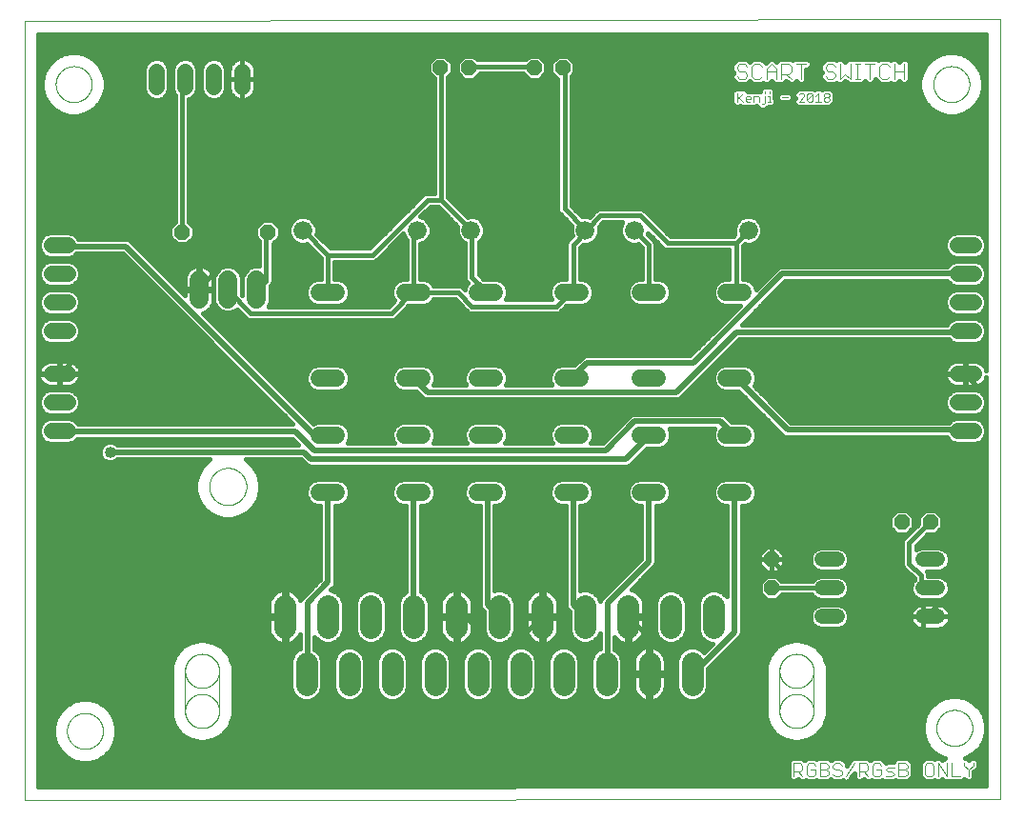
<source format=gtl>
G75*
%MOIN*%
%OFA0B0*%
%FSLAX25Y25*%
%IPPOS*%
%LPD*%
%AMOC8*
5,1,8,0,0,1.08239X$1,22.5*
%
%ADD10C,0.00000*%
%ADD11C,0.00400*%
%ADD12C,0.00300*%
%ADD13C,0.06600*%
%ADD14C,0.05600*%
%ADD15C,0.06000*%
%ADD16OC8,0.05200*%
%ADD17C,0.05200*%
%ADD18C,0.06600*%
%ADD19C,0.00009*%
%ADD20C,0.07800*%
%ADD21C,0.01969*%
%ADD22C,0.01600*%
%ADD23C,0.04000*%
D10*
X0001000Y0001000D02*
X0001000Y0273953D01*
X0342417Y0274346D01*
X0342417Y0001394D01*
X0001000Y0001000D01*
X0015882Y0025331D02*
X0015884Y0025489D01*
X0015890Y0025647D01*
X0015900Y0025805D01*
X0015914Y0025963D01*
X0015932Y0026120D01*
X0015953Y0026277D01*
X0015979Y0026433D01*
X0016009Y0026589D01*
X0016042Y0026744D01*
X0016080Y0026897D01*
X0016121Y0027050D01*
X0016166Y0027202D01*
X0016215Y0027353D01*
X0016268Y0027502D01*
X0016324Y0027650D01*
X0016384Y0027796D01*
X0016448Y0027941D01*
X0016516Y0028084D01*
X0016587Y0028226D01*
X0016661Y0028366D01*
X0016739Y0028503D01*
X0016821Y0028639D01*
X0016905Y0028773D01*
X0016994Y0028904D01*
X0017085Y0029033D01*
X0017180Y0029160D01*
X0017277Y0029285D01*
X0017378Y0029407D01*
X0017482Y0029526D01*
X0017589Y0029643D01*
X0017699Y0029757D01*
X0017812Y0029868D01*
X0017927Y0029977D01*
X0018045Y0030082D01*
X0018166Y0030184D01*
X0018289Y0030284D01*
X0018415Y0030380D01*
X0018543Y0030473D01*
X0018673Y0030563D01*
X0018806Y0030649D01*
X0018941Y0030733D01*
X0019077Y0030812D01*
X0019216Y0030889D01*
X0019357Y0030961D01*
X0019499Y0031031D01*
X0019643Y0031096D01*
X0019789Y0031158D01*
X0019936Y0031216D01*
X0020085Y0031271D01*
X0020235Y0031322D01*
X0020386Y0031369D01*
X0020538Y0031412D01*
X0020691Y0031451D01*
X0020846Y0031487D01*
X0021001Y0031518D01*
X0021157Y0031546D01*
X0021313Y0031570D01*
X0021470Y0031590D01*
X0021628Y0031606D01*
X0021785Y0031618D01*
X0021944Y0031626D01*
X0022102Y0031630D01*
X0022260Y0031630D01*
X0022418Y0031626D01*
X0022577Y0031618D01*
X0022734Y0031606D01*
X0022892Y0031590D01*
X0023049Y0031570D01*
X0023205Y0031546D01*
X0023361Y0031518D01*
X0023516Y0031487D01*
X0023671Y0031451D01*
X0023824Y0031412D01*
X0023976Y0031369D01*
X0024127Y0031322D01*
X0024277Y0031271D01*
X0024426Y0031216D01*
X0024573Y0031158D01*
X0024719Y0031096D01*
X0024863Y0031031D01*
X0025005Y0030961D01*
X0025146Y0030889D01*
X0025285Y0030812D01*
X0025421Y0030733D01*
X0025556Y0030649D01*
X0025689Y0030563D01*
X0025819Y0030473D01*
X0025947Y0030380D01*
X0026073Y0030284D01*
X0026196Y0030184D01*
X0026317Y0030082D01*
X0026435Y0029977D01*
X0026550Y0029868D01*
X0026663Y0029757D01*
X0026773Y0029643D01*
X0026880Y0029526D01*
X0026984Y0029407D01*
X0027085Y0029285D01*
X0027182Y0029160D01*
X0027277Y0029033D01*
X0027368Y0028904D01*
X0027457Y0028773D01*
X0027541Y0028639D01*
X0027623Y0028503D01*
X0027701Y0028366D01*
X0027775Y0028226D01*
X0027846Y0028084D01*
X0027914Y0027941D01*
X0027978Y0027796D01*
X0028038Y0027650D01*
X0028094Y0027502D01*
X0028147Y0027353D01*
X0028196Y0027202D01*
X0028241Y0027050D01*
X0028282Y0026897D01*
X0028320Y0026744D01*
X0028353Y0026589D01*
X0028383Y0026433D01*
X0028409Y0026277D01*
X0028430Y0026120D01*
X0028448Y0025963D01*
X0028462Y0025805D01*
X0028472Y0025647D01*
X0028478Y0025489D01*
X0028480Y0025331D01*
X0028478Y0025173D01*
X0028472Y0025015D01*
X0028462Y0024857D01*
X0028448Y0024699D01*
X0028430Y0024542D01*
X0028409Y0024385D01*
X0028383Y0024229D01*
X0028353Y0024073D01*
X0028320Y0023918D01*
X0028282Y0023765D01*
X0028241Y0023612D01*
X0028196Y0023460D01*
X0028147Y0023309D01*
X0028094Y0023160D01*
X0028038Y0023012D01*
X0027978Y0022866D01*
X0027914Y0022721D01*
X0027846Y0022578D01*
X0027775Y0022436D01*
X0027701Y0022296D01*
X0027623Y0022159D01*
X0027541Y0022023D01*
X0027457Y0021889D01*
X0027368Y0021758D01*
X0027277Y0021629D01*
X0027182Y0021502D01*
X0027085Y0021377D01*
X0026984Y0021255D01*
X0026880Y0021136D01*
X0026773Y0021019D01*
X0026663Y0020905D01*
X0026550Y0020794D01*
X0026435Y0020685D01*
X0026317Y0020580D01*
X0026196Y0020478D01*
X0026073Y0020378D01*
X0025947Y0020282D01*
X0025819Y0020189D01*
X0025689Y0020099D01*
X0025556Y0020013D01*
X0025421Y0019929D01*
X0025285Y0019850D01*
X0025146Y0019773D01*
X0025005Y0019701D01*
X0024863Y0019631D01*
X0024719Y0019566D01*
X0024573Y0019504D01*
X0024426Y0019446D01*
X0024277Y0019391D01*
X0024127Y0019340D01*
X0023976Y0019293D01*
X0023824Y0019250D01*
X0023671Y0019211D01*
X0023516Y0019175D01*
X0023361Y0019144D01*
X0023205Y0019116D01*
X0023049Y0019092D01*
X0022892Y0019072D01*
X0022734Y0019056D01*
X0022577Y0019044D01*
X0022418Y0019036D01*
X0022260Y0019032D01*
X0022102Y0019032D01*
X0021944Y0019036D01*
X0021785Y0019044D01*
X0021628Y0019056D01*
X0021470Y0019072D01*
X0021313Y0019092D01*
X0021157Y0019116D01*
X0021001Y0019144D01*
X0020846Y0019175D01*
X0020691Y0019211D01*
X0020538Y0019250D01*
X0020386Y0019293D01*
X0020235Y0019340D01*
X0020085Y0019391D01*
X0019936Y0019446D01*
X0019789Y0019504D01*
X0019643Y0019566D01*
X0019499Y0019631D01*
X0019357Y0019701D01*
X0019216Y0019773D01*
X0019077Y0019850D01*
X0018941Y0019929D01*
X0018806Y0020013D01*
X0018673Y0020099D01*
X0018543Y0020189D01*
X0018415Y0020282D01*
X0018289Y0020378D01*
X0018166Y0020478D01*
X0018045Y0020580D01*
X0017927Y0020685D01*
X0017812Y0020794D01*
X0017699Y0020905D01*
X0017589Y0021019D01*
X0017482Y0021136D01*
X0017378Y0021255D01*
X0017277Y0021377D01*
X0017180Y0021502D01*
X0017085Y0021629D01*
X0016994Y0021758D01*
X0016905Y0021889D01*
X0016821Y0022023D01*
X0016739Y0022159D01*
X0016661Y0022296D01*
X0016587Y0022436D01*
X0016516Y0022578D01*
X0016448Y0022721D01*
X0016384Y0022866D01*
X0016324Y0023012D01*
X0016268Y0023160D01*
X0016215Y0023309D01*
X0016166Y0023460D01*
X0016121Y0023612D01*
X0016080Y0023765D01*
X0016042Y0023918D01*
X0016009Y0024073D01*
X0015979Y0024229D01*
X0015953Y0024385D01*
X0015932Y0024542D01*
X0015914Y0024699D01*
X0015900Y0024857D01*
X0015890Y0025015D01*
X0015884Y0025173D01*
X0015882Y0025331D01*
X0057231Y0032331D02*
X0057233Y0032485D01*
X0057239Y0032639D01*
X0057249Y0032792D01*
X0057263Y0032945D01*
X0057281Y0033098D01*
X0057302Y0033250D01*
X0057328Y0033402D01*
X0057358Y0033553D01*
X0057391Y0033703D01*
X0057429Y0033852D01*
X0057470Y0034001D01*
X0057515Y0034148D01*
X0057564Y0034294D01*
X0057617Y0034438D01*
X0057673Y0034581D01*
X0057733Y0034723D01*
X0057797Y0034863D01*
X0057864Y0035001D01*
X0057935Y0035138D01*
X0058009Y0035273D01*
X0058087Y0035405D01*
X0058168Y0035536D01*
X0058253Y0035665D01*
X0058340Y0035791D01*
X0058431Y0035915D01*
X0058526Y0036036D01*
X0058623Y0036156D01*
X0058723Y0036272D01*
X0058827Y0036386D01*
X0058933Y0036497D01*
X0059042Y0036606D01*
X0059154Y0036711D01*
X0059269Y0036814D01*
X0059386Y0036914D01*
X0059506Y0037010D01*
X0059628Y0037104D01*
X0059752Y0037194D01*
X0059879Y0037281D01*
X0060008Y0037365D01*
X0060140Y0037445D01*
X0060273Y0037522D01*
X0060408Y0037595D01*
X0060545Y0037665D01*
X0060684Y0037732D01*
X0060824Y0037794D01*
X0060966Y0037853D01*
X0061110Y0037909D01*
X0061255Y0037961D01*
X0061401Y0038008D01*
X0061548Y0038053D01*
X0061697Y0038093D01*
X0061846Y0038129D01*
X0061997Y0038162D01*
X0062148Y0038191D01*
X0062300Y0038215D01*
X0062452Y0038236D01*
X0062605Y0038253D01*
X0062758Y0038266D01*
X0062912Y0038275D01*
X0063066Y0038280D01*
X0063219Y0038281D01*
X0063373Y0038278D01*
X0063527Y0038271D01*
X0063680Y0038260D01*
X0063834Y0038245D01*
X0063986Y0038226D01*
X0064138Y0038203D01*
X0064290Y0038177D01*
X0064441Y0038146D01*
X0064591Y0038112D01*
X0064740Y0038073D01*
X0064887Y0038031D01*
X0065034Y0037985D01*
X0065180Y0037935D01*
X0065324Y0037882D01*
X0065467Y0037824D01*
X0065608Y0037763D01*
X0065748Y0037699D01*
X0065886Y0037631D01*
X0066022Y0037559D01*
X0066156Y0037484D01*
X0066288Y0037405D01*
X0066418Y0037323D01*
X0066546Y0037238D01*
X0066672Y0037149D01*
X0066795Y0037057D01*
X0066916Y0036962D01*
X0067035Y0036864D01*
X0067151Y0036763D01*
X0067264Y0036659D01*
X0067375Y0036552D01*
X0067482Y0036442D01*
X0067587Y0036329D01*
X0067689Y0036214D01*
X0067788Y0036096D01*
X0067884Y0035976D01*
X0067977Y0035853D01*
X0068066Y0035728D01*
X0068152Y0035601D01*
X0068235Y0035471D01*
X0068315Y0035339D01*
X0068391Y0035206D01*
X0068463Y0035070D01*
X0068532Y0034932D01*
X0068598Y0034793D01*
X0068660Y0034652D01*
X0068718Y0034510D01*
X0068772Y0034366D01*
X0068823Y0034221D01*
X0068870Y0034074D01*
X0068913Y0033927D01*
X0068952Y0033778D01*
X0068988Y0033628D01*
X0069019Y0033478D01*
X0069047Y0033326D01*
X0069071Y0033174D01*
X0069091Y0033022D01*
X0069107Y0032869D01*
X0069119Y0032715D01*
X0069127Y0032562D01*
X0069131Y0032408D01*
X0069131Y0032254D01*
X0069127Y0032100D01*
X0069119Y0031947D01*
X0069107Y0031793D01*
X0069091Y0031640D01*
X0069071Y0031488D01*
X0069047Y0031336D01*
X0069019Y0031184D01*
X0068988Y0031034D01*
X0068952Y0030884D01*
X0068913Y0030735D01*
X0068870Y0030588D01*
X0068823Y0030441D01*
X0068772Y0030296D01*
X0068718Y0030152D01*
X0068660Y0030010D01*
X0068598Y0029869D01*
X0068532Y0029730D01*
X0068463Y0029592D01*
X0068391Y0029456D01*
X0068315Y0029323D01*
X0068235Y0029191D01*
X0068152Y0029061D01*
X0068066Y0028934D01*
X0067977Y0028809D01*
X0067884Y0028686D01*
X0067788Y0028566D01*
X0067689Y0028448D01*
X0067587Y0028333D01*
X0067482Y0028220D01*
X0067375Y0028110D01*
X0067264Y0028003D01*
X0067151Y0027899D01*
X0067035Y0027798D01*
X0066916Y0027700D01*
X0066795Y0027605D01*
X0066672Y0027513D01*
X0066546Y0027424D01*
X0066418Y0027339D01*
X0066288Y0027257D01*
X0066156Y0027178D01*
X0066022Y0027103D01*
X0065886Y0027031D01*
X0065748Y0026963D01*
X0065608Y0026899D01*
X0065467Y0026838D01*
X0065324Y0026780D01*
X0065180Y0026727D01*
X0065034Y0026677D01*
X0064887Y0026631D01*
X0064740Y0026589D01*
X0064591Y0026550D01*
X0064441Y0026516D01*
X0064290Y0026485D01*
X0064138Y0026459D01*
X0063986Y0026436D01*
X0063834Y0026417D01*
X0063680Y0026402D01*
X0063527Y0026391D01*
X0063373Y0026384D01*
X0063219Y0026381D01*
X0063066Y0026382D01*
X0062912Y0026387D01*
X0062758Y0026396D01*
X0062605Y0026409D01*
X0062452Y0026426D01*
X0062300Y0026447D01*
X0062148Y0026471D01*
X0061997Y0026500D01*
X0061846Y0026533D01*
X0061697Y0026569D01*
X0061548Y0026609D01*
X0061401Y0026654D01*
X0061255Y0026701D01*
X0061110Y0026753D01*
X0060966Y0026809D01*
X0060824Y0026868D01*
X0060684Y0026930D01*
X0060545Y0026997D01*
X0060408Y0027067D01*
X0060273Y0027140D01*
X0060140Y0027217D01*
X0060008Y0027297D01*
X0059879Y0027381D01*
X0059752Y0027468D01*
X0059628Y0027558D01*
X0059506Y0027652D01*
X0059386Y0027748D01*
X0059269Y0027848D01*
X0059154Y0027951D01*
X0059042Y0028056D01*
X0058933Y0028165D01*
X0058827Y0028276D01*
X0058723Y0028390D01*
X0058623Y0028506D01*
X0058526Y0028626D01*
X0058431Y0028747D01*
X0058340Y0028871D01*
X0058253Y0028997D01*
X0058168Y0029126D01*
X0058087Y0029257D01*
X0058009Y0029389D01*
X0057935Y0029524D01*
X0057864Y0029661D01*
X0057797Y0029799D01*
X0057733Y0029939D01*
X0057673Y0030081D01*
X0057617Y0030224D01*
X0057564Y0030368D01*
X0057515Y0030514D01*
X0057470Y0030661D01*
X0057429Y0030810D01*
X0057391Y0030959D01*
X0057358Y0031109D01*
X0057328Y0031260D01*
X0057302Y0031412D01*
X0057281Y0031564D01*
X0057263Y0031717D01*
X0057249Y0031870D01*
X0057239Y0032023D01*
X0057233Y0032177D01*
X0057231Y0032331D01*
X0057181Y0032331D02*
X0057183Y0032178D01*
X0057189Y0032025D01*
X0057199Y0031872D01*
X0057212Y0031719D01*
X0057230Y0031567D01*
X0057251Y0031415D01*
X0057277Y0031264D01*
X0057306Y0031114D01*
X0057339Y0030964D01*
X0057376Y0030815D01*
X0057416Y0030667D01*
X0057461Y0030521D01*
X0057509Y0030375D01*
X0057561Y0030231D01*
X0057616Y0030088D01*
X0057675Y0029947D01*
X0057738Y0029807D01*
X0057804Y0029669D01*
X0057874Y0029532D01*
X0057947Y0029398D01*
X0058024Y0029265D01*
X0058104Y0029134D01*
X0058187Y0029006D01*
X0058273Y0028879D01*
X0058363Y0028755D01*
X0058456Y0028633D01*
X0058552Y0028514D01*
X0058651Y0028397D01*
X0058753Y0028282D01*
X0058858Y0028170D01*
X0058966Y0028061D01*
X0059076Y0027955D01*
X0059189Y0027852D01*
X0059305Y0027751D01*
X0059423Y0027654D01*
X0059544Y0027559D01*
X0059667Y0027468D01*
X0059792Y0027380D01*
X0059920Y0027295D01*
X0060049Y0027213D01*
X0060181Y0027135D01*
X0060315Y0027060D01*
X0060450Y0026988D01*
X0060588Y0026920D01*
X0060727Y0026856D01*
X0060867Y0026795D01*
X0061009Y0026738D01*
X0061153Y0026684D01*
X0061298Y0026634D01*
X0061444Y0026588D01*
X0061591Y0026545D01*
X0061739Y0026507D01*
X0061889Y0026472D01*
X0062039Y0026441D01*
X0062189Y0026413D01*
X0062341Y0026390D01*
X0062493Y0026371D01*
X0062645Y0026355D01*
X0062798Y0026343D01*
X0062951Y0026335D01*
X0063104Y0026331D01*
X0063258Y0026331D01*
X0063411Y0026335D01*
X0063564Y0026343D01*
X0063717Y0026355D01*
X0063869Y0026371D01*
X0064021Y0026390D01*
X0064173Y0026413D01*
X0064323Y0026441D01*
X0064473Y0026472D01*
X0064623Y0026507D01*
X0064771Y0026545D01*
X0064918Y0026588D01*
X0065064Y0026634D01*
X0065209Y0026684D01*
X0065353Y0026738D01*
X0065495Y0026795D01*
X0065635Y0026856D01*
X0065774Y0026920D01*
X0065912Y0026988D01*
X0066047Y0027060D01*
X0066181Y0027135D01*
X0066313Y0027213D01*
X0066442Y0027295D01*
X0066570Y0027380D01*
X0066695Y0027468D01*
X0066818Y0027559D01*
X0066939Y0027654D01*
X0067057Y0027751D01*
X0067173Y0027852D01*
X0067286Y0027955D01*
X0067396Y0028061D01*
X0067504Y0028170D01*
X0067609Y0028282D01*
X0067711Y0028397D01*
X0067810Y0028514D01*
X0067906Y0028633D01*
X0067999Y0028755D01*
X0068089Y0028879D01*
X0068175Y0029006D01*
X0068258Y0029134D01*
X0068338Y0029265D01*
X0068415Y0029398D01*
X0068488Y0029532D01*
X0068558Y0029669D01*
X0068624Y0029807D01*
X0068687Y0029947D01*
X0068746Y0030088D01*
X0068801Y0030231D01*
X0068853Y0030375D01*
X0068901Y0030521D01*
X0068946Y0030667D01*
X0068986Y0030815D01*
X0069023Y0030964D01*
X0069056Y0031114D01*
X0069085Y0031264D01*
X0069111Y0031415D01*
X0069132Y0031567D01*
X0069150Y0031719D01*
X0069163Y0031872D01*
X0069173Y0032025D01*
X0069179Y0032178D01*
X0069181Y0032331D01*
X0057231Y0046331D02*
X0057233Y0046485D01*
X0057239Y0046639D01*
X0057249Y0046792D01*
X0057263Y0046945D01*
X0057281Y0047098D01*
X0057302Y0047250D01*
X0057328Y0047402D01*
X0057358Y0047553D01*
X0057391Y0047703D01*
X0057429Y0047852D01*
X0057470Y0048001D01*
X0057515Y0048148D01*
X0057564Y0048294D01*
X0057617Y0048438D01*
X0057673Y0048581D01*
X0057733Y0048723D01*
X0057797Y0048863D01*
X0057864Y0049001D01*
X0057935Y0049138D01*
X0058009Y0049273D01*
X0058087Y0049405D01*
X0058168Y0049536D01*
X0058253Y0049665D01*
X0058340Y0049791D01*
X0058431Y0049915D01*
X0058526Y0050036D01*
X0058623Y0050156D01*
X0058723Y0050272D01*
X0058827Y0050386D01*
X0058933Y0050497D01*
X0059042Y0050606D01*
X0059154Y0050711D01*
X0059269Y0050814D01*
X0059386Y0050914D01*
X0059506Y0051010D01*
X0059628Y0051104D01*
X0059752Y0051194D01*
X0059879Y0051281D01*
X0060008Y0051365D01*
X0060140Y0051445D01*
X0060273Y0051522D01*
X0060408Y0051595D01*
X0060545Y0051665D01*
X0060684Y0051732D01*
X0060824Y0051794D01*
X0060966Y0051853D01*
X0061110Y0051909D01*
X0061255Y0051961D01*
X0061401Y0052008D01*
X0061548Y0052053D01*
X0061697Y0052093D01*
X0061846Y0052129D01*
X0061997Y0052162D01*
X0062148Y0052191D01*
X0062300Y0052215D01*
X0062452Y0052236D01*
X0062605Y0052253D01*
X0062758Y0052266D01*
X0062912Y0052275D01*
X0063066Y0052280D01*
X0063219Y0052281D01*
X0063373Y0052278D01*
X0063527Y0052271D01*
X0063680Y0052260D01*
X0063834Y0052245D01*
X0063986Y0052226D01*
X0064138Y0052203D01*
X0064290Y0052177D01*
X0064441Y0052146D01*
X0064591Y0052112D01*
X0064740Y0052073D01*
X0064887Y0052031D01*
X0065034Y0051985D01*
X0065180Y0051935D01*
X0065324Y0051882D01*
X0065467Y0051824D01*
X0065608Y0051763D01*
X0065748Y0051699D01*
X0065886Y0051631D01*
X0066022Y0051559D01*
X0066156Y0051484D01*
X0066288Y0051405D01*
X0066418Y0051323D01*
X0066546Y0051238D01*
X0066672Y0051149D01*
X0066795Y0051057D01*
X0066916Y0050962D01*
X0067035Y0050864D01*
X0067151Y0050763D01*
X0067264Y0050659D01*
X0067375Y0050552D01*
X0067482Y0050442D01*
X0067587Y0050329D01*
X0067689Y0050214D01*
X0067788Y0050096D01*
X0067884Y0049976D01*
X0067977Y0049853D01*
X0068066Y0049728D01*
X0068152Y0049601D01*
X0068235Y0049471D01*
X0068315Y0049339D01*
X0068391Y0049206D01*
X0068463Y0049070D01*
X0068532Y0048932D01*
X0068598Y0048793D01*
X0068660Y0048652D01*
X0068718Y0048510D01*
X0068772Y0048366D01*
X0068823Y0048221D01*
X0068870Y0048074D01*
X0068913Y0047927D01*
X0068952Y0047778D01*
X0068988Y0047628D01*
X0069019Y0047478D01*
X0069047Y0047326D01*
X0069071Y0047174D01*
X0069091Y0047022D01*
X0069107Y0046869D01*
X0069119Y0046715D01*
X0069127Y0046562D01*
X0069131Y0046408D01*
X0069131Y0046254D01*
X0069127Y0046100D01*
X0069119Y0045947D01*
X0069107Y0045793D01*
X0069091Y0045640D01*
X0069071Y0045488D01*
X0069047Y0045336D01*
X0069019Y0045184D01*
X0068988Y0045034D01*
X0068952Y0044884D01*
X0068913Y0044735D01*
X0068870Y0044588D01*
X0068823Y0044441D01*
X0068772Y0044296D01*
X0068718Y0044152D01*
X0068660Y0044010D01*
X0068598Y0043869D01*
X0068532Y0043730D01*
X0068463Y0043592D01*
X0068391Y0043456D01*
X0068315Y0043323D01*
X0068235Y0043191D01*
X0068152Y0043061D01*
X0068066Y0042934D01*
X0067977Y0042809D01*
X0067884Y0042686D01*
X0067788Y0042566D01*
X0067689Y0042448D01*
X0067587Y0042333D01*
X0067482Y0042220D01*
X0067375Y0042110D01*
X0067264Y0042003D01*
X0067151Y0041899D01*
X0067035Y0041798D01*
X0066916Y0041700D01*
X0066795Y0041605D01*
X0066672Y0041513D01*
X0066546Y0041424D01*
X0066418Y0041339D01*
X0066288Y0041257D01*
X0066156Y0041178D01*
X0066022Y0041103D01*
X0065886Y0041031D01*
X0065748Y0040963D01*
X0065608Y0040899D01*
X0065467Y0040838D01*
X0065324Y0040780D01*
X0065180Y0040727D01*
X0065034Y0040677D01*
X0064887Y0040631D01*
X0064740Y0040589D01*
X0064591Y0040550D01*
X0064441Y0040516D01*
X0064290Y0040485D01*
X0064138Y0040459D01*
X0063986Y0040436D01*
X0063834Y0040417D01*
X0063680Y0040402D01*
X0063527Y0040391D01*
X0063373Y0040384D01*
X0063219Y0040381D01*
X0063066Y0040382D01*
X0062912Y0040387D01*
X0062758Y0040396D01*
X0062605Y0040409D01*
X0062452Y0040426D01*
X0062300Y0040447D01*
X0062148Y0040471D01*
X0061997Y0040500D01*
X0061846Y0040533D01*
X0061697Y0040569D01*
X0061548Y0040609D01*
X0061401Y0040654D01*
X0061255Y0040701D01*
X0061110Y0040753D01*
X0060966Y0040809D01*
X0060824Y0040868D01*
X0060684Y0040930D01*
X0060545Y0040997D01*
X0060408Y0041067D01*
X0060273Y0041140D01*
X0060140Y0041217D01*
X0060008Y0041297D01*
X0059879Y0041381D01*
X0059752Y0041468D01*
X0059628Y0041558D01*
X0059506Y0041652D01*
X0059386Y0041748D01*
X0059269Y0041848D01*
X0059154Y0041951D01*
X0059042Y0042056D01*
X0058933Y0042165D01*
X0058827Y0042276D01*
X0058723Y0042390D01*
X0058623Y0042506D01*
X0058526Y0042626D01*
X0058431Y0042747D01*
X0058340Y0042871D01*
X0058253Y0042997D01*
X0058168Y0043126D01*
X0058087Y0043257D01*
X0058009Y0043389D01*
X0057935Y0043524D01*
X0057864Y0043661D01*
X0057797Y0043799D01*
X0057733Y0043939D01*
X0057673Y0044081D01*
X0057617Y0044224D01*
X0057564Y0044368D01*
X0057515Y0044514D01*
X0057470Y0044661D01*
X0057429Y0044810D01*
X0057391Y0044959D01*
X0057358Y0045109D01*
X0057328Y0045260D01*
X0057302Y0045412D01*
X0057281Y0045564D01*
X0057263Y0045717D01*
X0057249Y0045870D01*
X0057239Y0046023D01*
X0057233Y0046177D01*
X0057231Y0046331D01*
X0057181Y0046331D02*
X0057183Y0046484D01*
X0057189Y0046637D01*
X0057199Y0046790D01*
X0057212Y0046943D01*
X0057230Y0047095D01*
X0057251Y0047247D01*
X0057277Y0047398D01*
X0057306Y0047548D01*
X0057339Y0047698D01*
X0057376Y0047847D01*
X0057416Y0047995D01*
X0057461Y0048141D01*
X0057509Y0048287D01*
X0057561Y0048431D01*
X0057616Y0048574D01*
X0057675Y0048715D01*
X0057738Y0048855D01*
X0057804Y0048993D01*
X0057874Y0049130D01*
X0057947Y0049264D01*
X0058024Y0049397D01*
X0058104Y0049528D01*
X0058187Y0049656D01*
X0058273Y0049783D01*
X0058363Y0049907D01*
X0058456Y0050029D01*
X0058552Y0050148D01*
X0058651Y0050265D01*
X0058753Y0050380D01*
X0058858Y0050492D01*
X0058966Y0050601D01*
X0059076Y0050707D01*
X0059189Y0050810D01*
X0059305Y0050911D01*
X0059423Y0051008D01*
X0059544Y0051103D01*
X0059667Y0051194D01*
X0059792Y0051282D01*
X0059920Y0051367D01*
X0060049Y0051449D01*
X0060181Y0051527D01*
X0060315Y0051602D01*
X0060450Y0051674D01*
X0060588Y0051742D01*
X0060727Y0051806D01*
X0060867Y0051867D01*
X0061009Y0051924D01*
X0061153Y0051978D01*
X0061298Y0052028D01*
X0061444Y0052074D01*
X0061591Y0052117D01*
X0061739Y0052155D01*
X0061889Y0052190D01*
X0062039Y0052221D01*
X0062189Y0052249D01*
X0062341Y0052272D01*
X0062493Y0052291D01*
X0062645Y0052307D01*
X0062798Y0052319D01*
X0062951Y0052327D01*
X0063104Y0052331D01*
X0063258Y0052331D01*
X0063411Y0052327D01*
X0063564Y0052319D01*
X0063717Y0052307D01*
X0063869Y0052291D01*
X0064021Y0052272D01*
X0064173Y0052249D01*
X0064323Y0052221D01*
X0064473Y0052190D01*
X0064623Y0052155D01*
X0064771Y0052117D01*
X0064918Y0052074D01*
X0065064Y0052028D01*
X0065209Y0051978D01*
X0065353Y0051924D01*
X0065495Y0051867D01*
X0065635Y0051806D01*
X0065774Y0051742D01*
X0065912Y0051674D01*
X0066047Y0051602D01*
X0066181Y0051527D01*
X0066313Y0051449D01*
X0066442Y0051367D01*
X0066570Y0051282D01*
X0066695Y0051194D01*
X0066818Y0051103D01*
X0066939Y0051008D01*
X0067057Y0050911D01*
X0067173Y0050810D01*
X0067286Y0050707D01*
X0067396Y0050601D01*
X0067504Y0050492D01*
X0067609Y0050380D01*
X0067711Y0050265D01*
X0067810Y0050148D01*
X0067906Y0050029D01*
X0067999Y0049907D01*
X0068089Y0049783D01*
X0068175Y0049656D01*
X0068258Y0049528D01*
X0068338Y0049397D01*
X0068415Y0049264D01*
X0068488Y0049130D01*
X0068558Y0048993D01*
X0068624Y0048855D01*
X0068687Y0048715D01*
X0068746Y0048574D01*
X0068801Y0048431D01*
X0068853Y0048287D01*
X0068901Y0048141D01*
X0068946Y0047995D01*
X0068986Y0047847D01*
X0069023Y0047698D01*
X0069056Y0047548D01*
X0069085Y0047398D01*
X0069111Y0047247D01*
X0069132Y0047095D01*
X0069150Y0046943D01*
X0069163Y0046790D01*
X0069173Y0046637D01*
X0069179Y0046484D01*
X0069181Y0046331D01*
X0065681Y0110898D02*
X0065683Y0111059D01*
X0065689Y0111219D01*
X0065699Y0111380D01*
X0065713Y0111540D01*
X0065731Y0111700D01*
X0065752Y0111859D01*
X0065778Y0112018D01*
X0065808Y0112176D01*
X0065841Y0112333D01*
X0065879Y0112490D01*
X0065920Y0112645D01*
X0065965Y0112799D01*
X0066014Y0112952D01*
X0066067Y0113104D01*
X0066123Y0113255D01*
X0066184Y0113404D01*
X0066247Y0113552D01*
X0066315Y0113698D01*
X0066386Y0113842D01*
X0066460Y0113984D01*
X0066538Y0114125D01*
X0066620Y0114263D01*
X0066705Y0114400D01*
X0066793Y0114534D01*
X0066885Y0114666D01*
X0066980Y0114796D01*
X0067078Y0114924D01*
X0067179Y0115049D01*
X0067283Y0115171D01*
X0067390Y0115291D01*
X0067500Y0115408D01*
X0067613Y0115523D01*
X0067729Y0115634D01*
X0067848Y0115743D01*
X0067969Y0115848D01*
X0068093Y0115951D01*
X0068219Y0116051D01*
X0068347Y0116147D01*
X0068478Y0116240D01*
X0068612Y0116330D01*
X0068747Y0116417D01*
X0068885Y0116500D01*
X0069024Y0116580D01*
X0069166Y0116656D01*
X0069309Y0116729D01*
X0069454Y0116798D01*
X0069601Y0116864D01*
X0069749Y0116926D01*
X0069899Y0116984D01*
X0070050Y0117039D01*
X0070203Y0117090D01*
X0070357Y0117137D01*
X0070512Y0117180D01*
X0070668Y0117219D01*
X0070824Y0117255D01*
X0070982Y0117286D01*
X0071140Y0117314D01*
X0071299Y0117338D01*
X0071459Y0117358D01*
X0071619Y0117374D01*
X0071779Y0117386D01*
X0071940Y0117394D01*
X0072101Y0117398D01*
X0072261Y0117398D01*
X0072422Y0117394D01*
X0072583Y0117386D01*
X0072743Y0117374D01*
X0072903Y0117358D01*
X0073063Y0117338D01*
X0073222Y0117314D01*
X0073380Y0117286D01*
X0073538Y0117255D01*
X0073694Y0117219D01*
X0073850Y0117180D01*
X0074005Y0117137D01*
X0074159Y0117090D01*
X0074312Y0117039D01*
X0074463Y0116984D01*
X0074613Y0116926D01*
X0074761Y0116864D01*
X0074908Y0116798D01*
X0075053Y0116729D01*
X0075196Y0116656D01*
X0075338Y0116580D01*
X0075477Y0116500D01*
X0075615Y0116417D01*
X0075750Y0116330D01*
X0075884Y0116240D01*
X0076015Y0116147D01*
X0076143Y0116051D01*
X0076269Y0115951D01*
X0076393Y0115848D01*
X0076514Y0115743D01*
X0076633Y0115634D01*
X0076749Y0115523D01*
X0076862Y0115408D01*
X0076972Y0115291D01*
X0077079Y0115171D01*
X0077183Y0115049D01*
X0077284Y0114924D01*
X0077382Y0114796D01*
X0077477Y0114666D01*
X0077569Y0114534D01*
X0077657Y0114400D01*
X0077742Y0114263D01*
X0077824Y0114125D01*
X0077902Y0113984D01*
X0077976Y0113842D01*
X0078047Y0113698D01*
X0078115Y0113552D01*
X0078178Y0113404D01*
X0078239Y0113255D01*
X0078295Y0113104D01*
X0078348Y0112952D01*
X0078397Y0112799D01*
X0078442Y0112645D01*
X0078483Y0112490D01*
X0078521Y0112333D01*
X0078554Y0112176D01*
X0078584Y0112018D01*
X0078610Y0111859D01*
X0078631Y0111700D01*
X0078649Y0111540D01*
X0078663Y0111380D01*
X0078673Y0111219D01*
X0078679Y0111059D01*
X0078681Y0110898D01*
X0078679Y0110737D01*
X0078673Y0110577D01*
X0078663Y0110416D01*
X0078649Y0110256D01*
X0078631Y0110096D01*
X0078610Y0109937D01*
X0078584Y0109778D01*
X0078554Y0109620D01*
X0078521Y0109463D01*
X0078483Y0109306D01*
X0078442Y0109151D01*
X0078397Y0108997D01*
X0078348Y0108844D01*
X0078295Y0108692D01*
X0078239Y0108541D01*
X0078178Y0108392D01*
X0078115Y0108244D01*
X0078047Y0108098D01*
X0077976Y0107954D01*
X0077902Y0107812D01*
X0077824Y0107671D01*
X0077742Y0107533D01*
X0077657Y0107396D01*
X0077569Y0107262D01*
X0077477Y0107130D01*
X0077382Y0107000D01*
X0077284Y0106872D01*
X0077183Y0106747D01*
X0077079Y0106625D01*
X0076972Y0106505D01*
X0076862Y0106388D01*
X0076749Y0106273D01*
X0076633Y0106162D01*
X0076514Y0106053D01*
X0076393Y0105948D01*
X0076269Y0105845D01*
X0076143Y0105745D01*
X0076015Y0105649D01*
X0075884Y0105556D01*
X0075750Y0105466D01*
X0075615Y0105379D01*
X0075477Y0105296D01*
X0075338Y0105216D01*
X0075196Y0105140D01*
X0075053Y0105067D01*
X0074908Y0104998D01*
X0074761Y0104932D01*
X0074613Y0104870D01*
X0074463Y0104812D01*
X0074312Y0104757D01*
X0074159Y0104706D01*
X0074005Y0104659D01*
X0073850Y0104616D01*
X0073694Y0104577D01*
X0073538Y0104541D01*
X0073380Y0104510D01*
X0073222Y0104482D01*
X0073063Y0104458D01*
X0072903Y0104438D01*
X0072743Y0104422D01*
X0072583Y0104410D01*
X0072422Y0104402D01*
X0072261Y0104398D01*
X0072101Y0104398D01*
X0071940Y0104402D01*
X0071779Y0104410D01*
X0071619Y0104422D01*
X0071459Y0104438D01*
X0071299Y0104458D01*
X0071140Y0104482D01*
X0070982Y0104510D01*
X0070824Y0104541D01*
X0070668Y0104577D01*
X0070512Y0104616D01*
X0070357Y0104659D01*
X0070203Y0104706D01*
X0070050Y0104757D01*
X0069899Y0104812D01*
X0069749Y0104870D01*
X0069601Y0104932D01*
X0069454Y0104998D01*
X0069309Y0105067D01*
X0069166Y0105140D01*
X0069024Y0105216D01*
X0068885Y0105296D01*
X0068747Y0105379D01*
X0068612Y0105466D01*
X0068478Y0105556D01*
X0068347Y0105649D01*
X0068219Y0105745D01*
X0068093Y0105845D01*
X0067969Y0105948D01*
X0067848Y0106053D01*
X0067729Y0106162D01*
X0067613Y0106273D01*
X0067500Y0106388D01*
X0067390Y0106505D01*
X0067283Y0106625D01*
X0067179Y0106747D01*
X0067078Y0106872D01*
X0066980Y0107000D01*
X0066885Y0107130D01*
X0066793Y0107262D01*
X0066705Y0107396D01*
X0066620Y0107533D01*
X0066538Y0107671D01*
X0066460Y0107812D01*
X0066386Y0107954D01*
X0066315Y0108098D01*
X0066247Y0108244D01*
X0066184Y0108392D01*
X0066123Y0108541D01*
X0066067Y0108692D01*
X0066014Y0108844D01*
X0065965Y0108997D01*
X0065920Y0109151D01*
X0065879Y0109306D01*
X0065841Y0109463D01*
X0065808Y0109620D01*
X0065778Y0109778D01*
X0065752Y0109937D01*
X0065731Y0110096D01*
X0065713Y0110256D01*
X0065699Y0110416D01*
X0065689Y0110577D01*
X0065683Y0110737D01*
X0065681Y0110898D01*
X0011945Y0251709D02*
X0011947Y0251867D01*
X0011953Y0252025D01*
X0011963Y0252183D01*
X0011977Y0252341D01*
X0011995Y0252498D01*
X0012016Y0252655D01*
X0012042Y0252811D01*
X0012072Y0252967D01*
X0012105Y0253122D01*
X0012143Y0253275D01*
X0012184Y0253428D01*
X0012229Y0253580D01*
X0012278Y0253731D01*
X0012331Y0253880D01*
X0012387Y0254028D01*
X0012447Y0254174D01*
X0012511Y0254319D01*
X0012579Y0254462D01*
X0012650Y0254604D01*
X0012724Y0254744D01*
X0012802Y0254881D01*
X0012884Y0255017D01*
X0012968Y0255151D01*
X0013057Y0255282D01*
X0013148Y0255411D01*
X0013243Y0255538D01*
X0013340Y0255663D01*
X0013441Y0255785D01*
X0013545Y0255904D01*
X0013652Y0256021D01*
X0013762Y0256135D01*
X0013875Y0256246D01*
X0013990Y0256355D01*
X0014108Y0256460D01*
X0014229Y0256562D01*
X0014352Y0256662D01*
X0014478Y0256758D01*
X0014606Y0256851D01*
X0014736Y0256941D01*
X0014869Y0257027D01*
X0015004Y0257111D01*
X0015140Y0257190D01*
X0015279Y0257267D01*
X0015420Y0257339D01*
X0015562Y0257409D01*
X0015706Y0257474D01*
X0015852Y0257536D01*
X0015999Y0257594D01*
X0016148Y0257649D01*
X0016298Y0257700D01*
X0016449Y0257747D01*
X0016601Y0257790D01*
X0016754Y0257829D01*
X0016909Y0257865D01*
X0017064Y0257896D01*
X0017220Y0257924D01*
X0017376Y0257948D01*
X0017533Y0257968D01*
X0017691Y0257984D01*
X0017848Y0257996D01*
X0018007Y0258004D01*
X0018165Y0258008D01*
X0018323Y0258008D01*
X0018481Y0258004D01*
X0018640Y0257996D01*
X0018797Y0257984D01*
X0018955Y0257968D01*
X0019112Y0257948D01*
X0019268Y0257924D01*
X0019424Y0257896D01*
X0019579Y0257865D01*
X0019734Y0257829D01*
X0019887Y0257790D01*
X0020039Y0257747D01*
X0020190Y0257700D01*
X0020340Y0257649D01*
X0020489Y0257594D01*
X0020636Y0257536D01*
X0020782Y0257474D01*
X0020926Y0257409D01*
X0021068Y0257339D01*
X0021209Y0257267D01*
X0021348Y0257190D01*
X0021484Y0257111D01*
X0021619Y0257027D01*
X0021752Y0256941D01*
X0021882Y0256851D01*
X0022010Y0256758D01*
X0022136Y0256662D01*
X0022259Y0256562D01*
X0022380Y0256460D01*
X0022498Y0256355D01*
X0022613Y0256246D01*
X0022726Y0256135D01*
X0022836Y0256021D01*
X0022943Y0255904D01*
X0023047Y0255785D01*
X0023148Y0255663D01*
X0023245Y0255538D01*
X0023340Y0255411D01*
X0023431Y0255282D01*
X0023520Y0255151D01*
X0023604Y0255017D01*
X0023686Y0254881D01*
X0023764Y0254744D01*
X0023838Y0254604D01*
X0023909Y0254462D01*
X0023977Y0254319D01*
X0024041Y0254174D01*
X0024101Y0254028D01*
X0024157Y0253880D01*
X0024210Y0253731D01*
X0024259Y0253580D01*
X0024304Y0253428D01*
X0024345Y0253275D01*
X0024383Y0253122D01*
X0024416Y0252967D01*
X0024446Y0252811D01*
X0024472Y0252655D01*
X0024493Y0252498D01*
X0024511Y0252341D01*
X0024525Y0252183D01*
X0024535Y0252025D01*
X0024541Y0251867D01*
X0024543Y0251709D01*
X0024541Y0251551D01*
X0024535Y0251393D01*
X0024525Y0251235D01*
X0024511Y0251077D01*
X0024493Y0250920D01*
X0024472Y0250763D01*
X0024446Y0250607D01*
X0024416Y0250451D01*
X0024383Y0250296D01*
X0024345Y0250143D01*
X0024304Y0249990D01*
X0024259Y0249838D01*
X0024210Y0249687D01*
X0024157Y0249538D01*
X0024101Y0249390D01*
X0024041Y0249244D01*
X0023977Y0249099D01*
X0023909Y0248956D01*
X0023838Y0248814D01*
X0023764Y0248674D01*
X0023686Y0248537D01*
X0023604Y0248401D01*
X0023520Y0248267D01*
X0023431Y0248136D01*
X0023340Y0248007D01*
X0023245Y0247880D01*
X0023148Y0247755D01*
X0023047Y0247633D01*
X0022943Y0247514D01*
X0022836Y0247397D01*
X0022726Y0247283D01*
X0022613Y0247172D01*
X0022498Y0247063D01*
X0022380Y0246958D01*
X0022259Y0246856D01*
X0022136Y0246756D01*
X0022010Y0246660D01*
X0021882Y0246567D01*
X0021752Y0246477D01*
X0021619Y0246391D01*
X0021484Y0246307D01*
X0021348Y0246228D01*
X0021209Y0246151D01*
X0021068Y0246079D01*
X0020926Y0246009D01*
X0020782Y0245944D01*
X0020636Y0245882D01*
X0020489Y0245824D01*
X0020340Y0245769D01*
X0020190Y0245718D01*
X0020039Y0245671D01*
X0019887Y0245628D01*
X0019734Y0245589D01*
X0019579Y0245553D01*
X0019424Y0245522D01*
X0019268Y0245494D01*
X0019112Y0245470D01*
X0018955Y0245450D01*
X0018797Y0245434D01*
X0018640Y0245422D01*
X0018481Y0245414D01*
X0018323Y0245410D01*
X0018165Y0245410D01*
X0018007Y0245414D01*
X0017848Y0245422D01*
X0017691Y0245434D01*
X0017533Y0245450D01*
X0017376Y0245470D01*
X0017220Y0245494D01*
X0017064Y0245522D01*
X0016909Y0245553D01*
X0016754Y0245589D01*
X0016601Y0245628D01*
X0016449Y0245671D01*
X0016298Y0245718D01*
X0016148Y0245769D01*
X0015999Y0245824D01*
X0015852Y0245882D01*
X0015706Y0245944D01*
X0015562Y0246009D01*
X0015420Y0246079D01*
X0015279Y0246151D01*
X0015140Y0246228D01*
X0015004Y0246307D01*
X0014869Y0246391D01*
X0014736Y0246477D01*
X0014606Y0246567D01*
X0014478Y0246660D01*
X0014352Y0246756D01*
X0014229Y0246856D01*
X0014108Y0246958D01*
X0013990Y0247063D01*
X0013875Y0247172D01*
X0013762Y0247283D01*
X0013652Y0247397D01*
X0013545Y0247514D01*
X0013441Y0247633D01*
X0013340Y0247755D01*
X0013243Y0247880D01*
X0013148Y0248007D01*
X0013057Y0248136D01*
X0012968Y0248267D01*
X0012884Y0248401D01*
X0012802Y0248537D01*
X0012724Y0248674D01*
X0012650Y0248814D01*
X0012579Y0248956D01*
X0012511Y0249099D01*
X0012447Y0249244D01*
X0012387Y0249390D01*
X0012331Y0249538D01*
X0012278Y0249687D01*
X0012229Y0249838D01*
X0012184Y0249990D01*
X0012143Y0250143D01*
X0012105Y0250296D01*
X0012072Y0250451D01*
X0012042Y0250607D01*
X0012016Y0250763D01*
X0011995Y0250920D01*
X0011977Y0251077D01*
X0011963Y0251235D01*
X0011953Y0251393D01*
X0011947Y0251551D01*
X0011945Y0251709D01*
X0265231Y0046331D02*
X0265233Y0046485D01*
X0265239Y0046639D01*
X0265249Y0046792D01*
X0265263Y0046945D01*
X0265281Y0047098D01*
X0265302Y0047250D01*
X0265328Y0047402D01*
X0265358Y0047553D01*
X0265391Y0047703D01*
X0265429Y0047852D01*
X0265470Y0048001D01*
X0265515Y0048148D01*
X0265564Y0048294D01*
X0265617Y0048438D01*
X0265673Y0048581D01*
X0265733Y0048723D01*
X0265797Y0048863D01*
X0265864Y0049001D01*
X0265935Y0049138D01*
X0266009Y0049273D01*
X0266087Y0049405D01*
X0266168Y0049536D01*
X0266253Y0049665D01*
X0266340Y0049791D01*
X0266431Y0049915D01*
X0266526Y0050036D01*
X0266623Y0050156D01*
X0266723Y0050272D01*
X0266827Y0050386D01*
X0266933Y0050497D01*
X0267042Y0050606D01*
X0267154Y0050711D01*
X0267269Y0050814D01*
X0267386Y0050914D01*
X0267506Y0051010D01*
X0267628Y0051104D01*
X0267752Y0051194D01*
X0267879Y0051281D01*
X0268008Y0051365D01*
X0268140Y0051445D01*
X0268273Y0051522D01*
X0268408Y0051595D01*
X0268545Y0051665D01*
X0268684Y0051732D01*
X0268824Y0051794D01*
X0268966Y0051853D01*
X0269110Y0051909D01*
X0269255Y0051961D01*
X0269401Y0052008D01*
X0269548Y0052053D01*
X0269697Y0052093D01*
X0269846Y0052129D01*
X0269997Y0052162D01*
X0270148Y0052191D01*
X0270300Y0052215D01*
X0270452Y0052236D01*
X0270605Y0052253D01*
X0270758Y0052266D01*
X0270912Y0052275D01*
X0271066Y0052280D01*
X0271219Y0052281D01*
X0271373Y0052278D01*
X0271527Y0052271D01*
X0271680Y0052260D01*
X0271834Y0052245D01*
X0271986Y0052226D01*
X0272138Y0052203D01*
X0272290Y0052177D01*
X0272441Y0052146D01*
X0272591Y0052112D01*
X0272740Y0052073D01*
X0272887Y0052031D01*
X0273034Y0051985D01*
X0273180Y0051935D01*
X0273324Y0051882D01*
X0273467Y0051824D01*
X0273608Y0051763D01*
X0273748Y0051699D01*
X0273886Y0051631D01*
X0274022Y0051559D01*
X0274156Y0051484D01*
X0274288Y0051405D01*
X0274418Y0051323D01*
X0274546Y0051238D01*
X0274672Y0051149D01*
X0274795Y0051057D01*
X0274916Y0050962D01*
X0275035Y0050864D01*
X0275151Y0050763D01*
X0275264Y0050659D01*
X0275375Y0050552D01*
X0275482Y0050442D01*
X0275587Y0050329D01*
X0275689Y0050214D01*
X0275788Y0050096D01*
X0275884Y0049976D01*
X0275977Y0049853D01*
X0276066Y0049728D01*
X0276152Y0049601D01*
X0276235Y0049471D01*
X0276315Y0049339D01*
X0276391Y0049206D01*
X0276463Y0049070D01*
X0276532Y0048932D01*
X0276598Y0048793D01*
X0276660Y0048652D01*
X0276718Y0048510D01*
X0276772Y0048366D01*
X0276823Y0048221D01*
X0276870Y0048074D01*
X0276913Y0047927D01*
X0276952Y0047778D01*
X0276988Y0047628D01*
X0277019Y0047478D01*
X0277047Y0047326D01*
X0277071Y0047174D01*
X0277091Y0047022D01*
X0277107Y0046869D01*
X0277119Y0046715D01*
X0277127Y0046562D01*
X0277131Y0046408D01*
X0277131Y0046254D01*
X0277127Y0046100D01*
X0277119Y0045947D01*
X0277107Y0045793D01*
X0277091Y0045640D01*
X0277071Y0045488D01*
X0277047Y0045336D01*
X0277019Y0045184D01*
X0276988Y0045034D01*
X0276952Y0044884D01*
X0276913Y0044735D01*
X0276870Y0044588D01*
X0276823Y0044441D01*
X0276772Y0044296D01*
X0276718Y0044152D01*
X0276660Y0044010D01*
X0276598Y0043869D01*
X0276532Y0043730D01*
X0276463Y0043592D01*
X0276391Y0043456D01*
X0276315Y0043323D01*
X0276235Y0043191D01*
X0276152Y0043061D01*
X0276066Y0042934D01*
X0275977Y0042809D01*
X0275884Y0042686D01*
X0275788Y0042566D01*
X0275689Y0042448D01*
X0275587Y0042333D01*
X0275482Y0042220D01*
X0275375Y0042110D01*
X0275264Y0042003D01*
X0275151Y0041899D01*
X0275035Y0041798D01*
X0274916Y0041700D01*
X0274795Y0041605D01*
X0274672Y0041513D01*
X0274546Y0041424D01*
X0274418Y0041339D01*
X0274288Y0041257D01*
X0274156Y0041178D01*
X0274022Y0041103D01*
X0273886Y0041031D01*
X0273748Y0040963D01*
X0273608Y0040899D01*
X0273467Y0040838D01*
X0273324Y0040780D01*
X0273180Y0040727D01*
X0273034Y0040677D01*
X0272887Y0040631D01*
X0272740Y0040589D01*
X0272591Y0040550D01*
X0272441Y0040516D01*
X0272290Y0040485D01*
X0272138Y0040459D01*
X0271986Y0040436D01*
X0271834Y0040417D01*
X0271680Y0040402D01*
X0271527Y0040391D01*
X0271373Y0040384D01*
X0271219Y0040381D01*
X0271066Y0040382D01*
X0270912Y0040387D01*
X0270758Y0040396D01*
X0270605Y0040409D01*
X0270452Y0040426D01*
X0270300Y0040447D01*
X0270148Y0040471D01*
X0269997Y0040500D01*
X0269846Y0040533D01*
X0269697Y0040569D01*
X0269548Y0040609D01*
X0269401Y0040654D01*
X0269255Y0040701D01*
X0269110Y0040753D01*
X0268966Y0040809D01*
X0268824Y0040868D01*
X0268684Y0040930D01*
X0268545Y0040997D01*
X0268408Y0041067D01*
X0268273Y0041140D01*
X0268140Y0041217D01*
X0268008Y0041297D01*
X0267879Y0041381D01*
X0267752Y0041468D01*
X0267628Y0041558D01*
X0267506Y0041652D01*
X0267386Y0041748D01*
X0267269Y0041848D01*
X0267154Y0041951D01*
X0267042Y0042056D01*
X0266933Y0042165D01*
X0266827Y0042276D01*
X0266723Y0042390D01*
X0266623Y0042506D01*
X0266526Y0042626D01*
X0266431Y0042747D01*
X0266340Y0042871D01*
X0266253Y0042997D01*
X0266168Y0043126D01*
X0266087Y0043257D01*
X0266009Y0043389D01*
X0265935Y0043524D01*
X0265864Y0043661D01*
X0265797Y0043799D01*
X0265733Y0043939D01*
X0265673Y0044081D01*
X0265617Y0044224D01*
X0265564Y0044368D01*
X0265515Y0044514D01*
X0265470Y0044661D01*
X0265429Y0044810D01*
X0265391Y0044959D01*
X0265358Y0045109D01*
X0265328Y0045260D01*
X0265302Y0045412D01*
X0265281Y0045564D01*
X0265263Y0045717D01*
X0265249Y0045870D01*
X0265239Y0046023D01*
X0265233Y0046177D01*
X0265231Y0046331D01*
X0265181Y0046331D02*
X0265183Y0046484D01*
X0265189Y0046637D01*
X0265199Y0046790D01*
X0265212Y0046943D01*
X0265230Y0047095D01*
X0265251Y0047247D01*
X0265277Y0047398D01*
X0265306Y0047548D01*
X0265339Y0047698D01*
X0265376Y0047847D01*
X0265416Y0047995D01*
X0265461Y0048141D01*
X0265509Y0048287D01*
X0265561Y0048431D01*
X0265616Y0048574D01*
X0265675Y0048715D01*
X0265738Y0048855D01*
X0265804Y0048993D01*
X0265874Y0049130D01*
X0265947Y0049264D01*
X0266024Y0049397D01*
X0266104Y0049528D01*
X0266187Y0049656D01*
X0266273Y0049783D01*
X0266363Y0049907D01*
X0266456Y0050029D01*
X0266552Y0050148D01*
X0266651Y0050265D01*
X0266753Y0050380D01*
X0266858Y0050492D01*
X0266966Y0050601D01*
X0267076Y0050707D01*
X0267189Y0050810D01*
X0267305Y0050911D01*
X0267423Y0051008D01*
X0267544Y0051103D01*
X0267667Y0051194D01*
X0267792Y0051282D01*
X0267920Y0051367D01*
X0268049Y0051449D01*
X0268181Y0051527D01*
X0268315Y0051602D01*
X0268450Y0051674D01*
X0268588Y0051742D01*
X0268727Y0051806D01*
X0268867Y0051867D01*
X0269009Y0051924D01*
X0269153Y0051978D01*
X0269298Y0052028D01*
X0269444Y0052074D01*
X0269591Y0052117D01*
X0269739Y0052155D01*
X0269889Y0052190D01*
X0270039Y0052221D01*
X0270189Y0052249D01*
X0270341Y0052272D01*
X0270493Y0052291D01*
X0270645Y0052307D01*
X0270798Y0052319D01*
X0270951Y0052327D01*
X0271104Y0052331D01*
X0271258Y0052331D01*
X0271411Y0052327D01*
X0271564Y0052319D01*
X0271717Y0052307D01*
X0271869Y0052291D01*
X0272021Y0052272D01*
X0272173Y0052249D01*
X0272323Y0052221D01*
X0272473Y0052190D01*
X0272623Y0052155D01*
X0272771Y0052117D01*
X0272918Y0052074D01*
X0273064Y0052028D01*
X0273209Y0051978D01*
X0273353Y0051924D01*
X0273495Y0051867D01*
X0273635Y0051806D01*
X0273774Y0051742D01*
X0273912Y0051674D01*
X0274047Y0051602D01*
X0274181Y0051527D01*
X0274313Y0051449D01*
X0274442Y0051367D01*
X0274570Y0051282D01*
X0274695Y0051194D01*
X0274818Y0051103D01*
X0274939Y0051008D01*
X0275057Y0050911D01*
X0275173Y0050810D01*
X0275286Y0050707D01*
X0275396Y0050601D01*
X0275504Y0050492D01*
X0275609Y0050380D01*
X0275711Y0050265D01*
X0275810Y0050148D01*
X0275906Y0050029D01*
X0275999Y0049907D01*
X0276089Y0049783D01*
X0276175Y0049656D01*
X0276258Y0049528D01*
X0276338Y0049397D01*
X0276415Y0049264D01*
X0276488Y0049130D01*
X0276558Y0048993D01*
X0276624Y0048855D01*
X0276687Y0048715D01*
X0276746Y0048574D01*
X0276801Y0048431D01*
X0276853Y0048287D01*
X0276901Y0048141D01*
X0276946Y0047995D01*
X0276986Y0047847D01*
X0277023Y0047698D01*
X0277056Y0047548D01*
X0277085Y0047398D01*
X0277111Y0047247D01*
X0277132Y0047095D01*
X0277150Y0046943D01*
X0277163Y0046790D01*
X0277173Y0046637D01*
X0277179Y0046484D01*
X0277181Y0046331D01*
X0265231Y0032331D02*
X0265233Y0032485D01*
X0265239Y0032639D01*
X0265249Y0032792D01*
X0265263Y0032945D01*
X0265281Y0033098D01*
X0265302Y0033250D01*
X0265328Y0033402D01*
X0265358Y0033553D01*
X0265391Y0033703D01*
X0265429Y0033852D01*
X0265470Y0034001D01*
X0265515Y0034148D01*
X0265564Y0034294D01*
X0265617Y0034438D01*
X0265673Y0034581D01*
X0265733Y0034723D01*
X0265797Y0034863D01*
X0265864Y0035001D01*
X0265935Y0035138D01*
X0266009Y0035273D01*
X0266087Y0035405D01*
X0266168Y0035536D01*
X0266253Y0035665D01*
X0266340Y0035791D01*
X0266431Y0035915D01*
X0266526Y0036036D01*
X0266623Y0036156D01*
X0266723Y0036272D01*
X0266827Y0036386D01*
X0266933Y0036497D01*
X0267042Y0036606D01*
X0267154Y0036711D01*
X0267269Y0036814D01*
X0267386Y0036914D01*
X0267506Y0037010D01*
X0267628Y0037104D01*
X0267752Y0037194D01*
X0267879Y0037281D01*
X0268008Y0037365D01*
X0268140Y0037445D01*
X0268273Y0037522D01*
X0268408Y0037595D01*
X0268545Y0037665D01*
X0268684Y0037732D01*
X0268824Y0037794D01*
X0268966Y0037853D01*
X0269110Y0037909D01*
X0269255Y0037961D01*
X0269401Y0038008D01*
X0269548Y0038053D01*
X0269697Y0038093D01*
X0269846Y0038129D01*
X0269997Y0038162D01*
X0270148Y0038191D01*
X0270300Y0038215D01*
X0270452Y0038236D01*
X0270605Y0038253D01*
X0270758Y0038266D01*
X0270912Y0038275D01*
X0271066Y0038280D01*
X0271219Y0038281D01*
X0271373Y0038278D01*
X0271527Y0038271D01*
X0271680Y0038260D01*
X0271834Y0038245D01*
X0271986Y0038226D01*
X0272138Y0038203D01*
X0272290Y0038177D01*
X0272441Y0038146D01*
X0272591Y0038112D01*
X0272740Y0038073D01*
X0272887Y0038031D01*
X0273034Y0037985D01*
X0273180Y0037935D01*
X0273324Y0037882D01*
X0273467Y0037824D01*
X0273608Y0037763D01*
X0273748Y0037699D01*
X0273886Y0037631D01*
X0274022Y0037559D01*
X0274156Y0037484D01*
X0274288Y0037405D01*
X0274418Y0037323D01*
X0274546Y0037238D01*
X0274672Y0037149D01*
X0274795Y0037057D01*
X0274916Y0036962D01*
X0275035Y0036864D01*
X0275151Y0036763D01*
X0275264Y0036659D01*
X0275375Y0036552D01*
X0275482Y0036442D01*
X0275587Y0036329D01*
X0275689Y0036214D01*
X0275788Y0036096D01*
X0275884Y0035976D01*
X0275977Y0035853D01*
X0276066Y0035728D01*
X0276152Y0035601D01*
X0276235Y0035471D01*
X0276315Y0035339D01*
X0276391Y0035206D01*
X0276463Y0035070D01*
X0276532Y0034932D01*
X0276598Y0034793D01*
X0276660Y0034652D01*
X0276718Y0034510D01*
X0276772Y0034366D01*
X0276823Y0034221D01*
X0276870Y0034074D01*
X0276913Y0033927D01*
X0276952Y0033778D01*
X0276988Y0033628D01*
X0277019Y0033478D01*
X0277047Y0033326D01*
X0277071Y0033174D01*
X0277091Y0033022D01*
X0277107Y0032869D01*
X0277119Y0032715D01*
X0277127Y0032562D01*
X0277131Y0032408D01*
X0277131Y0032254D01*
X0277127Y0032100D01*
X0277119Y0031947D01*
X0277107Y0031793D01*
X0277091Y0031640D01*
X0277071Y0031488D01*
X0277047Y0031336D01*
X0277019Y0031184D01*
X0276988Y0031034D01*
X0276952Y0030884D01*
X0276913Y0030735D01*
X0276870Y0030588D01*
X0276823Y0030441D01*
X0276772Y0030296D01*
X0276718Y0030152D01*
X0276660Y0030010D01*
X0276598Y0029869D01*
X0276532Y0029730D01*
X0276463Y0029592D01*
X0276391Y0029456D01*
X0276315Y0029323D01*
X0276235Y0029191D01*
X0276152Y0029061D01*
X0276066Y0028934D01*
X0275977Y0028809D01*
X0275884Y0028686D01*
X0275788Y0028566D01*
X0275689Y0028448D01*
X0275587Y0028333D01*
X0275482Y0028220D01*
X0275375Y0028110D01*
X0275264Y0028003D01*
X0275151Y0027899D01*
X0275035Y0027798D01*
X0274916Y0027700D01*
X0274795Y0027605D01*
X0274672Y0027513D01*
X0274546Y0027424D01*
X0274418Y0027339D01*
X0274288Y0027257D01*
X0274156Y0027178D01*
X0274022Y0027103D01*
X0273886Y0027031D01*
X0273748Y0026963D01*
X0273608Y0026899D01*
X0273467Y0026838D01*
X0273324Y0026780D01*
X0273180Y0026727D01*
X0273034Y0026677D01*
X0272887Y0026631D01*
X0272740Y0026589D01*
X0272591Y0026550D01*
X0272441Y0026516D01*
X0272290Y0026485D01*
X0272138Y0026459D01*
X0271986Y0026436D01*
X0271834Y0026417D01*
X0271680Y0026402D01*
X0271527Y0026391D01*
X0271373Y0026384D01*
X0271219Y0026381D01*
X0271066Y0026382D01*
X0270912Y0026387D01*
X0270758Y0026396D01*
X0270605Y0026409D01*
X0270452Y0026426D01*
X0270300Y0026447D01*
X0270148Y0026471D01*
X0269997Y0026500D01*
X0269846Y0026533D01*
X0269697Y0026569D01*
X0269548Y0026609D01*
X0269401Y0026654D01*
X0269255Y0026701D01*
X0269110Y0026753D01*
X0268966Y0026809D01*
X0268824Y0026868D01*
X0268684Y0026930D01*
X0268545Y0026997D01*
X0268408Y0027067D01*
X0268273Y0027140D01*
X0268140Y0027217D01*
X0268008Y0027297D01*
X0267879Y0027381D01*
X0267752Y0027468D01*
X0267628Y0027558D01*
X0267506Y0027652D01*
X0267386Y0027748D01*
X0267269Y0027848D01*
X0267154Y0027951D01*
X0267042Y0028056D01*
X0266933Y0028165D01*
X0266827Y0028276D01*
X0266723Y0028390D01*
X0266623Y0028506D01*
X0266526Y0028626D01*
X0266431Y0028747D01*
X0266340Y0028871D01*
X0266253Y0028997D01*
X0266168Y0029126D01*
X0266087Y0029257D01*
X0266009Y0029389D01*
X0265935Y0029524D01*
X0265864Y0029661D01*
X0265797Y0029799D01*
X0265733Y0029939D01*
X0265673Y0030081D01*
X0265617Y0030224D01*
X0265564Y0030368D01*
X0265515Y0030514D01*
X0265470Y0030661D01*
X0265429Y0030810D01*
X0265391Y0030959D01*
X0265358Y0031109D01*
X0265328Y0031260D01*
X0265302Y0031412D01*
X0265281Y0031564D01*
X0265263Y0031717D01*
X0265249Y0031870D01*
X0265239Y0032023D01*
X0265233Y0032177D01*
X0265231Y0032331D01*
X0265181Y0032331D02*
X0265183Y0032178D01*
X0265189Y0032025D01*
X0265199Y0031872D01*
X0265212Y0031719D01*
X0265230Y0031567D01*
X0265251Y0031415D01*
X0265277Y0031264D01*
X0265306Y0031114D01*
X0265339Y0030964D01*
X0265376Y0030815D01*
X0265416Y0030667D01*
X0265461Y0030521D01*
X0265509Y0030375D01*
X0265561Y0030231D01*
X0265616Y0030088D01*
X0265675Y0029947D01*
X0265738Y0029807D01*
X0265804Y0029669D01*
X0265874Y0029532D01*
X0265947Y0029398D01*
X0266024Y0029265D01*
X0266104Y0029134D01*
X0266187Y0029006D01*
X0266273Y0028879D01*
X0266363Y0028755D01*
X0266456Y0028633D01*
X0266552Y0028514D01*
X0266651Y0028397D01*
X0266753Y0028282D01*
X0266858Y0028170D01*
X0266966Y0028061D01*
X0267076Y0027955D01*
X0267189Y0027852D01*
X0267305Y0027751D01*
X0267423Y0027654D01*
X0267544Y0027559D01*
X0267667Y0027468D01*
X0267792Y0027380D01*
X0267920Y0027295D01*
X0268049Y0027213D01*
X0268181Y0027135D01*
X0268315Y0027060D01*
X0268450Y0026988D01*
X0268588Y0026920D01*
X0268727Y0026856D01*
X0268867Y0026795D01*
X0269009Y0026738D01*
X0269153Y0026684D01*
X0269298Y0026634D01*
X0269444Y0026588D01*
X0269591Y0026545D01*
X0269739Y0026507D01*
X0269889Y0026472D01*
X0270039Y0026441D01*
X0270189Y0026413D01*
X0270341Y0026390D01*
X0270493Y0026371D01*
X0270645Y0026355D01*
X0270798Y0026343D01*
X0270951Y0026335D01*
X0271104Y0026331D01*
X0271258Y0026331D01*
X0271411Y0026335D01*
X0271564Y0026343D01*
X0271717Y0026355D01*
X0271869Y0026371D01*
X0272021Y0026390D01*
X0272173Y0026413D01*
X0272323Y0026441D01*
X0272473Y0026472D01*
X0272623Y0026507D01*
X0272771Y0026545D01*
X0272918Y0026588D01*
X0273064Y0026634D01*
X0273209Y0026684D01*
X0273353Y0026738D01*
X0273495Y0026795D01*
X0273635Y0026856D01*
X0273774Y0026920D01*
X0273912Y0026988D01*
X0274047Y0027060D01*
X0274181Y0027135D01*
X0274313Y0027213D01*
X0274442Y0027295D01*
X0274570Y0027380D01*
X0274695Y0027468D01*
X0274818Y0027559D01*
X0274939Y0027654D01*
X0275057Y0027751D01*
X0275173Y0027852D01*
X0275286Y0027955D01*
X0275396Y0028061D01*
X0275504Y0028170D01*
X0275609Y0028282D01*
X0275711Y0028397D01*
X0275810Y0028514D01*
X0275906Y0028633D01*
X0275999Y0028755D01*
X0276089Y0028879D01*
X0276175Y0029006D01*
X0276258Y0029134D01*
X0276338Y0029265D01*
X0276415Y0029398D01*
X0276488Y0029532D01*
X0276558Y0029669D01*
X0276624Y0029807D01*
X0276687Y0029947D01*
X0276746Y0030088D01*
X0276801Y0030231D01*
X0276853Y0030375D01*
X0276901Y0030521D01*
X0276946Y0030667D01*
X0276986Y0030815D01*
X0277023Y0030964D01*
X0277056Y0031114D01*
X0277085Y0031264D01*
X0277111Y0031415D01*
X0277132Y0031567D01*
X0277150Y0031719D01*
X0277163Y0031872D01*
X0277173Y0032025D01*
X0277179Y0032178D01*
X0277181Y0032331D01*
X0320134Y0026394D02*
X0320136Y0026552D01*
X0320142Y0026710D01*
X0320152Y0026868D01*
X0320166Y0027026D01*
X0320184Y0027183D01*
X0320205Y0027340D01*
X0320231Y0027496D01*
X0320261Y0027652D01*
X0320294Y0027807D01*
X0320332Y0027960D01*
X0320373Y0028113D01*
X0320418Y0028265D01*
X0320467Y0028416D01*
X0320520Y0028565D01*
X0320576Y0028713D01*
X0320636Y0028859D01*
X0320700Y0029004D01*
X0320768Y0029147D01*
X0320839Y0029289D01*
X0320913Y0029429D01*
X0320991Y0029566D01*
X0321073Y0029702D01*
X0321157Y0029836D01*
X0321246Y0029967D01*
X0321337Y0030096D01*
X0321432Y0030223D01*
X0321529Y0030348D01*
X0321630Y0030470D01*
X0321734Y0030589D01*
X0321841Y0030706D01*
X0321951Y0030820D01*
X0322064Y0030931D01*
X0322179Y0031040D01*
X0322297Y0031145D01*
X0322418Y0031247D01*
X0322541Y0031347D01*
X0322667Y0031443D01*
X0322795Y0031536D01*
X0322925Y0031626D01*
X0323058Y0031712D01*
X0323193Y0031796D01*
X0323329Y0031875D01*
X0323468Y0031952D01*
X0323609Y0032024D01*
X0323751Y0032094D01*
X0323895Y0032159D01*
X0324041Y0032221D01*
X0324188Y0032279D01*
X0324337Y0032334D01*
X0324487Y0032385D01*
X0324638Y0032432D01*
X0324790Y0032475D01*
X0324943Y0032514D01*
X0325098Y0032550D01*
X0325253Y0032581D01*
X0325409Y0032609D01*
X0325565Y0032633D01*
X0325722Y0032653D01*
X0325880Y0032669D01*
X0326037Y0032681D01*
X0326196Y0032689D01*
X0326354Y0032693D01*
X0326512Y0032693D01*
X0326670Y0032689D01*
X0326829Y0032681D01*
X0326986Y0032669D01*
X0327144Y0032653D01*
X0327301Y0032633D01*
X0327457Y0032609D01*
X0327613Y0032581D01*
X0327768Y0032550D01*
X0327923Y0032514D01*
X0328076Y0032475D01*
X0328228Y0032432D01*
X0328379Y0032385D01*
X0328529Y0032334D01*
X0328678Y0032279D01*
X0328825Y0032221D01*
X0328971Y0032159D01*
X0329115Y0032094D01*
X0329257Y0032024D01*
X0329398Y0031952D01*
X0329537Y0031875D01*
X0329673Y0031796D01*
X0329808Y0031712D01*
X0329941Y0031626D01*
X0330071Y0031536D01*
X0330199Y0031443D01*
X0330325Y0031347D01*
X0330448Y0031247D01*
X0330569Y0031145D01*
X0330687Y0031040D01*
X0330802Y0030931D01*
X0330915Y0030820D01*
X0331025Y0030706D01*
X0331132Y0030589D01*
X0331236Y0030470D01*
X0331337Y0030348D01*
X0331434Y0030223D01*
X0331529Y0030096D01*
X0331620Y0029967D01*
X0331709Y0029836D01*
X0331793Y0029702D01*
X0331875Y0029566D01*
X0331953Y0029429D01*
X0332027Y0029289D01*
X0332098Y0029147D01*
X0332166Y0029004D01*
X0332230Y0028859D01*
X0332290Y0028713D01*
X0332346Y0028565D01*
X0332399Y0028416D01*
X0332448Y0028265D01*
X0332493Y0028113D01*
X0332534Y0027960D01*
X0332572Y0027807D01*
X0332605Y0027652D01*
X0332635Y0027496D01*
X0332661Y0027340D01*
X0332682Y0027183D01*
X0332700Y0027026D01*
X0332714Y0026868D01*
X0332724Y0026710D01*
X0332730Y0026552D01*
X0332732Y0026394D01*
X0332730Y0026236D01*
X0332724Y0026078D01*
X0332714Y0025920D01*
X0332700Y0025762D01*
X0332682Y0025605D01*
X0332661Y0025448D01*
X0332635Y0025292D01*
X0332605Y0025136D01*
X0332572Y0024981D01*
X0332534Y0024828D01*
X0332493Y0024675D01*
X0332448Y0024523D01*
X0332399Y0024372D01*
X0332346Y0024223D01*
X0332290Y0024075D01*
X0332230Y0023929D01*
X0332166Y0023784D01*
X0332098Y0023641D01*
X0332027Y0023499D01*
X0331953Y0023359D01*
X0331875Y0023222D01*
X0331793Y0023086D01*
X0331709Y0022952D01*
X0331620Y0022821D01*
X0331529Y0022692D01*
X0331434Y0022565D01*
X0331337Y0022440D01*
X0331236Y0022318D01*
X0331132Y0022199D01*
X0331025Y0022082D01*
X0330915Y0021968D01*
X0330802Y0021857D01*
X0330687Y0021748D01*
X0330569Y0021643D01*
X0330448Y0021541D01*
X0330325Y0021441D01*
X0330199Y0021345D01*
X0330071Y0021252D01*
X0329941Y0021162D01*
X0329808Y0021076D01*
X0329673Y0020992D01*
X0329537Y0020913D01*
X0329398Y0020836D01*
X0329257Y0020764D01*
X0329115Y0020694D01*
X0328971Y0020629D01*
X0328825Y0020567D01*
X0328678Y0020509D01*
X0328529Y0020454D01*
X0328379Y0020403D01*
X0328228Y0020356D01*
X0328076Y0020313D01*
X0327923Y0020274D01*
X0327768Y0020238D01*
X0327613Y0020207D01*
X0327457Y0020179D01*
X0327301Y0020155D01*
X0327144Y0020135D01*
X0326986Y0020119D01*
X0326829Y0020107D01*
X0326670Y0020099D01*
X0326512Y0020095D01*
X0326354Y0020095D01*
X0326196Y0020099D01*
X0326037Y0020107D01*
X0325880Y0020119D01*
X0325722Y0020135D01*
X0325565Y0020155D01*
X0325409Y0020179D01*
X0325253Y0020207D01*
X0325098Y0020238D01*
X0324943Y0020274D01*
X0324790Y0020313D01*
X0324638Y0020356D01*
X0324487Y0020403D01*
X0324337Y0020454D01*
X0324188Y0020509D01*
X0324041Y0020567D01*
X0323895Y0020629D01*
X0323751Y0020694D01*
X0323609Y0020764D01*
X0323468Y0020836D01*
X0323329Y0020913D01*
X0323193Y0020992D01*
X0323058Y0021076D01*
X0322925Y0021162D01*
X0322795Y0021252D01*
X0322667Y0021345D01*
X0322541Y0021441D01*
X0322418Y0021541D01*
X0322297Y0021643D01*
X0322179Y0021748D01*
X0322064Y0021857D01*
X0321951Y0021968D01*
X0321841Y0022082D01*
X0321734Y0022199D01*
X0321630Y0022318D01*
X0321529Y0022440D01*
X0321432Y0022565D01*
X0321337Y0022692D01*
X0321246Y0022821D01*
X0321157Y0022952D01*
X0321073Y0023086D01*
X0320991Y0023222D01*
X0320913Y0023359D01*
X0320839Y0023499D01*
X0320768Y0023641D01*
X0320700Y0023784D01*
X0320636Y0023929D01*
X0320576Y0024075D01*
X0320520Y0024223D01*
X0320467Y0024372D01*
X0320418Y0024523D01*
X0320373Y0024675D01*
X0320332Y0024828D01*
X0320294Y0024981D01*
X0320261Y0025136D01*
X0320231Y0025292D01*
X0320205Y0025448D01*
X0320184Y0025605D01*
X0320166Y0025762D01*
X0320152Y0025920D01*
X0320142Y0026078D01*
X0320136Y0026236D01*
X0320134Y0026394D01*
X0319071Y0251709D02*
X0319073Y0251867D01*
X0319079Y0252025D01*
X0319089Y0252183D01*
X0319103Y0252341D01*
X0319121Y0252498D01*
X0319142Y0252655D01*
X0319168Y0252811D01*
X0319198Y0252967D01*
X0319231Y0253122D01*
X0319269Y0253275D01*
X0319310Y0253428D01*
X0319355Y0253580D01*
X0319404Y0253731D01*
X0319457Y0253880D01*
X0319513Y0254028D01*
X0319573Y0254174D01*
X0319637Y0254319D01*
X0319705Y0254462D01*
X0319776Y0254604D01*
X0319850Y0254744D01*
X0319928Y0254881D01*
X0320010Y0255017D01*
X0320094Y0255151D01*
X0320183Y0255282D01*
X0320274Y0255411D01*
X0320369Y0255538D01*
X0320466Y0255663D01*
X0320567Y0255785D01*
X0320671Y0255904D01*
X0320778Y0256021D01*
X0320888Y0256135D01*
X0321001Y0256246D01*
X0321116Y0256355D01*
X0321234Y0256460D01*
X0321355Y0256562D01*
X0321478Y0256662D01*
X0321604Y0256758D01*
X0321732Y0256851D01*
X0321862Y0256941D01*
X0321995Y0257027D01*
X0322130Y0257111D01*
X0322266Y0257190D01*
X0322405Y0257267D01*
X0322546Y0257339D01*
X0322688Y0257409D01*
X0322832Y0257474D01*
X0322978Y0257536D01*
X0323125Y0257594D01*
X0323274Y0257649D01*
X0323424Y0257700D01*
X0323575Y0257747D01*
X0323727Y0257790D01*
X0323880Y0257829D01*
X0324035Y0257865D01*
X0324190Y0257896D01*
X0324346Y0257924D01*
X0324502Y0257948D01*
X0324659Y0257968D01*
X0324817Y0257984D01*
X0324974Y0257996D01*
X0325133Y0258004D01*
X0325291Y0258008D01*
X0325449Y0258008D01*
X0325607Y0258004D01*
X0325766Y0257996D01*
X0325923Y0257984D01*
X0326081Y0257968D01*
X0326238Y0257948D01*
X0326394Y0257924D01*
X0326550Y0257896D01*
X0326705Y0257865D01*
X0326860Y0257829D01*
X0327013Y0257790D01*
X0327165Y0257747D01*
X0327316Y0257700D01*
X0327466Y0257649D01*
X0327615Y0257594D01*
X0327762Y0257536D01*
X0327908Y0257474D01*
X0328052Y0257409D01*
X0328194Y0257339D01*
X0328335Y0257267D01*
X0328474Y0257190D01*
X0328610Y0257111D01*
X0328745Y0257027D01*
X0328878Y0256941D01*
X0329008Y0256851D01*
X0329136Y0256758D01*
X0329262Y0256662D01*
X0329385Y0256562D01*
X0329506Y0256460D01*
X0329624Y0256355D01*
X0329739Y0256246D01*
X0329852Y0256135D01*
X0329962Y0256021D01*
X0330069Y0255904D01*
X0330173Y0255785D01*
X0330274Y0255663D01*
X0330371Y0255538D01*
X0330466Y0255411D01*
X0330557Y0255282D01*
X0330646Y0255151D01*
X0330730Y0255017D01*
X0330812Y0254881D01*
X0330890Y0254744D01*
X0330964Y0254604D01*
X0331035Y0254462D01*
X0331103Y0254319D01*
X0331167Y0254174D01*
X0331227Y0254028D01*
X0331283Y0253880D01*
X0331336Y0253731D01*
X0331385Y0253580D01*
X0331430Y0253428D01*
X0331471Y0253275D01*
X0331509Y0253122D01*
X0331542Y0252967D01*
X0331572Y0252811D01*
X0331598Y0252655D01*
X0331619Y0252498D01*
X0331637Y0252341D01*
X0331651Y0252183D01*
X0331661Y0252025D01*
X0331667Y0251867D01*
X0331669Y0251709D01*
X0331667Y0251551D01*
X0331661Y0251393D01*
X0331651Y0251235D01*
X0331637Y0251077D01*
X0331619Y0250920D01*
X0331598Y0250763D01*
X0331572Y0250607D01*
X0331542Y0250451D01*
X0331509Y0250296D01*
X0331471Y0250143D01*
X0331430Y0249990D01*
X0331385Y0249838D01*
X0331336Y0249687D01*
X0331283Y0249538D01*
X0331227Y0249390D01*
X0331167Y0249244D01*
X0331103Y0249099D01*
X0331035Y0248956D01*
X0330964Y0248814D01*
X0330890Y0248674D01*
X0330812Y0248537D01*
X0330730Y0248401D01*
X0330646Y0248267D01*
X0330557Y0248136D01*
X0330466Y0248007D01*
X0330371Y0247880D01*
X0330274Y0247755D01*
X0330173Y0247633D01*
X0330069Y0247514D01*
X0329962Y0247397D01*
X0329852Y0247283D01*
X0329739Y0247172D01*
X0329624Y0247063D01*
X0329506Y0246958D01*
X0329385Y0246856D01*
X0329262Y0246756D01*
X0329136Y0246660D01*
X0329008Y0246567D01*
X0328878Y0246477D01*
X0328745Y0246391D01*
X0328610Y0246307D01*
X0328474Y0246228D01*
X0328335Y0246151D01*
X0328194Y0246079D01*
X0328052Y0246009D01*
X0327908Y0245944D01*
X0327762Y0245882D01*
X0327615Y0245824D01*
X0327466Y0245769D01*
X0327316Y0245718D01*
X0327165Y0245671D01*
X0327013Y0245628D01*
X0326860Y0245589D01*
X0326705Y0245553D01*
X0326550Y0245522D01*
X0326394Y0245494D01*
X0326238Y0245470D01*
X0326081Y0245450D01*
X0325923Y0245434D01*
X0325766Y0245422D01*
X0325607Y0245414D01*
X0325449Y0245410D01*
X0325291Y0245410D01*
X0325133Y0245414D01*
X0324974Y0245422D01*
X0324817Y0245434D01*
X0324659Y0245450D01*
X0324502Y0245470D01*
X0324346Y0245494D01*
X0324190Y0245522D01*
X0324035Y0245553D01*
X0323880Y0245589D01*
X0323727Y0245628D01*
X0323575Y0245671D01*
X0323424Y0245718D01*
X0323274Y0245769D01*
X0323125Y0245824D01*
X0322978Y0245882D01*
X0322832Y0245944D01*
X0322688Y0246009D01*
X0322546Y0246079D01*
X0322405Y0246151D01*
X0322266Y0246228D01*
X0322130Y0246307D01*
X0321995Y0246391D01*
X0321862Y0246477D01*
X0321732Y0246567D01*
X0321604Y0246660D01*
X0321478Y0246756D01*
X0321355Y0246856D01*
X0321234Y0246958D01*
X0321116Y0247063D01*
X0321001Y0247172D01*
X0320888Y0247283D01*
X0320778Y0247397D01*
X0320671Y0247514D01*
X0320567Y0247633D01*
X0320466Y0247755D01*
X0320369Y0247880D01*
X0320274Y0248007D01*
X0320183Y0248136D01*
X0320094Y0248267D01*
X0320010Y0248401D01*
X0319928Y0248537D01*
X0319850Y0248674D01*
X0319776Y0248814D01*
X0319705Y0248956D01*
X0319637Y0249099D01*
X0319573Y0249244D01*
X0319513Y0249390D01*
X0319457Y0249538D01*
X0319404Y0249687D01*
X0319355Y0249838D01*
X0319310Y0249990D01*
X0319269Y0250143D01*
X0319231Y0250296D01*
X0319198Y0250451D01*
X0319168Y0250607D01*
X0319142Y0250763D01*
X0319121Y0250920D01*
X0319103Y0251077D01*
X0319089Y0251235D01*
X0319079Y0251393D01*
X0319073Y0251551D01*
X0319071Y0251709D01*
D11*
X0308884Y0253562D02*
X0308884Y0258767D01*
X0308884Y0256164D02*
X0305414Y0256164D01*
X0303727Y0254430D02*
X0302860Y0253562D01*
X0301125Y0253562D01*
X0300258Y0254430D01*
X0300258Y0257899D01*
X0301125Y0258767D01*
X0302860Y0258767D01*
X0303727Y0257899D01*
X0305414Y0258767D02*
X0305414Y0253562D01*
X0296836Y0253562D02*
X0296836Y0258767D01*
X0295101Y0258767D02*
X0298571Y0258767D01*
X0293399Y0258767D02*
X0291664Y0258767D01*
X0292531Y0258767D02*
X0292531Y0253562D01*
X0291664Y0253562D02*
X0293399Y0253562D01*
X0289977Y0253562D02*
X0289977Y0258767D01*
X0286507Y0258767D02*
X0286507Y0253562D01*
X0288242Y0255297D01*
X0289977Y0253562D01*
X0284821Y0254430D02*
X0283953Y0253562D01*
X0282218Y0253562D01*
X0281351Y0254430D01*
X0282218Y0256164D02*
X0281351Y0257032D01*
X0281351Y0257899D01*
X0282218Y0258767D01*
X0283953Y0258767D01*
X0284821Y0257899D01*
X0283953Y0256164D02*
X0284821Y0255297D01*
X0284821Y0254430D01*
X0283953Y0256164D02*
X0282218Y0256164D01*
X0274508Y0258767D02*
X0271038Y0258767D01*
X0272773Y0258767D02*
X0272773Y0253562D01*
X0269351Y0253562D02*
X0267617Y0255297D01*
X0268484Y0255297D02*
X0265882Y0255297D01*
X0265882Y0253562D02*
X0265882Y0258767D01*
X0268484Y0258767D01*
X0269351Y0257899D01*
X0269351Y0256164D01*
X0268484Y0255297D01*
X0264195Y0256164D02*
X0260725Y0256164D01*
X0260725Y0257032D02*
X0262460Y0258767D01*
X0264195Y0257032D01*
X0264195Y0253562D01*
X0260725Y0253562D02*
X0260725Y0257032D01*
X0259039Y0257899D02*
X0258171Y0258767D01*
X0256436Y0258767D01*
X0255569Y0257899D01*
X0255569Y0254430D01*
X0256436Y0253562D01*
X0258171Y0253562D01*
X0259039Y0254430D01*
X0253882Y0254430D02*
X0253015Y0253562D01*
X0251280Y0253562D01*
X0250413Y0254430D01*
X0251280Y0256164D02*
X0250413Y0257032D01*
X0250413Y0257899D01*
X0251280Y0258767D01*
X0253015Y0258767D01*
X0253882Y0257899D01*
X0253015Y0256164D02*
X0253882Y0255297D01*
X0253882Y0254430D01*
X0253015Y0256164D02*
X0251280Y0256164D01*
X0270098Y0014072D02*
X0272400Y0014072D01*
X0273167Y0013304D01*
X0273167Y0011770D01*
X0272400Y0011002D01*
X0270098Y0011002D01*
X0271632Y0011002D02*
X0273167Y0009468D01*
X0274702Y0010235D02*
X0275469Y0009468D01*
X0277004Y0009468D01*
X0277771Y0010235D01*
X0277771Y0011770D01*
X0276236Y0011770D01*
X0274702Y0013304D02*
X0274702Y0010235D01*
X0274702Y0013304D02*
X0275469Y0014072D01*
X0277004Y0014072D01*
X0277771Y0013304D01*
X0279305Y0014072D02*
X0279305Y0009468D01*
X0281607Y0009468D01*
X0282375Y0010235D01*
X0282375Y0011002D01*
X0281607Y0011770D01*
X0279305Y0011770D01*
X0279305Y0014072D02*
X0281607Y0014072D01*
X0282375Y0013304D01*
X0282375Y0012537D01*
X0281607Y0011770D01*
X0283909Y0012537D02*
X0284677Y0011770D01*
X0286211Y0011770D01*
X0286979Y0011002D01*
X0286979Y0010235D01*
X0286211Y0009468D01*
X0284677Y0009468D01*
X0283909Y0010235D01*
X0283909Y0012537D02*
X0283909Y0013304D01*
X0284677Y0014072D01*
X0286211Y0014072D01*
X0286979Y0013304D01*
X0288513Y0009468D02*
X0291583Y0014072D01*
X0293117Y0014072D02*
X0295419Y0014072D01*
X0296187Y0013304D01*
X0296187Y0011770D01*
X0295419Y0011002D01*
X0293117Y0011002D01*
X0293117Y0009468D02*
X0293117Y0014072D01*
X0297721Y0013304D02*
X0297721Y0010235D01*
X0298488Y0009468D01*
X0300023Y0009468D01*
X0300790Y0010235D01*
X0300790Y0011770D01*
X0299256Y0011770D01*
X0300790Y0013304D02*
X0300023Y0014072D01*
X0298488Y0014072D01*
X0297721Y0013304D01*
X0294652Y0011002D02*
X0296187Y0009468D01*
X0302325Y0009468D02*
X0304627Y0009468D01*
X0305394Y0010235D01*
X0304627Y0011002D01*
X0303092Y0011002D01*
X0302325Y0011770D01*
X0303092Y0012537D01*
X0305394Y0012537D01*
X0306929Y0011770D02*
X0309231Y0011770D01*
X0309998Y0011002D01*
X0309998Y0010235D01*
X0309231Y0009468D01*
X0306929Y0009468D01*
X0306929Y0014072D01*
X0309231Y0014072D01*
X0309998Y0013304D01*
X0309998Y0012537D01*
X0309231Y0011770D01*
X0316137Y0013304D02*
X0316137Y0010235D01*
X0316904Y0009468D01*
X0318439Y0009468D01*
X0319206Y0010235D01*
X0319206Y0013304D01*
X0318439Y0014072D01*
X0316904Y0014072D01*
X0316137Y0013304D01*
X0320741Y0014072D02*
X0320741Y0009468D01*
X0323810Y0009468D02*
X0323810Y0014072D01*
X0325345Y0014072D02*
X0325345Y0009468D01*
X0328414Y0009468D01*
X0331483Y0009468D02*
X0331483Y0011770D01*
X0333018Y0013304D01*
X0333018Y0014072D01*
X0331483Y0011770D02*
X0329949Y0013304D01*
X0329949Y0014072D01*
X0323810Y0009468D02*
X0320741Y0014072D01*
X0270098Y0014072D02*
X0270098Y0009468D01*
D12*
X0259686Y0244671D02*
X0260170Y0245154D01*
X0260170Y0247573D01*
X0260170Y0248541D02*
X0260170Y0249024D01*
X0261650Y0249024D02*
X0261650Y0248541D01*
X0261650Y0247573D02*
X0261166Y0247573D01*
X0261650Y0247573D02*
X0261650Y0245638D01*
X0261166Y0245638D02*
X0262134Y0245638D01*
X0259686Y0244671D02*
X0259202Y0244671D01*
X0258191Y0245638D02*
X0258191Y0247089D01*
X0257707Y0247573D01*
X0256256Y0247573D01*
X0256256Y0245638D01*
X0255244Y0246606D02*
X0253309Y0246606D01*
X0253309Y0247089D02*
X0253793Y0247573D01*
X0254760Y0247573D01*
X0255244Y0247089D01*
X0255244Y0246606D01*
X0254760Y0245638D02*
X0253793Y0245638D01*
X0253309Y0246122D01*
X0253309Y0247089D01*
X0252298Y0245638D02*
X0250846Y0247089D01*
X0250363Y0246606D02*
X0252298Y0248541D01*
X0250363Y0248541D02*
X0250363Y0245638D01*
X0266077Y0247089D02*
X0268012Y0247089D01*
X0271970Y0248057D02*
X0272454Y0248541D01*
X0273422Y0248541D01*
X0273905Y0248057D01*
X0273905Y0247573D01*
X0271970Y0245638D01*
X0273905Y0245638D01*
X0274917Y0246122D02*
X0276852Y0248057D01*
X0276852Y0246122D01*
X0276368Y0245638D01*
X0275401Y0245638D01*
X0274917Y0246122D01*
X0274917Y0248057D01*
X0275401Y0248541D01*
X0276368Y0248541D01*
X0276852Y0248057D01*
X0277863Y0247573D02*
X0278831Y0248541D01*
X0278831Y0245638D01*
X0279798Y0245638D02*
X0277863Y0245638D01*
X0280810Y0246122D02*
X0280810Y0246606D01*
X0281294Y0247089D01*
X0282261Y0247089D01*
X0282745Y0246606D01*
X0282745Y0246122D01*
X0282261Y0245638D01*
X0281294Y0245638D01*
X0280810Y0246122D01*
X0281294Y0247089D02*
X0280810Y0247573D01*
X0280810Y0248057D01*
X0281294Y0248541D01*
X0282261Y0248541D01*
X0282745Y0248057D01*
X0282745Y0247573D01*
X0282261Y0247089D01*
D13*
X0254307Y0200528D03*
X0214307Y0200528D03*
X0197260Y0200528D03*
X0157260Y0200528D03*
X0138402Y0200528D03*
X0098402Y0200528D03*
D14*
X0077181Y0250720D02*
X0077181Y0256320D01*
X0067181Y0256320D02*
X0067181Y0250720D01*
X0057181Y0250720D02*
X0057181Y0256320D01*
X0047181Y0256320D02*
X0047181Y0250720D01*
X0016044Y0195331D02*
X0010444Y0195331D01*
X0010444Y0185331D02*
X0016044Y0185331D01*
X0016044Y0175331D02*
X0010444Y0175331D01*
X0010444Y0165331D02*
X0016044Y0165331D01*
X0016044Y0150331D02*
X0010444Y0150331D01*
X0010444Y0140331D02*
X0016044Y0140331D01*
X0016044Y0130331D02*
X0010444Y0130331D01*
X0327570Y0130331D02*
X0333170Y0130331D01*
X0333170Y0140331D02*
X0327570Y0140331D01*
X0327570Y0150331D02*
X0333170Y0150331D01*
X0333170Y0165331D02*
X0327570Y0165331D01*
X0327570Y0175331D02*
X0333170Y0175331D01*
X0333170Y0185331D02*
X0327570Y0185331D01*
X0327570Y0195331D02*
X0333170Y0195331D01*
D15*
X0252622Y0178835D02*
X0246622Y0178835D01*
X0222622Y0178835D02*
X0216622Y0178835D01*
X0195496Y0178835D02*
X0189496Y0178835D01*
X0165496Y0178835D02*
X0159496Y0178835D01*
X0140181Y0178835D02*
X0134181Y0178835D01*
X0110181Y0178835D02*
X0104181Y0178835D01*
X0104181Y0148835D02*
X0110181Y0148835D01*
X0134181Y0148835D02*
X0140181Y0148835D01*
X0159496Y0148835D02*
X0165496Y0148835D01*
X0189496Y0148835D02*
X0195496Y0148835D01*
X0216622Y0148835D02*
X0222622Y0148835D01*
X0246622Y0148835D02*
X0252622Y0148835D01*
X0252622Y0128835D02*
X0246622Y0128835D01*
X0246622Y0108835D02*
X0252622Y0108835D01*
X0222622Y0108835D02*
X0216622Y0108835D01*
X0195496Y0108835D02*
X0189496Y0108835D01*
X0189496Y0128835D02*
X0195496Y0128835D01*
X0216622Y0128835D02*
X0222622Y0128835D01*
X0165496Y0128835D02*
X0159496Y0128835D01*
X0140181Y0128835D02*
X0134181Y0128835D01*
X0134181Y0108835D02*
X0140181Y0108835D01*
X0159496Y0108835D02*
X0165496Y0108835D01*
X0110181Y0108835D02*
X0104181Y0108835D01*
X0104181Y0128835D02*
X0110181Y0128835D01*
D16*
X0086118Y0199898D03*
X0056118Y0199898D03*
X0146551Y0257457D03*
X0156551Y0257457D03*
X0179425Y0257457D03*
X0189425Y0257457D03*
X0308008Y0098362D03*
X0318008Y0098362D03*
X0262496Y0085331D03*
X0262496Y0075331D03*
D17*
X0280170Y0075331D02*
X0285370Y0075331D01*
X0285370Y0085331D02*
X0280170Y0085331D01*
X0280170Y0065331D02*
X0285370Y0065331D01*
X0315370Y0065331D02*
X0320570Y0065331D01*
X0320570Y0075331D02*
X0315370Y0075331D01*
X0315370Y0085331D02*
X0320570Y0085331D01*
D18*
X0082181Y0176598D02*
X0082181Y0183198D01*
X0072181Y0183198D02*
X0072181Y0176598D01*
X0062181Y0176598D02*
X0062181Y0183198D01*
D19*
X0057181Y0046331D02*
X0057181Y0032331D01*
X0069181Y0032331D02*
X0069181Y0046331D01*
X0265181Y0046331D02*
X0265181Y0032331D01*
X0277181Y0032331D02*
X0277181Y0046331D01*
D20*
X0242181Y0061431D02*
X0242181Y0069231D01*
X0227181Y0069231D02*
X0227181Y0061431D01*
X0219681Y0049231D02*
X0219681Y0041431D01*
X0204681Y0041431D02*
X0204681Y0049231D01*
X0189681Y0049231D02*
X0189681Y0041431D01*
X0174681Y0041431D02*
X0174681Y0049231D01*
X0159681Y0049231D02*
X0159681Y0041431D01*
X0144681Y0041431D02*
X0144681Y0049231D01*
X0137181Y0061431D02*
X0137181Y0069231D01*
X0122181Y0069231D02*
X0122181Y0061431D01*
X0107181Y0061431D02*
X0107181Y0069231D01*
X0092181Y0069231D02*
X0092181Y0061431D01*
X0099681Y0049231D02*
X0099681Y0041431D01*
X0114681Y0041431D02*
X0114681Y0049231D01*
X0129681Y0049231D02*
X0129681Y0041431D01*
X0152181Y0061431D02*
X0152181Y0069231D01*
X0167181Y0069231D02*
X0167181Y0061431D01*
X0182181Y0061431D02*
X0182181Y0069231D01*
X0197181Y0069231D02*
X0197181Y0061431D01*
X0212181Y0061431D02*
X0212181Y0069231D01*
X0234681Y0049231D02*
X0234681Y0041431D01*
D21*
X0234681Y0045331D02*
X0234981Y0045531D01*
X0249381Y0059931D01*
X0249381Y0108531D01*
X0249622Y0108835D01*
X0249622Y0128835D02*
X0249381Y0128931D01*
X0244581Y0133731D01*
X0214581Y0133731D01*
X0204381Y0123531D01*
X0102381Y0123531D01*
X0095781Y0130131D01*
X0013581Y0130131D01*
X0013244Y0130331D01*
X0030981Y0122931D02*
X0098781Y0122931D01*
X0101181Y0120531D01*
X0211581Y0120531D01*
X0219381Y0128331D01*
X0219622Y0128835D01*
X0228981Y0143931D02*
X0141981Y0143931D01*
X0137181Y0148731D01*
X0137181Y0148835D01*
X0107181Y0128931D02*
X0107181Y0128835D01*
X0107181Y0128931D02*
X0102381Y0128931D01*
X0036381Y0194931D01*
X0013581Y0194931D01*
X0013244Y0195331D01*
X0107181Y0108835D02*
X0107181Y0077331D01*
X0099981Y0070131D01*
X0099981Y0045531D01*
X0099681Y0045331D01*
X0137181Y0065331D02*
X0137181Y0108835D01*
X0162496Y0108835D02*
X0162981Y0108531D01*
X0162981Y0069531D01*
X0167181Y0065331D01*
X0192981Y0069531D02*
X0197181Y0065331D01*
X0192981Y0069531D02*
X0192981Y0108531D01*
X0192496Y0108835D01*
X0219381Y0108531D02*
X0219622Y0108835D01*
X0219381Y0108531D02*
X0219381Y0084531D01*
X0204981Y0070131D01*
X0204981Y0045531D01*
X0204681Y0045331D01*
X0267981Y0130731D02*
X0249981Y0148731D01*
X0249622Y0148835D01*
X0234981Y0154131D02*
X0197781Y0154131D01*
X0192981Y0149331D01*
X0192496Y0148835D01*
X0228981Y0143931D02*
X0249981Y0164931D01*
X0329781Y0164931D01*
X0330370Y0165331D01*
X0330370Y0185331D02*
X0266181Y0185331D01*
X0234981Y0154131D01*
X0267981Y0130731D02*
X0329781Y0130731D01*
X0330370Y0130331D01*
D22*
X0326695Y0134731D02*
X0325078Y0134061D01*
X0324332Y0133315D01*
X0269052Y0133315D01*
X0256330Y0146037D01*
X0256522Y0146229D01*
X0257222Y0147920D01*
X0257222Y0149750D01*
X0256522Y0151440D01*
X0255228Y0152734D01*
X0253537Y0153435D01*
X0245707Y0153435D01*
X0244016Y0152734D01*
X0242722Y0151440D01*
X0242022Y0149750D01*
X0242022Y0147920D01*
X0242722Y0146229D01*
X0244016Y0144935D01*
X0245707Y0144235D01*
X0250822Y0144235D01*
X0266517Y0128540D01*
X0267467Y0128146D01*
X0323712Y0128146D01*
X0323840Y0127838D01*
X0325078Y0126601D01*
X0326695Y0125931D01*
X0334045Y0125931D01*
X0335662Y0126601D01*
X0336900Y0127838D01*
X0337570Y0129455D01*
X0337570Y0131206D01*
X0336900Y0132823D01*
X0335662Y0134061D01*
X0334045Y0134731D01*
X0326695Y0134731D01*
X0326695Y0135931D02*
X0325078Y0136601D01*
X0323840Y0137838D01*
X0323170Y0139455D01*
X0323170Y0141206D01*
X0323840Y0142823D01*
X0325078Y0144061D01*
X0326695Y0144731D01*
X0334045Y0144731D01*
X0335662Y0144061D01*
X0336900Y0142823D01*
X0337570Y0141206D01*
X0337570Y0139455D01*
X0336900Y0137838D01*
X0335662Y0136601D01*
X0334045Y0135931D01*
X0326695Y0135931D01*
X0325100Y0134070D02*
X0268296Y0134070D01*
X0266698Y0135669D02*
X0337617Y0135669D01*
X0337617Y0137267D02*
X0336329Y0137267D01*
X0337326Y0138866D02*
X0337617Y0138866D01*
X0337570Y0140464D02*
X0337617Y0140464D01*
X0337617Y0142063D02*
X0337215Y0142063D01*
X0337581Y0142731D02*
X0337581Y0086331D01*
X0316581Y0065331D01*
X0315370Y0065331D01*
X0315370Y0069731D01*
X0315024Y0069731D01*
X0314340Y0069622D01*
X0313681Y0069408D01*
X0313064Y0069094D01*
X0312504Y0068687D01*
X0312014Y0068197D01*
X0311607Y0067637D01*
X0311292Y0067020D01*
X0311078Y0066361D01*
X0310970Y0065677D01*
X0310970Y0065331D01*
X0315370Y0065331D01*
X0315370Y0065331D01*
X0315370Y0069731D01*
X0320916Y0069731D01*
X0321600Y0069622D01*
X0322259Y0069408D01*
X0322876Y0069094D01*
X0323436Y0068687D01*
X0323926Y0068197D01*
X0324333Y0067637D01*
X0324648Y0067020D01*
X0324862Y0066361D01*
X0324970Y0065677D01*
X0324970Y0065331D01*
X0315370Y0065331D01*
X0315370Y0065331D01*
X0301581Y0065331D01*
X0285981Y0080931D01*
X0266781Y0080931D01*
X0262581Y0085131D01*
X0262496Y0085331D01*
X0262496Y0089731D01*
X0260674Y0089731D01*
X0258096Y0087153D01*
X0258096Y0085331D01*
X0262496Y0085331D01*
X0262496Y0085331D01*
X0262496Y0089731D01*
X0264319Y0089731D01*
X0266896Y0087153D01*
X0266896Y0085331D01*
X0262496Y0085331D01*
X0262496Y0085331D01*
X0262496Y0085331D01*
X0258096Y0085331D01*
X0258096Y0083508D01*
X0260674Y0080931D01*
X0262496Y0080931D01*
X0264319Y0080931D01*
X0266896Y0083508D01*
X0266896Y0085331D01*
X0262496Y0085331D01*
X0262496Y0085331D01*
X0262496Y0080931D01*
X0262496Y0085331D01*
X0262496Y0086115D02*
X0262496Y0086115D01*
X0262496Y0087713D02*
X0262496Y0087713D01*
X0262496Y0089312D02*
X0262496Y0089312D01*
X0260255Y0089312D02*
X0251965Y0089312D01*
X0251965Y0090910D02*
X0308181Y0090910D01*
X0308181Y0091608D02*
X0308181Y0083453D01*
X0308546Y0082571D01*
X0309222Y0081896D01*
X0312381Y0078737D01*
X0312381Y0078281D01*
X0311809Y0077710D01*
X0311170Y0076166D01*
X0311170Y0074495D01*
X0311809Y0072952D01*
X0312991Y0071770D01*
X0314535Y0071131D01*
X0321406Y0071131D01*
X0322949Y0071770D01*
X0324131Y0072952D01*
X0324770Y0074495D01*
X0324770Y0076166D01*
X0324131Y0077710D01*
X0322949Y0078891D01*
X0321406Y0079531D01*
X0317181Y0079531D01*
X0317181Y0080208D01*
X0316816Y0081090D01*
X0316775Y0081131D01*
X0321406Y0081131D01*
X0322949Y0081770D01*
X0324131Y0082952D01*
X0324770Y0084495D01*
X0324770Y0086166D01*
X0324131Y0087710D01*
X0322949Y0088891D01*
X0321406Y0089531D01*
X0314535Y0089531D01*
X0312991Y0088891D01*
X0312981Y0088881D01*
X0312981Y0090137D01*
X0317007Y0094162D01*
X0319748Y0094162D01*
X0322208Y0096623D01*
X0322208Y0100102D01*
X0319748Y0102562D01*
X0316268Y0102562D01*
X0313808Y0100102D01*
X0313808Y0097752D01*
X0308546Y0092490D01*
X0308181Y0091608D01*
X0308565Y0092509D02*
X0251965Y0092509D01*
X0251965Y0094107D02*
X0310164Y0094107D01*
X0309748Y0094162D02*
X0312208Y0096623D01*
X0312208Y0100102D01*
X0309748Y0102562D01*
X0306268Y0102562D01*
X0303808Y0100102D01*
X0303808Y0096623D01*
X0306268Y0094162D01*
X0309748Y0094162D01*
X0311291Y0095706D02*
X0311762Y0095706D01*
X0312208Y0097304D02*
X0313361Y0097304D01*
X0313808Y0098903D02*
X0312208Y0098903D01*
X0311808Y0100501D02*
X0314207Y0100501D01*
X0315806Y0102100D02*
X0310210Y0102100D01*
X0305806Y0102100D02*
X0251965Y0102100D01*
X0251965Y0103698D02*
X0337617Y0103698D01*
X0337617Y0102100D02*
X0320210Y0102100D01*
X0321808Y0100501D02*
X0337617Y0100501D01*
X0337617Y0098903D02*
X0322208Y0098903D01*
X0322208Y0097304D02*
X0337617Y0097304D01*
X0337617Y0095706D02*
X0321291Y0095706D01*
X0318008Y0098362D02*
X0317781Y0098331D01*
X0310581Y0091131D01*
X0310581Y0083931D01*
X0314781Y0079731D01*
X0314781Y0075531D01*
X0315370Y0075331D01*
X0312222Y0078122D02*
X0288518Y0078122D01*
X0288931Y0077710D02*
X0287749Y0078891D01*
X0286206Y0079531D01*
X0279335Y0079531D01*
X0277791Y0078891D01*
X0276830Y0077931D01*
X0265836Y0077931D01*
X0264236Y0079531D01*
X0260756Y0079531D01*
X0258296Y0077070D01*
X0258296Y0073591D01*
X0260756Y0071131D01*
X0264236Y0071131D01*
X0266236Y0073131D01*
X0276535Y0073131D01*
X0276609Y0072952D01*
X0277791Y0071770D01*
X0279335Y0071131D01*
X0286206Y0071131D01*
X0287749Y0071770D01*
X0288931Y0072952D01*
X0289570Y0074495D01*
X0289570Y0076166D01*
X0288931Y0077710D01*
X0289422Y0076524D02*
X0311318Y0076524D01*
X0311170Y0074925D02*
X0289570Y0074925D01*
X0289086Y0073327D02*
X0311654Y0073327D01*
X0313092Y0071728D02*
X0287648Y0071728D01*
X0286206Y0069531D02*
X0279335Y0069531D01*
X0277791Y0068891D01*
X0276609Y0067710D01*
X0275970Y0066166D01*
X0275970Y0064495D01*
X0276609Y0062952D01*
X0277791Y0061770D01*
X0279335Y0061131D01*
X0286206Y0061131D01*
X0287749Y0061770D01*
X0288931Y0062952D01*
X0289570Y0064495D01*
X0289570Y0066166D01*
X0288931Y0067710D01*
X0287749Y0068891D01*
X0286206Y0069531D01*
X0288109Y0068531D02*
X0312348Y0068531D01*
X0311264Y0066933D02*
X0289253Y0066933D01*
X0289570Y0065334D02*
X0310970Y0065334D01*
X0310970Y0065331D02*
X0310970Y0064984D01*
X0311078Y0064300D01*
X0311292Y0063642D01*
X0311607Y0063025D01*
X0312014Y0062464D01*
X0312504Y0061975D01*
X0313064Y0061567D01*
X0313681Y0061253D01*
X0314340Y0061039D01*
X0315024Y0060931D01*
X0315370Y0060931D01*
X0315370Y0065331D01*
X0315370Y0065331D01*
X0310970Y0065331D01*
X0311262Y0063736D02*
X0289255Y0063736D01*
X0288116Y0062137D02*
X0312341Y0062137D01*
X0315370Y0062137D02*
X0315370Y0062137D01*
X0315370Y0060931D02*
X0320916Y0060931D01*
X0321600Y0061039D01*
X0322259Y0061253D01*
X0322876Y0061567D01*
X0323436Y0061975D01*
X0323926Y0062464D01*
X0324333Y0063025D01*
X0324648Y0063642D01*
X0324862Y0064300D01*
X0324970Y0064984D01*
X0324970Y0065331D01*
X0315370Y0065331D01*
X0315370Y0065331D01*
X0315370Y0060931D01*
X0315370Y0063736D02*
X0315370Y0063736D01*
X0315370Y0065334D02*
X0315370Y0065334D01*
X0315370Y0066933D02*
X0315370Y0066933D01*
X0315370Y0068531D02*
X0315370Y0068531D01*
X0322848Y0071728D02*
X0337617Y0071728D01*
X0337617Y0070130D02*
X0251965Y0070130D01*
X0251965Y0071728D02*
X0260159Y0071728D01*
X0258560Y0073327D02*
X0251965Y0073327D01*
X0251965Y0074925D02*
X0258296Y0074925D01*
X0258296Y0076524D02*
X0251965Y0076524D01*
X0251965Y0078122D02*
X0259348Y0078122D01*
X0260285Y0081319D02*
X0251965Y0081319D01*
X0251965Y0079721D02*
X0311397Y0079721D01*
X0309798Y0081319D02*
X0286661Y0081319D01*
X0286206Y0081131D02*
X0287749Y0081770D01*
X0288931Y0082952D01*
X0289570Y0084495D01*
X0289570Y0086166D01*
X0288931Y0087710D01*
X0287749Y0088891D01*
X0286206Y0089531D01*
X0279335Y0089531D01*
X0277791Y0088891D01*
X0276609Y0087710D01*
X0275970Y0086166D01*
X0275970Y0084495D01*
X0276609Y0082952D01*
X0277791Y0081770D01*
X0279335Y0081131D01*
X0286206Y0081131D01*
X0288897Y0082918D02*
X0308403Y0082918D01*
X0308181Y0084516D02*
X0289570Y0084516D01*
X0289570Y0086115D02*
X0308181Y0086115D01*
X0308181Y0087713D02*
X0288927Y0087713D01*
X0286734Y0089312D02*
X0308181Y0089312D01*
X0312981Y0089312D02*
X0314006Y0089312D01*
X0313755Y0090910D02*
X0337617Y0090910D01*
X0337617Y0089312D02*
X0321934Y0089312D01*
X0324127Y0087713D02*
X0337617Y0087713D01*
X0337617Y0086115D02*
X0324770Y0086115D01*
X0324770Y0084516D02*
X0337617Y0084516D01*
X0337617Y0082918D02*
X0324097Y0082918D01*
X0321861Y0081319D02*
X0337617Y0081319D01*
X0337617Y0079721D02*
X0317181Y0079721D01*
X0323718Y0078122D02*
X0337617Y0078122D01*
X0337617Y0076524D02*
X0324622Y0076524D01*
X0324770Y0074925D02*
X0337617Y0074925D01*
X0337617Y0073327D02*
X0324286Y0073327D01*
X0323592Y0068531D02*
X0337617Y0068531D01*
X0337617Y0066933D02*
X0324676Y0066933D01*
X0324970Y0065334D02*
X0337617Y0065334D01*
X0337617Y0063736D02*
X0324678Y0063736D01*
X0323599Y0062137D02*
X0337617Y0062137D01*
X0337617Y0060539D02*
X0251965Y0060539D01*
X0251965Y0059417D02*
X0251965Y0104235D01*
X0253537Y0104235D01*
X0255228Y0104935D01*
X0256522Y0106229D01*
X0257222Y0107920D01*
X0257222Y0109750D01*
X0256522Y0111440D01*
X0255228Y0112734D01*
X0253537Y0113435D01*
X0245707Y0113435D01*
X0244016Y0112734D01*
X0242722Y0111440D01*
X0242022Y0109750D01*
X0242022Y0107920D01*
X0242722Y0106229D01*
X0244016Y0104935D01*
X0245707Y0104235D01*
X0246797Y0104235D01*
X0246797Y0072393D01*
X0245297Y0073893D01*
X0243275Y0074731D01*
X0241087Y0074731D01*
X0239066Y0073893D01*
X0237518Y0072346D01*
X0236681Y0070325D01*
X0236681Y0060337D01*
X0237518Y0058315D01*
X0239066Y0056768D01*
X0241087Y0055931D01*
X0241726Y0055931D01*
X0238743Y0052947D01*
X0237797Y0053893D01*
X0235775Y0054731D01*
X0233587Y0054731D01*
X0231566Y0053893D01*
X0230018Y0052346D01*
X0229181Y0050325D01*
X0229181Y0040337D01*
X0230018Y0038315D01*
X0231566Y0036768D01*
X0233587Y0035931D01*
X0235775Y0035931D01*
X0237797Y0036768D01*
X0239344Y0038315D01*
X0240181Y0040337D01*
X0240181Y0047076D01*
X0251572Y0058467D01*
X0251965Y0059417D01*
X0251768Y0058940D02*
X0337617Y0058940D01*
X0337617Y0057342D02*
X0250447Y0057342D01*
X0248848Y0055743D02*
X0265884Y0055743D01*
X0267430Y0056636D02*
X0264132Y0054732D01*
X0262842Y0053195D01*
X0262579Y0052931D01*
X0262486Y0052770D01*
X0261684Y0051814D01*
X0261257Y0050642D01*
X0261164Y0050480D01*
X0261067Y0050121D01*
X0260381Y0048235D01*
X0260381Y0047298D01*
X0260376Y0047286D01*
X0260376Y0031375D01*
X0260381Y0031364D01*
X0260381Y0030426D01*
X0261067Y0028541D01*
X0261164Y0028181D01*
X0261257Y0028020D01*
X0261684Y0026847D01*
X0262486Y0025892D01*
X0262579Y0025730D01*
X0262842Y0025467D01*
X0264132Y0023930D01*
X0267430Y0022025D01*
X0267430Y0022025D01*
X0269406Y0021677D01*
X0269766Y0021581D01*
X0269953Y0021581D01*
X0271181Y0021364D01*
X0271181Y0021364D01*
X0272410Y0021581D01*
X0272596Y0021581D01*
X0272956Y0021677D01*
X0274932Y0022025D01*
X0278230Y0023930D01*
X0279520Y0025467D01*
X0279783Y0025730D01*
X0279877Y0025892D01*
X0280678Y0026847D01*
X0280678Y0026847D01*
X0281105Y0028020D01*
X0281198Y0028181D01*
X0281295Y0028541D01*
X0281981Y0030426D01*
X0281981Y0031364D01*
X0281986Y0031375D01*
X0281986Y0047286D01*
X0281981Y0047298D01*
X0281981Y0048235D01*
X0281295Y0050121D01*
X0281198Y0050480D01*
X0281105Y0050642D01*
X0280678Y0051814D01*
X0279877Y0052770D01*
X0279783Y0052931D01*
X0279520Y0053195D01*
X0278230Y0054732D01*
X0274932Y0056636D01*
X0272956Y0056984D01*
X0272596Y0057081D01*
X0272410Y0057081D01*
X0271181Y0057297D01*
X0269953Y0057081D01*
X0269766Y0057081D01*
X0269406Y0056984D01*
X0267430Y0056636D01*
X0267430Y0056636D01*
X0264132Y0054732D02*
X0264132Y0054732D01*
X0263639Y0054145D02*
X0247250Y0054145D01*
X0245651Y0052546D02*
X0262298Y0052546D01*
X0261684Y0051814D02*
X0261684Y0051814D01*
X0261368Y0050948D02*
X0244053Y0050948D01*
X0242454Y0049349D02*
X0260787Y0049349D01*
X0260381Y0047751D02*
X0240856Y0047751D01*
X0240181Y0046152D02*
X0260376Y0046152D01*
X0260376Y0044554D02*
X0240181Y0044554D01*
X0240181Y0042955D02*
X0260376Y0042955D01*
X0260376Y0041356D02*
X0240181Y0041356D01*
X0239941Y0039758D02*
X0260376Y0039758D01*
X0260376Y0038159D02*
X0239188Y0038159D01*
X0237297Y0036561D02*
X0260376Y0036561D01*
X0260376Y0034962D02*
X0073986Y0034962D01*
X0073986Y0033364D02*
X0260376Y0033364D01*
X0260376Y0031765D02*
X0073986Y0031765D01*
X0073986Y0031375D02*
X0073986Y0047286D01*
X0073981Y0047298D01*
X0073981Y0048235D01*
X0073295Y0050121D01*
X0073198Y0050480D01*
X0073105Y0050642D01*
X0072678Y0051814D01*
X0071877Y0052770D01*
X0071783Y0052931D01*
X0071520Y0053195D01*
X0070230Y0054732D01*
X0066932Y0056636D01*
X0066932Y0056636D01*
X0064956Y0056984D01*
X0064596Y0057081D01*
X0064410Y0057081D01*
X0063181Y0057297D01*
X0061953Y0057081D01*
X0061766Y0057081D01*
X0061406Y0056984D01*
X0059430Y0056636D01*
X0056132Y0054732D01*
X0054842Y0053195D01*
X0054579Y0052931D01*
X0054486Y0052770D01*
X0053684Y0051814D01*
X0053257Y0050642D01*
X0053164Y0050480D01*
X0053067Y0050121D01*
X0052381Y0048235D01*
X0052381Y0047298D01*
X0052376Y0047286D01*
X0052376Y0031375D01*
X0052381Y0031364D01*
X0052381Y0030426D01*
X0053067Y0028541D01*
X0053164Y0028181D01*
X0053257Y0028020D01*
X0053684Y0026847D01*
X0054486Y0025892D01*
X0054579Y0025730D01*
X0054842Y0025467D01*
X0056132Y0023930D01*
X0059430Y0022025D01*
X0059430Y0022025D01*
X0061406Y0021677D01*
X0061766Y0021581D01*
X0061953Y0021581D01*
X0063181Y0021364D01*
X0063181Y0021364D01*
X0064410Y0021581D01*
X0064596Y0021581D01*
X0064956Y0021677D01*
X0066932Y0022025D01*
X0070230Y0023930D01*
X0071520Y0025467D01*
X0071783Y0025730D01*
X0071877Y0025892D01*
X0072678Y0026847D01*
X0072678Y0026847D01*
X0073105Y0028020D01*
X0073198Y0028181D01*
X0073295Y0028541D01*
X0073981Y0030426D01*
X0073981Y0031364D01*
X0073986Y0031375D01*
X0073887Y0030167D02*
X0260476Y0030167D01*
X0261057Y0028568D02*
X0073305Y0028568D01*
X0072723Y0026970D02*
X0261639Y0026970D01*
X0261684Y0026847D02*
X0261684Y0026847D01*
X0262922Y0025371D02*
X0071440Y0025371D01*
X0070230Y0023930D02*
X0070230Y0023930D01*
X0069958Y0023773D02*
X0264404Y0023773D01*
X0264132Y0023930D02*
X0264132Y0023930D01*
X0264132Y0023930D01*
X0267172Y0022174D02*
X0067190Y0022174D01*
X0066932Y0022025D02*
X0066932Y0022025D01*
X0059172Y0022174D02*
X0032826Y0022174D01*
X0032524Y0021047D02*
X0033280Y0023869D01*
X0033280Y0026792D01*
X0032524Y0029615D01*
X0031063Y0032146D01*
X0028996Y0034212D01*
X0026465Y0035674D01*
X0023642Y0036430D01*
X0020720Y0036430D01*
X0017897Y0035674D01*
X0015366Y0034212D01*
X0013300Y0032146D01*
X0011838Y0029615D01*
X0011082Y0026792D01*
X0011082Y0023869D01*
X0011838Y0021047D01*
X0013300Y0018516D01*
X0015366Y0016449D01*
X0017897Y0014988D01*
X0020720Y0014231D01*
X0023642Y0014231D01*
X0026465Y0014988D01*
X0028996Y0016449D01*
X0031063Y0018516D01*
X0032524Y0021047D01*
X0032252Y0020576D02*
X0316976Y0020576D01*
X0317551Y0019579D02*
X0319618Y0017512D01*
X0322149Y0016051D01*
X0323012Y0015820D01*
X0322275Y0015083D01*
X0322140Y0015218D01*
X0321825Y0015690D01*
X0321628Y0015730D01*
X0321486Y0015872D01*
X0320919Y0015872D01*
X0320363Y0015983D01*
X0320196Y0015872D01*
X0319995Y0015872D01*
X0319594Y0015470D01*
X0319589Y0015467D01*
X0319184Y0015872D01*
X0316159Y0015872D01*
X0315543Y0015256D01*
X0315104Y0014817D01*
X0314953Y0014666D01*
X0314337Y0014050D01*
X0314337Y0009489D01*
X0315104Y0008722D01*
X0316159Y0007668D01*
X0319184Y0007668D01*
X0319590Y0008073D01*
X0319995Y0007668D01*
X0321486Y0007668D01*
X0322275Y0008457D01*
X0322411Y0008321D01*
X0322726Y0007849D01*
X0322923Y0007810D01*
X0323064Y0007668D01*
X0323632Y0007668D01*
X0324188Y0007556D01*
X0324355Y0007668D01*
X0324556Y0007668D01*
X0324577Y0007689D01*
X0324599Y0007668D01*
X0329160Y0007668D01*
X0329949Y0008457D01*
X0330738Y0007668D01*
X0332229Y0007668D01*
X0333283Y0008722D01*
X0333283Y0011024D01*
X0333764Y0011504D01*
X0334818Y0012559D01*
X0334818Y0014817D01*
X0333764Y0015872D01*
X0332272Y0015872D01*
X0331483Y0015083D01*
X0330694Y0015872D01*
X0330048Y0015872D01*
X0330717Y0016051D01*
X0333248Y0017512D01*
X0335315Y0019579D01*
X0336776Y0022110D01*
X0337532Y0024932D01*
X0337532Y0027855D01*
X0336776Y0030678D01*
X0335315Y0033209D01*
X0333248Y0035275D01*
X0330717Y0036737D01*
X0327894Y0037493D01*
X0324972Y0037493D01*
X0322149Y0036737D01*
X0319618Y0035275D01*
X0317551Y0033209D01*
X0316090Y0030678D01*
X0315334Y0027855D01*
X0315334Y0024932D01*
X0316090Y0022110D01*
X0317551Y0019579D01*
X0318153Y0018977D02*
X0031329Y0018977D01*
X0029926Y0017379D02*
X0319849Y0017379D01*
X0319904Y0015780D02*
X0319276Y0015780D01*
X0321578Y0015780D02*
X0322973Y0015780D01*
X0316067Y0015780D02*
X0310068Y0015780D01*
X0309977Y0015872D02*
X0306183Y0015872D01*
X0305129Y0014817D01*
X0305129Y0014337D01*
X0302347Y0014337D01*
X0302325Y0014315D01*
X0301823Y0014817D01*
X0300769Y0015872D01*
X0297743Y0015872D01*
X0297127Y0015256D01*
X0296954Y0015083D01*
X0296932Y0015104D01*
X0296165Y0015872D01*
X0292372Y0015872D01*
X0292274Y0015774D01*
X0291961Y0015983D01*
X0290498Y0015690D01*
X0288779Y0013111D01*
X0288779Y0014050D01*
X0288011Y0014817D01*
X0286957Y0015872D01*
X0283931Y0015872D01*
X0283315Y0015256D01*
X0283142Y0015083D01*
X0282353Y0015872D01*
X0278560Y0015872D01*
X0278154Y0015466D01*
X0277749Y0015872D01*
X0274723Y0015872D01*
X0274107Y0015256D01*
X0273934Y0015083D01*
X0273913Y0015104D01*
X0273145Y0015872D01*
X0269352Y0015872D01*
X0268298Y0014817D01*
X0268298Y0008722D01*
X0269352Y0007668D01*
X0270843Y0007668D01*
X0271632Y0008457D01*
X0272421Y0007668D01*
X0273913Y0007668D01*
X0274318Y0008073D01*
X0274723Y0007668D01*
X0277749Y0007668D01*
X0278154Y0008073D01*
X0278560Y0007668D01*
X0282353Y0007668D01*
X0282969Y0008284D01*
X0283120Y0008435D01*
X0283120Y0008435D01*
X0283142Y0008457D01*
X0283931Y0007668D01*
X0286957Y0007668D01*
X0287362Y0008072D01*
X0288135Y0007556D01*
X0289597Y0007849D01*
X0291317Y0010429D01*
X0291317Y0008722D01*
X0292372Y0007668D01*
X0293863Y0007668D01*
X0294652Y0008457D01*
X0295441Y0007668D01*
X0296932Y0007668D01*
X0297338Y0008073D01*
X0297743Y0007668D01*
X0300769Y0007668D01*
X0301174Y0008073D01*
X0301580Y0007668D01*
X0305373Y0007668D01*
X0305778Y0008073D01*
X0306183Y0007668D01*
X0309977Y0007668D01*
X0310593Y0008284D01*
X0310744Y0008435D01*
X0311182Y0008873D01*
X0311798Y0009489D01*
X0311798Y0011748D01*
X0311777Y0011770D01*
X0311798Y0011791D01*
X0311798Y0014050D01*
X0310744Y0015104D01*
X0309977Y0015872D01*
X0311666Y0014182D02*
X0314469Y0014182D01*
X0315104Y0014817D02*
X0315104Y0014817D01*
X0314337Y0012583D02*
X0311798Y0012583D01*
X0311798Y0010985D02*
X0314337Y0010985D01*
X0314440Y0009386D02*
X0311695Y0009386D01*
X0310744Y0008435D02*
X0310744Y0008435D01*
X0310097Y0007788D02*
X0316039Y0007788D01*
X0319304Y0007788D02*
X0319875Y0007788D01*
X0321606Y0007788D02*
X0322944Y0007788D01*
X0329280Y0007788D02*
X0330618Y0007788D01*
X0332349Y0007788D02*
X0337617Y0007788D01*
X0337617Y0009386D02*
X0333283Y0009386D01*
X0333283Y0010985D02*
X0337617Y0010985D01*
X0337617Y0012583D02*
X0334818Y0012583D01*
X0334818Y0014182D02*
X0337617Y0014182D01*
X0337617Y0015780D02*
X0333855Y0015780D01*
X0332181Y0015780D02*
X0330786Y0015780D01*
X0333017Y0017379D02*
X0337617Y0017379D01*
X0337617Y0018977D02*
X0334713Y0018977D01*
X0335890Y0020576D02*
X0337617Y0020576D01*
X0337617Y0022174D02*
X0336793Y0022174D01*
X0337222Y0023773D02*
X0337617Y0023773D01*
X0337617Y0025371D02*
X0337532Y0025371D01*
X0337532Y0026970D02*
X0337617Y0026970D01*
X0337617Y0028568D02*
X0337341Y0028568D01*
X0337617Y0030167D02*
X0336913Y0030167D01*
X0337617Y0031765D02*
X0336148Y0031765D01*
X0335159Y0033364D02*
X0337617Y0033364D01*
X0337617Y0034962D02*
X0333561Y0034962D01*
X0331021Y0036561D02*
X0337617Y0036561D01*
X0337617Y0038159D02*
X0281986Y0038159D01*
X0281986Y0036561D02*
X0321845Y0036561D01*
X0319305Y0034962D02*
X0281986Y0034962D01*
X0281986Y0033364D02*
X0317707Y0033364D01*
X0316718Y0031765D02*
X0281986Y0031765D01*
X0281887Y0030167D02*
X0315953Y0030167D01*
X0315525Y0028568D02*
X0281305Y0028568D01*
X0280723Y0026970D02*
X0315334Y0026970D01*
X0315334Y0025371D02*
X0279440Y0025371D01*
X0278230Y0023930D02*
X0278230Y0023930D01*
X0277958Y0023773D02*
X0315645Y0023773D01*
X0316073Y0022174D02*
X0275190Y0022174D01*
X0274932Y0022025D02*
X0274932Y0022025D01*
X0274632Y0015780D02*
X0273237Y0015780D01*
X0269261Y0015780D02*
X0027838Y0015780D01*
X0033254Y0023773D02*
X0056404Y0023773D01*
X0056132Y0023930D02*
X0056132Y0023930D01*
X0056132Y0023930D01*
X0054922Y0025371D02*
X0033280Y0025371D01*
X0033233Y0026970D02*
X0053639Y0026970D01*
X0053684Y0026847D02*
X0053684Y0026847D01*
X0053057Y0028568D02*
X0032804Y0028568D01*
X0032205Y0030167D02*
X0052476Y0030167D01*
X0052376Y0031765D02*
X0031282Y0031765D01*
X0029845Y0033364D02*
X0052376Y0033364D01*
X0052376Y0034962D02*
X0027697Y0034962D01*
X0016665Y0034962D02*
X0005800Y0034962D01*
X0005800Y0033364D02*
X0014518Y0033364D01*
X0013080Y0031765D02*
X0005800Y0031765D01*
X0005800Y0030167D02*
X0012157Y0030167D01*
X0011558Y0028568D02*
X0005800Y0028568D01*
X0005800Y0026970D02*
X0011130Y0026970D01*
X0011082Y0025371D02*
X0005800Y0025371D01*
X0005800Y0023773D02*
X0011108Y0023773D01*
X0011536Y0022174D02*
X0005800Y0022174D01*
X0005800Y0020576D02*
X0012110Y0020576D01*
X0013033Y0018977D02*
X0005800Y0018977D01*
X0005800Y0017379D02*
X0014436Y0017379D01*
X0016524Y0015780D02*
X0005800Y0015780D01*
X0005800Y0014182D02*
X0268298Y0014182D01*
X0268298Y0012583D02*
X0005800Y0012583D01*
X0005800Y0010985D02*
X0268298Y0010985D01*
X0268298Y0009386D02*
X0005800Y0009386D01*
X0005800Y0007788D02*
X0269232Y0007788D01*
X0270963Y0007788D02*
X0272301Y0007788D01*
X0274033Y0007788D02*
X0274603Y0007788D01*
X0277869Y0007788D02*
X0278440Y0007788D01*
X0282473Y0007788D02*
X0283811Y0007788D01*
X0287077Y0007788D02*
X0287788Y0007788D01*
X0289292Y0007788D02*
X0292252Y0007788D01*
X0293983Y0007788D02*
X0295321Y0007788D01*
X0297052Y0007788D02*
X0297623Y0007788D01*
X0300889Y0007788D02*
X0301459Y0007788D01*
X0305493Y0007788D02*
X0306063Y0007788D01*
X0306092Y0015780D02*
X0300860Y0015780D01*
X0297652Y0015780D02*
X0296256Y0015780D01*
X0292280Y0015780D02*
X0292265Y0015780D01*
X0290948Y0015780D02*
X0287048Y0015780D01*
X0288647Y0014182D02*
X0289493Y0014182D01*
X0290622Y0009386D02*
X0291317Y0009386D01*
X0283840Y0015780D02*
X0282444Y0015780D01*
X0278469Y0015780D02*
X0277840Y0015780D01*
X0281986Y0039758D02*
X0337617Y0039758D01*
X0337617Y0041356D02*
X0281986Y0041356D01*
X0281986Y0042955D02*
X0337617Y0042955D01*
X0337617Y0044554D02*
X0281986Y0044554D01*
X0281986Y0046152D02*
X0337617Y0046152D01*
X0337617Y0047751D02*
X0281981Y0047751D01*
X0281981Y0048235D02*
X0281981Y0048235D01*
X0281576Y0049349D02*
X0337617Y0049349D01*
X0337617Y0050948D02*
X0280994Y0050948D01*
X0280678Y0051814D02*
X0280678Y0051814D01*
X0280064Y0052546D02*
X0337617Y0052546D01*
X0337617Y0054145D02*
X0278723Y0054145D01*
X0276478Y0055743D02*
X0337617Y0055743D01*
X0337617Y0092509D02*
X0315353Y0092509D01*
X0316952Y0094107D02*
X0337617Y0094107D01*
X0337617Y0105297D02*
X0255590Y0105297D01*
X0256798Y0106895D02*
X0337617Y0106895D01*
X0337617Y0108494D02*
X0257222Y0108494D01*
X0257080Y0110092D02*
X0337617Y0110092D01*
X0337617Y0111691D02*
X0256271Y0111691D01*
X0253887Y0113289D02*
X0337617Y0113289D01*
X0337617Y0114888D02*
X0082810Y0114888D01*
X0082711Y0115259D02*
X0081223Y0117836D01*
X0079119Y0119940D01*
X0078415Y0120346D01*
X0097711Y0120346D01*
X0098990Y0119067D01*
X0099717Y0118340D01*
X0100667Y0117946D01*
X0212095Y0117946D01*
X0213045Y0118340D01*
X0213772Y0119067D01*
X0218940Y0124235D01*
X0223537Y0124235D01*
X0225228Y0124935D01*
X0226522Y0126229D01*
X0227222Y0127920D01*
X0227222Y0129750D01*
X0226643Y0131146D01*
X0242601Y0131146D01*
X0242022Y0129750D01*
X0242022Y0127920D01*
X0242722Y0126229D01*
X0244016Y0124935D01*
X0245707Y0124235D01*
X0253537Y0124235D01*
X0255228Y0124935D01*
X0256522Y0126229D01*
X0257222Y0127920D01*
X0257222Y0129750D01*
X0256522Y0131440D01*
X0255228Y0132734D01*
X0253537Y0133435D01*
X0248532Y0133435D01*
X0246045Y0135922D01*
X0245095Y0136315D01*
X0214067Y0136315D01*
X0213117Y0135922D01*
X0212390Y0135195D01*
X0203311Y0126115D01*
X0199282Y0126115D01*
X0199396Y0126229D01*
X0200096Y0127920D01*
X0200096Y0129750D01*
X0199396Y0131440D01*
X0198102Y0132734D01*
X0196411Y0133435D01*
X0188581Y0133435D01*
X0186890Y0132734D01*
X0185596Y0131440D01*
X0184896Y0129750D01*
X0184896Y0127920D01*
X0185596Y0126229D01*
X0185710Y0126115D01*
X0169282Y0126115D01*
X0169396Y0126229D01*
X0170096Y0127920D01*
X0170096Y0129750D01*
X0169396Y0131440D01*
X0168102Y0132734D01*
X0166411Y0133435D01*
X0158581Y0133435D01*
X0156890Y0132734D01*
X0155596Y0131440D01*
X0154896Y0129750D01*
X0154896Y0127920D01*
X0155596Y0126229D01*
X0155710Y0126115D01*
X0143967Y0126115D01*
X0144081Y0126229D01*
X0144781Y0127920D01*
X0144781Y0129750D01*
X0144081Y0131440D01*
X0142787Y0132734D01*
X0141096Y0133435D01*
X0133266Y0133435D01*
X0131575Y0132734D01*
X0130281Y0131440D01*
X0129581Y0129750D01*
X0129581Y0127920D01*
X0130281Y0126229D01*
X0130395Y0126115D01*
X0113967Y0126115D01*
X0114081Y0126229D01*
X0114781Y0127920D01*
X0114781Y0129750D01*
X0114081Y0131440D01*
X0112787Y0132734D01*
X0111096Y0133435D01*
X0103266Y0133435D01*
X0102040Y0132927D01*
X0063348Y0171619D01*
X0063375Y0171623D01*
X0064139Y0171871D01*
X0064854Y0172236D01*
X0065504Y0172708D01*
X0066071Y0173275D01*
X0066543Y0173925D01*
X0066907Y0174640D01*
X0067156Y0175403D01*
X0067281Y0176196D01*
X0067281Y0179598D01*
X0062481Y0179598D01*
X0062481Y0180198D01*
X0061881Y0180198D01*
X0061881Y0188298D01*
X0061780Y0188298D01*
X0060987Y0188172D01*
X0060223Y0187924D01*
X0059508Y0187560D01*
X0058859Y0187088D01*
X0058291Y0186520D01*
X0057819Y0185871D01*
X0057455Y0185155D01*
X0057207Y0184392D01*
X0057081Y0183599D01*
X0057081Y0180198D01*
X0061881Y0180198D01*
X0061881Y0179598D01*
X0057081Y0179598D01*
X0057081Y0177885D01*
X0037845Y0197122D01*
X0036895Y0197515D01*
X0019902Y0197515D01*
X0019774Y0197823D01*
X0018536Y0199061D01*
X0016919Y0199731D01*
X0009569Y0199731D01*
X0007952Y0199061D01*
X0006714Y0197823D01*
X0006044Y0196206D01*
X0006044Y0194455D01*
X0006714Y0192838D01*
X0007952Y0191601D01*
X0009569Y0190931D01*
X0016919Y0190931D01*
X0018536Y0191601D01*
X0019282Y0192346D01*
X0035311Y0192346D01*
X0094942Y0132715D01*
X0019819Y0132715D01*
X0019774Y0132823D01*
X0018536Y0134061D01*
X0016919Y0134731D01*
X0009569Y0134731D01*
X0007952Y0134061D01*
X0006714Y0132823D01*
X0006044Y0131206D01*
X0006044Y0129455D01*
X0006714Y0127838D01*
X0007952Y0126601D01*
X0009569Y0125931D01*
X0016919Y0125931D01*
X0018536Y0126601D01*
X0019482Y0127546D01*
X0094711Y0127546D01*
X0096742Y0125515D01*
X0033488Y0125515D01*
X0033020Y0125983D01*
X0031697Y0126531D01*
X0030265Y0126531D01*
X0028942Y0125983D01*
X0027929Y0124970D01*
X0027381Y0123647D01*
X0027381Y0122215D01*
X0027929Y0120891D01*
X0028942Y0119879D01*
X0030265Y0119331D01*
X0031697Y0119331D01*
X0033020Y0119879D01*
X0033488Y0120346D01*
X0065947Y0120346D01*
X0065243Y0119940D01*
X0063139Y0117836D01*
X0061651Y0115259D01*
X0060881Y0112385D01*
X0060881Y0109410D01*
X0061651Y0106536D01*
X0063139Y0103959D01*
X0065243Y0101855D01*
X0067819Y0100368D01*
X0070693Y0099598D01*
X0073669Y0099598D01*
X0076543Y0100368D01*
X0079119Y0101855D01*
X0081223Y0103959D01*
X0082711Y0106536D01*
X0083481Y0109410D01*
X0083481Y0112385D01*
X0082711Y0115259D01*
X0082002Y0116487D02*
X0337617Y0116487D01*
X0337617Y0118085D02*
X0212430Y0118085D01*
X0213772Y0119067D02*
X0213772Y0119067D01*
X0214389Y0119684D02*
X0337617Y0119684D01*
X0337617Y0121282D02*
X0215987Y0121282D01*
X0217586Y0122881D02*
X0337617Y0122881D01*
X0337617Y0124479D02*
X0254127Y0124479D01*
X0256370Y0126078D02*
X0326340Y0126078D01*
X0324002Y0127676D02*
X0257121Y0127676D01*
X0257222Y0129275D02*
X0265783Y0129275D01*
X0264184Y0130873D02*
X0256757Y0130873D01*
X0255490Y0132472D02*
X0262585Y0132472D01*
X0260987Y0134070D02*
X0247896Y0134070D01*
X0246298Y0135669D02*
X0259388Y0135669D01*
X0257790Y0137267D02*
X0097699Y0137267D01*
X0096101Y0138866D02*
X0256191Y0138866D01*
X0254593Y0140464D02*
X0094502Y0140464D01*
X0092904Y0142063D02*
X0140194Y0142063D01*
X0140517Y0141740D02*
X0141467Y0141346D01*
X0229495Y0141346D01*
X0230445Y0141740D01*
X0231172Y0142467D01*
X0251052Y0162346D01*
X0324332Y0162346D01*
X0325078Y0161601D01*
X0326695Y0160931D01*
X0334045Y0160931D01*
X0335662Y0161601D01*
X0336900Y0162838D01*
X0337570Y0164455D01*
X0337570Y0166206D01*
X0336900Y0167823D01*
X0335662Y0169061D01*
X0334045Y0169731D01*
X0326695Y0169731D01*
X0325078Y0169061D01*
X0323840Y0167823D01*
X0323712Y0167515D01*
X0252020Y0167515D01*
X0267252Y0182746D01*
X0323932Y0182746D01*
X0325078Y0181601D01*
X0326695Y0180931D01*
X0334045Y0180931D01*
X0335662Y0181601D01*
X0336900Y0182838D01*
X0337570Y0184455D01*
X0337570Y0186206D01*
X0336900Y0187823D01*
X0335662Y0189061D01*
X0334045Y0189731D01*
X0326695Y0189731D01*
X0325078Y0189061D01*
X0323932Y0187915D01*
X0265667Y0187915D01*
X0264717Y0187522D01*
X0257141Y0179945D01*
X0256522Y0181440D01*
X0255228Y0182734D01*
X0253537Y0183435D01*
X0252381Y0183435D01*
X0252381Y0195137D01*
X0253007Y0195762D01*
X0253332Y0195628D01*
X0255282Y0195628D01*
X0257083Y0196374D01*
X0258461Y0197752D01*
X0259207Y0199553D01*
X0259207Y0201502D01*
X0258461Y0203303D01*
X0257083Y0204682D01*
X0255282Y0205428D01*
X0253332Y0205428D01*
X0251531Y0204682D01*
X0250153Y0203303D01*
X0249407Y0201502D01*
X0249407Y0199553D01*
X0249583Y0199127D01*
X0248987Y0198531D01*
X0226975Y0198531D01*
X0218416Y0207090D01*
X0217741Y0207765D01*
X0216858Y0208131D01*
X0202104Y0208131D01*
X0201222Y0207765D01*
X0198694Y0205237D01*
X0198235Y0205428D01*
X0196285Y0205428D01*
X0196139Y0205367D01*
X0192381Y0209125D01*
X0192381Y0254473D01*
X0193625Y0255717D01*
X0193625Y0259196D01*
X0191165Y0261657D01*
X0187685Y0261657D01*
X0185225Y0259196D01*
X0185225Y0255717D01*
X0187581Y0253361D01*
X0187581Y0207653D01*
X0187946Y0206771D01*
X0192610Y0202107D01*
X0192360Y0201502D01*
X0192360Y0199553D01*
X0192726Y0198669D01*
X0190946Y0196890D01*
X0190581Y0196008D01*
X0190581Y0183435D01*
X0188581Y0183435D01*
X0186890Y0182734D01*
X0185596Y0181440D01*
X0184896Y0179750D01*
X0184896Y0177920D01*
X0185554Y0176331D01*
X0169438Y0176331D01*
X0170096Y0177920D01*
X0170096Y0179750D01*
X0169396Y0181440D01*
X0168102Y0182734D01*
X0166411Y0183435D01*
X0161671Y0183435D01*
X0159981Y0185125D01*
X0159981Y0196351D01*
X0160035Y0196374D01*
X0161414Y0197752D01*
X0162160Y0199553D01*
X0162160Y0201502D01*
X0161414Y0203303D01*
X0160035Y0204682D01*
X0158235Y0205428D01*
X0156285Y0205428D01*
X0155998Y0205308D01*
X0149181Y0212125D01*
X0149181Y0254147D01*
X0150751Y0255717D01*
X0150751Y0259196D01*
X0148291Y0261657D01*
X0144811Y0261657D01*
X0142351Y0259196D01*
X0142351Y0255717D01*
X0144381Y0253687D01*
X0144381Y0213531D01*
X0141504Y0213531D01*
X0140622Y0213165D01*
X0139946Y0212490D01*
X0121787Y0194331D01*
X0108175Y0194331D01*
X0103199Y0199306D01*
X0103302Y0199553D01*
X0103302Y0201502D01*
X0102556Y0203303D01*
X0101177Y0204682D01*
X0099376Y0205428D01*
X0097427Y0205428D01*
X0095626Y0204682D01*
X0094248Y0203303D01*
X0093502Y0201502D01*
X0093502Y0199553D01*
X0094248Y0197752D01*
X0095626Y0196374D01*
X0097427Y0195628D01*
X0099376Y0195628D01*
X0099881Y0195837D01*
X0104781Y0190937D01*
X0104781Y0183435D01*
X0103266Y0183435D01*
X0101575Y0182734D01*
X0100281Y0181440D01*
X0099581Y0179750D01*
X0099581Y0177920D01*
X0100281Y0176229D01*
X0101575Y0174935D01*
X0103266Y0174235D01*
X0111096Y0174235D01*
X0112787Y0174935D01*
X0114081Y0176229D01*
X0114781Y0177920D01*
X0114781Y0179750D01*
X0114081Y0181440D01*
X0112787Y0182734D01*
X0111096Y0183435D01*
X0109581Y0183435D01*
X0109581Y0189531D01*
X0123258Y0189531D01*
X0124141Y0189896D01*
X0133588Y0199344D01*
X0134248Y0197752D01*
X0134781Y0197218D01*
X0134781Y0183435D01*
X0133266Y0183435D01*
X0131575Y0182734D01*
X0130281Y0181440D01*
X0129581Y0179750D01*
X0129581Y0177920D01*
X0130281Y0176229D01*
X0130483Y0176027D01*
X0128387Y0173931D01*
X0086380Y0173931D01*
X0087081Y0175623D01*
X0087081Y0181037D01*
X0087616Y0181571D01*
X0087981Y0182453D01*
X0087981Y0195821D01*
X0090318Y0198158D01*
X0090318Y0201637D01*
X0087858Y0204098D01*
X0084378Y0204098D01*
X0081918Y0201637D01*
X0081918Y0198158D01*
X0083181Y0196895D01*
X0083181Y0188087D01*
X0083156Y0188098D01*
X0081206Y0188098D01*
X0079405Y0187352D01*
X0078027Y0185973D01*
X0077281Y0184172D01*
X0077281Y0177825D01*
X0077081Y0178025D01*
X0077081Y0184172D01*
X0076335Y0185973D01*
X0074957Y0187352D01*
X0073156Y0188098D01*
X0071206Y0188098D01*
X0069405Y0187352D01*
X0068027Y0185973D01*
X0067281Y0184172D01*
X0067281Y0175623D01*
X0068027Y0173822D01*
X0069405Y0172444D01*
X0071206Y0171698D01*
X0073156Y0171698D01*
X0074957Y0172444D01*
X0075415Y0172902D01*
X0078146Y0170171D01*
X0078822Y0169496D01*
X0079704Y0169131D01*
X0129858Y0169131D01*
X0130741Y0169496D01*
X0135479Y0174235D01*
X0141096Y0174235D01*
X0142787Y0174935D01*
X0144081Y0176229D01*
X0144123Y0176331D01*
X0151787Y0176331D01*
X0155546Y0172571D01*
X0156222Y0171896D01*
X0157104Y0171531D01*
X0187458Y0171531D01*
X0188341Y0171896D01*
X0190679Y0174235D01*
X0196411Y0174235D01*
X0198102Y0174935D01*
X0199396Y0176229D01*
X0200096Y0177920D01*
X0200096Y0179750D01*
X0199396Y0181440D01*
X0198102Y0182734D01*
X0196411Y0183435D01*
X0195381Y0183435D01*
X0195381Y0194537D01*
X0196472Y0195628D01*
X0198235Y0195628D01*
X0200035Y0196374D01*
X0201414Y0197752D01*
X0202160Y0199553D01*
X0202160Y0201502D01*
X0202039Y0201794D01*
X0203575Y0203331D01*
X0210181Y0203331D01*
X0210153Y0203303D01*
X0209407Y0201502D01*
X0209407Y0199553D01*
X0210153Y0197752D01*
X0211531Y0196374D01*
X0213332Y0195628D01*
X0215282Y0195628D01*
X0215712Y0195806D01*
X0216981Y0194537D01*
X0216981Y0183435D01*
X0215707Y0183435D01*
X0214016Y0182734D01*
X0212722Y0181440D01*
X0212022Y0179750D01*
X0212022Y0177920D01*
X0212722Y0176229D01*
X0214016Y0174935D01*
X0215707Y0174235D01*
X0223537Y0174235D01*
X0225228Y0174935D01*
X0226522Y0176229D01*
X0227222Y0177920D01*
X0227222Y0179750D01*
X0226522Y0181440D01*
X0225228Y0182734D01*
X0223537Y0183435D01*
X0221781Y0183435D01*
X0221781Y0196008D01*
X0221416Y0196890D01*
X0220741Y0197565D01*
X0219074Y0199232D01*
X0219195Y0199523D01*
X0224622Y0194096D01*
X0225504Y0193731D01*
X0247581Y0193731D01*
X0247581Y0183435D01*
X0245707Y0183435D01*
X0244016Y0182734D01*
X0242722Y0181440D01*
X0242022Y0179750D01*
X0242022Y0177920D01*
X0242722Y0176229D01*
X0244016Y0174935D01*
X0245707Y0174235D01*
X0251430Y0174235D01*
X0233911Y0156715D01*
X0197267Y0156715D01*
X0196317Y0156322D01*
X0193430Y0153435D01*
X0188581Y0153435D01*
X0186890Y0152734D01*
X0185596Y0151440D01*
X0184896Y0149750D01*
X0184896Y0147920D01*
X0185478Y0146515D01*
X0169514Y0146515D01*
X0170096Y0147920D01*
X0170096Y0149750D01*
X0169396Y0151440D01*
X0168102Y0152734D01*
X0166411Y0153435D01*
X0158581Y0153435D01*
X0156890Y0152734D01*
X0155596Y0151440D01*
X0154896Y0149750D01*
X0154896Y0147920D01*
X0155478Y0146515D01*
X0144199Y0146515D01*
X0144781Y0147920D01*
X0144781Y0149750D01*
X0144081Y0151440D01*
X0142787Y0152734D01*
X0141096Y0153435D01*
X0133266Y0153435D01*
X0131575Y0152734D01*
X0130281Y0151440D01*
X0129581Y0149750D01*
X0129581Y0147920D01*
X0130281Y0146229D01*
X0131575Y0144935D01*
X0133266Y0144235D01*
X0138022Y0144235D01*
X0140517Y0141740D01*
X0138596Y0143661D02*
X0091305Y0143661D01*
X0089707Y0145260D02*
X0101251Y0145260D01*
X0101575Y0144935D02*
X0103266Y0144235D01*
X0111096Y0144235D01*
X0112787Y0144935D01*
X0114081Y0146229D01*
X0114781Y0147920D01*
X0114781Y0149750D01*
X0114081Y0151440D01*
X0112787Y0152734D01*
X0111096Y0153435D01*
X0103266Y0153435D01*
X0101575Y0152734D01*
X0100281Y0151440D01*
X0099581Y0149750D01*
X0099581Y0147920D01*
X0100281Y0146229D01*
X0101575Y0144935D01*
X0100021Y0146858D02*
X0088108Y0146858D01*
X0086510Y0148457D02*
X0099581Y0148457D01*
X0099708Y0150055D02*
X0084911Y0150055D01*
X0083313Y0151654D02*
X0100495Y0151654D01*
X0102826Y0153252D02*
X0081714Y0153252D01*
X0080116Y0154851D02*
X0194847Y0154851D01*
X0196626Y0156449D02*
X0078517Y0156449D01*
X0076919Y0158048D02*
X0235244Y0158048D01*
X0236842Y0159646D02*
X0075320Y0159646D01*
X0073722Y0161245D02*
X0238441Y0161245D01*
X0240039Y0162843D02*
X0072123Y0162843D01*
X0070525Y0164442D02*
X0241638Y0164442D01*
X0243236Y0166040D02*
X0068926Y0166040D01*
X0067328Y0167639D02*
X0244835Y0167639D01*
X0246433Y0169237D02*
X0130116Y0169237D01*
X0129381Y0171531D02*
X0136581Y0178731D01*
X0137181Y0178835D01*
X0137781Y0178731D01*
X0152781Y0178731D01*
X0157581Y0173931D01*
X0186981Y0173931D01*
X0191781Y0178731D01*
X0192496Y0178835D01*
X0192981Y0179331D01*
X0192981Y0195531D01*
X0197181Y0199731D01*
X0197260Y0200528D01*
X0197781Y0200931D01*
X0202581Y0205731D01*
X0216381Y0205731D01*
X0225981Y0196131D01*
X0249981Y0196131D01*
X0254181Y0200331D01*
X0254307Y0200528D01*
X0249947Y0202806D02*
X0222700Y0202806D01*
X0224298Y0201208D02*
X0249407Y0201208D01*
X0249407Y0199609D02*
X0225897Y0199609D01*
X0222306Y0196412D02*
X0221614Y0196412D01*
X0220741Y0197565D02*
X0220741Y0197565D01*
X0220707Y0198011D02*
X0220295Y0198011D01*
X0219381Y0195531D02*
X0214581Y0200331D01*
X0214307Y0200528D01*
X0209947Y0202806D02*
X0203051Y0202806D01*
X0202160Y0201208D02*
X0209407Y0201208D01*
X0209407Y0199609D02*
X0202160Y0199609D01*
X0201521Y0198011D02*
X0210046Y0198011D01*
X0211493Y0196412D02*
X0200074Y0196412D01*
X0197260Y0200528D02*
X0197181Y0200931D01*
X0189981Y0208131D01*
X0189981Y0257331D01*
X0189425Y0257457D01*
X0186381Y0260353D02*
X0182469Y0260353D01*
X0183625Y0259196D02*
X0181165Y0261657D01*
X0177685Y0261657D01*
X0176360Y0260331D01*
X0159617Y0260331D01*
X0158291Y0261657D01*
X0154811Y0261657D01*
X0152351Y0259196D01*
X0152351Y0255717D01*
X0154811Y0253257D01*
X0158291Y0253257D01*
X0160565Y0255531D01*
X0175411Y0255531D01*
X0177685Y0253257D01*
X0181165Y0253257D01*
X0183625Y0255717D01*
X0183625Y0259196D01*
X0183625Y0258754D02*
X0185225Y0258754D01*
X0185225Y0257156D02*
X0183625Y0257156D01*
X0183465Y0255557D02*
X0185385Y0255557D01*
X0186984Y0253958D02*
X0181867Y0253958D01*
X0179425Y0257457D02*
X0179181Y0257931D01*
X0156981Y0257931D01*
X0156551Y0257457D01*
X0153507Y0260353D02*
X0149595Y0260353D01*
X0150751Y0258754D02*
X0152351Y0258754D01*
X0152351Y0257156D02*
X0150751Y0257156D01*
X0150591Y0255557D02*
X0152511Y0255557D01*
X0154110Y0253958D02*
X0149181Y0253958D01*
X0149181Y0252360D02*
X0187581Y0252360D01*
X0187581Y0250761D02*
X0149181Y0250761D01*
X0149181Y0249163D02*
X0187581Y0249163D01*
X0187581Y0247564D02*
X0149181Y0247564D01*
X0149181Y0245966D02*
X0187581Y0245966D01*
X0187581Y0244367D02*
X0149181Y0244367D01*
X0149181Y0242769D02*
X0187581Y0242769D01*
X0187581Y0241170D02*
X0149181Y0241170D01*
X0149181Y0239572D02*
X0187581Y0239572D01*
X0187581Y0237973D02*
X0149181Y0237973D01*
X0149181Y0236375D02*
X0187581Y0236375D01*
X0187581Y0234776D02*
X0149181Y0234776D01*
X0149181Y0233178D02*
X0187581Y0233178D01*
X0187581Y0231579D02*
X0149181Y0231579D01*
X0149181Y0229981D02*
X0187581Y0229981D01*
X0187581Y0228382D02*
X0149181Y0228382D01*
X0149181Y0226784D02*
X0187581Y0226784D01*
X0187581Y0225185D02*
X0149181Y0225185D01*
X0149181Y0223587D02*
X0187581Y0223587D01*
X0187581Y0221988D02*
X0149181Y0221988D01*
X0149181Y0220390D02*
X0187581Y0220390D01*
X0187581Y0218791D02*
X0149181Y0218791D01*
X0149181Y0217193D02*
X0187581Y0217193D01*
X0187581Y0215594D02*
X0149181Y0215594D01*
X0149181Y0213996D02*
X0187581Y0213996D01*
X0187581Y0212397D02*
X0149181Y0212397D01*
X0150507Y0210799D02*
X0187581Y0210799D01*
X0187581Y0209200D02*
X0152106Y0209200D01*
X0153704Y0207602D02*
X0187602Y0207602D01*
X0188715Y0206003D02*
X0155303Y0206003D01*
X0151712Y0202806D02*
X0142761Y0202806D01*
X0142556Y0203303D02*
X0141177Y0204682D01*
X0139585Y0205341D01*
X0142975Y0208731D01*
X0145787Y0208731D01*
X0152552Y0201966D01*
X0152360Y0201502D01*
X0152360Y0199553D01*
X0153106Y0197752D01*
X0154484Y0196374D01*
X0155181Y0196085D01*
X0155181Y0183653D01*
X0155546Y0182771D01*
X0156237Y0182081D01*
X0155596Y0181440D01*
X0154972Y0179934D01*
X0154141Y0180765D01*
X0153258Y0181131D01*
X0144209Y0181131D01*
X0144081Y0181440D01*
X0142787Y0182734D01*
X0141096Y0183435D01*
X0139581Y0183435D01*
X0139581Y0195712D01*
X0141177Y0196374D01*
X0142556Y0197752D01*
X0143302Y0199553D01*
X0143302Y0201502D01*
X0142556Y0203303D01*
X0141454Y0204405D02*
X0150113Y0204405D01*
X0148515Y0206003D02*
X0140248Y0206003D01*
X0141846Y0207602D02*
X0146916Y0207602D01*
X0146781Y0211131D02*
X0141981Y0211131D01*
X0122781Y0191931D01*
X0107181Y0191931D01*
X0098781Y0200331D01*
X0098402Y0200528D01*
X0102761Y0202806D02*
X0130262Y0202806D01*
X0128664Y0201208D02*
X0103302Y0201208D01*
X0103302Y0199609D02*
X0127065Y0199609D01*
X0125467Y0198011D02*
X0104495Y0198011D01*
X0106094Y0196412D02*
X0123868Y0196412D01*
X0122270Y0194814D02*
X0107692Y0194814D01*
X0107181Y0191931D02*
X0107181Y0178835D01*
X0104781Y0183624D02*
X0087981Y0183624D01*
X0087981Y0185223D02*
X0104781Y0185223D01*
X0104781Y0186821D02*
X0087981Y0186821D01*
X0087981Y0188420D02*
X0104781Y0188420D01*
X0104781Y0190018D02*
X0087981Y0190018D01*
X0087981Y0191617D02*
X0104101Y0191617D01*
X0102503Y0193215D02*
X0087981Y0193215D01*
X0087981Y0194814D02*
X0100904Y0194814D01*
X0095587Y0196412D02*
X0088572Y0196412D01*
X0090171Y0198011D02*
X0094140Y0198011D01*
X0093502Y0199609D02*
X0090318Y0199609D01*
X0090318Y0201208D02*
X0093502Y0201208D01*
X0094042Y0202806D02*
X0089149Y0202806D01*
X0086118Y0199898D02*
X0085581Y0199731D01*
X0085581Y0182931D01*
X0082581Y0179931D01*
X0082181Y0179898D01*
X0077281Y0180427D02*
X0077081Y0180427D01*
X0077081Y0182025D02*
X0077281Y0182025D01*
X0077281Y0183624D02*
X0077081Y0183624D01*
X0076646Y0185223D02*
X0077716Y0185223D01*
X0078875Y0186821D02*
X0075487Y0186821D01*
X0068875Y0186821D02*
X0065770Y0186821D01*
X0065504Y0187088D02*
X0064854Y0187560D01*
X0064139Y0187924D01*
X0063375Y0188172D01*
X0062582Y0188298D01*
X0062481Y0188298D01*
X0062481Y0180198D01*
X0067281Y0180198D01*
X0067281Y0183599D01*
X0067156Y0184392D01*
X0066907Y0185155D01*
X0066543Y0185871D01*
X0066071Y0186520D01*
X0065504Y0187088D01*
X0066873Y0185223D02*
X0067716Y0185223D01*
X0067281Y0183624D02*
X0067277Y0183624D01*
X0067281Y0182025D02*
X0067281Y0182025D01*
X0067281Y0180427D02*
X0067281Y0180427D01*
X0067281Y0178828D02*
X0067281Y0178828D01*
X0067281Y0177230D02*
X0067281Y0177230D01*
X0067281Y0175631D02*
X0067192Y0175631D01*
X0066598Y0174033D02*
X0067940Y0174033D01*
X0069428Y0172434D02*
X0065128Y0172434D01*
X0064131Y0170836D02*
X0077482Y0170836D01*
X0075883Y0172434D02*
X0074934Y0172434D01*
X0080181Y0171531D02*
X0129381Y0171531D01*
X0128489Y0174033D02*
X0086422Y0174033D01*
X0087081Y0175631D02*
X0100879Y0175631D01*
X0099867Y0177230D02*
X0087081Y0177230D01*
X0087081Y0178828D02*
X0099581Y0178828D01*
X0099862Y0180427D02*
X0087081Y0180427D01*
X0087804Y0182025D02*
X0100867Y0182025D01*
X0109581Y0183624D02*
X0134781Y0183624D01*
X0134781Y0185223D02*
X0109581Y0185223D01*
X0109581Y0186821D02*
X0134781Y0186821D01*
X0134781Y0188420D02*
X0109581Y0188420D01*
X0113496Y0182025D02*
X0130867Y0182025D01*
X0129862Y0180427D02*
X0114501Y0180427D01*
X0114781Y0178828D02*
X0129581Y0178828D01*
X0129867Y0177230D02*
X0114495Y0177230D01*
X0113483Y0175631D02*
X0130088Y0175631D01*
X0133679Y0172434D02*
X0155683Y0172434D01*
X0154085Y0174033D02*
X0135277Y0174033D01*
X0132080Y0170836D02*
X0248032Y0170836D01*
X0249630Y0172434D02*
X0188879Y0172434D01*
X0190477Y0174033D02*
X0251229Y0174033D01*
X0249622Y0178835D02*
X0249981Y0179331D01*
X0249981Y0196131D01*
X0252381Y0194814D02*
X0323170Y0194814D01*
X0323170Y0194455D02*
X0323840Y0192838D01*
X0325078Y0191601D01*
X0326695Y0190931D01*
X0334045Y0190931D01*
X0335662Y0191601D01*
X0336900Y0192838D01*
X0337570Y0194455D01*
X0337570Y0196206D01*
X0336900Y0197823D01*
X0335662Y0199061D01*
X0334045Y0199731D01*
X0326695Y0199731D01*
X0325078Y0199061D01*
X0323840Y0197823D01*
X0323170Y0196206D01*
X0323170Y0194455D01*
X0323684Y0193215D02*
X0252381Y0193215D01*
X0252381Y0191617D02*
X0325062Y0191617D01*
X0324436Y0188420D02*
X0252381Y0188420D01*
X0252381Y0190018D02*
X0337617Y0190018D01*
X0337617Y0188420D02*
X0336304Y0188420D01*
X0337315Y0186821D02*
X0337617Y0186821D01*
X0337570Y0185223D02*
X0337617Y0185223D01*
X0337617Y0183624D02*
X0337226Y0183624D01*
X0337617Y0182025D02*
X0336087Y0182025D01*
X0337617Y0180427D02*
X0264932Y0180427D01*
X0266531Y0182025D02*
X0324653Y0182025D01*
X0325078Y0179061D02*
X0323840Y0177823D01*
X0323170Y0176206D01*
X0323170Y0174455D01*
X0323840Y0172838D01*
X0325078Y0171601D01*
X0326695Y0170931D01*
X0334045Y0170931D01*
X0335662Y0171601D01*
X0336900Y0172838D01*
X0337570Y0174455D01*
X0337570Y0176206D01*
X0336900Y0177823D01*
X0335662Y0179061D01*
X0334045Y0179731D01*
X0326695Y0179731D01*
X0325078Y0179061D01*
X0324845Y0178828D02*
X0263334Y0178828D01*
X0261735Y0177230D02*
X0323594Y0177230D01*
X0323170Y0175631D02*
X0260136Y0175631D01*
X0258538Y0174033D02*
X0323345Y0174033D01*
X0324244Y0172434D02*
X0256939Y0172434D01*
X0255341Y0170836D02*
X0337617Y0170836D01*
X0337617Y0172434D02*
X0336496Y0172434D01*
X0337395Y0174033D02*
X0337617Y0174033D01*
X0337570Y0175631D02*
X0337617Y0175631D01*
X0337617Y0177230D02*
X0337146Y0177230D01*
X0337617Y0178828D02*
X0335895Y0178828D01*
X0335236Y0169237D02*
X0337617Y0169237D01*
X0337617Y0167639D02*
X0336977Y0167639D01*
X0337570Y0166040D02*
X0337617Y0166040D01*
X0337564Y0164442D02*
X0337617Y0164442D01*
X0337617Y0162843D02*
X0336902Y0162843D01*
X0337617Y0161245D02*
X0334804Y0161245D01*
X0337617Y0159646D02*
X0248351Y0159646D01*
X0246753Y0158048D02*
X0337617Y0158048D01*
X0337617Y0156449D02*
X0245154Y0156449D01*
X0243556Y0154851D02*
X0326704Y0154851D01*
X0326493Y0154817D02*
X0327208Y0154931D01*
X0330270Y0154931D01*
X0330270Y0150431D01*
X0330470Y0150431D01*
X0330470Y0154931D01*
X0333532Y0154931D01*
X0334247Y0154817D01*
X0334936Y0154594D01*
X0335581Y0154265D01*
X0336167Y0153839D01*
X0336679Y0153327D01*
X0337104Y0152742D01*
X0337433Y0152096D01*
X0337617Y0151529D01*
X0337617Y0269110D01*
X0005800Y0269110D01*
X0005800Y0005806D01*
X0337617Y0006188D01*
X0337617Y0149132D01*
X0337433Y0148565D01*
X0337104Y0147920D01*
X0336679Y0147334D01*
X0336167Y0146822D01*
X0335581Y0146396D01*
X0334936Y0146068D01*
X0334247Y0145844D01*
X0333532Y0145731D01*
X0330470Y0145731D01*
X0330470Y0150231D01*
X0330270Y0150231D01*
X0322970Y0150231D01*
X0322970Y0149969D01*
X0323083Y0149254D01*
X0323307Y0148565D01*
X0323636Y0147920D01*
X0324061Y0147334D01*
X0324573Y0146822D01*
X0325159Y0146396D01*
X0325804Y0146068D01*
X0326493Y0145844D01*
X0327208Y0145731D01*
X0330270Y0145731D01*
X0330270Y0150231D01*
X0330270Y0150431D01*
X0322970Y0150431D01*
X0322970Y0150693D01*
X0323083Y0151408D01*
X0323307Y0152096D01*
X0323636Y0152742D01*
X0324061Y0153327D01*
X0324573Y0153839D01*
X0325159Y0154265D01*
X0325804Y0154594D01*
X0326493Y0154817D01*
X0324007Y0153252D02*
X0253977Y0153252D01*
X0256308Y0151654D02*
X0323163Y0151654D01*
X0322970Y0150055D02*
X0257095Y0150055D01*
X0257222Y0148457D02*
X0323362Y0148457D01*
X0324537Y0146858D02*
X0256782Y0146858D01*
X0257107Y0145260D02*
X0337617Y0145260D01*
X0337617Y0146858D02*
X0336203Y0146858D01*
X0337378Y0148457D02*
X0337617Y0148457D01*
X0337617Y0143661D02*
X0336062Y0143661D01*
X0337581Y0142731D02*
X0330381Y0149931D01*
X0330370Y0150331D01*
X0330270Y0150055D02*
X0330470Y0150055D01*
X0330470Y0148457D02*
X0330270Y0148457D01*
X0330270Y0146858D02*
X0330470Y0146858D01*
X0330470Y0151654D02*
X0330270Y0151654D01*
X0330270Y0153252D02*
X0330470Y0153252D01*
X0330470Y0154851D02*
X0330270Y0154851D01*
X0334037Y0154851D02*
X0337617Y0154851D01*
X0337617Y0153252D02*
X0336733Y0153252D01*
X0337577Y0151654D02*
X0337617Y0151654D01*
X0325936Y0161245D02*
X0249950Y0161245D01*
X0252144Y0167639D02*
X0323764Y0167639D01*
X0325504Y0169237D02*
X0253742Y0169237D01*
X0243320Y0175631D02*
X0225924Y0175631D01*
X0226936Y0177230D02*
X0242308Y0177230D01*
X0242022Y0178828D02*
X0227222Y0178828D01*
X0226941Y0180427D02*
X0242303Y0180427D01*
X0243308Y0182025D02*
X0225937Y0182025D01*
X0221781Y0183624D02*
X0247581Y0183624D01*
X0247581Y0185223D02*
X0221781Y0185223D01*
X0221781Y0186821D02*
X0247581Y0186821D01*
X0247581Y0188420D02*
X0221781Y0188420D01*
X0221781Y0190018D02*
X0247581Y0190018D01*
X0247581Y0191617D02*
X0221781Y0191617D01*
X0221781Y0193215D02*
X0247581Y0193215D01*
X0252381Y0186821D02*
X0264017Y0186821D01*
X0262418Y0185223D02*
X0252381Y0185223D01*
X0252381Y0183624D02*
X0260820Y0183624D01*
X0259221Y0182025D02*
X0255937Y0182025D01*
X0256941Y0180427D02*
X0257623Y0180427D01*
X0257121Y0196412D02*
X0323255Y0196412D01*
X0324027Y0198011D02*
X0258568Y0198011D01*
X0259207Y0199609D02*
X0326401Y0199609D01*
X0334339Y0199609D02*
X0337617Y0199609D01*
X0337617Y0198011D02*
X0336713Y0198011D01*
X0337485Y0196412D02*
X0337617Y0196412D01*
X0337570Y0194814D02*
X0337617Y0194814D01*
X0337617Y0193215D02*
X0337056Y0193215D01*
X0337617Y0191617D02*
X0335678Y0191617D01*
X0337617Y0201208D02*
X0259207Y0201208D01*
X0258667Y0202806D02*
X0337617Y0202806D01*
X0337617Y0204405D02*
X0257360Y0204405D01*
X0251255Y0204405D02*
X0221101Y0204405D01*
X0219503Y0206003D02*
X0337617Y0206003D01*
X0337617Y0207602D02*
X0217904Y0207602D01*
X0219381Y0195531D02*
X0219381Y0179331D01*
X0219622Y0178835D01*
X0213320Y0175631D02*
X0198798Y0175631D01*
X0199810Y0177230D02*
X0212308Y0177230D01*
X0212022Y0178828D02*
X0200096Y0178828D01*
X0199816Y0180427D02*
X0212303Y0180427D01*
X0213308Y0182025D02*
X0198811Y0182025D01*
X0195381Y0183624D02*
X0216981Y0183624D01*
X0216981Y0185223D02*
X0195381Y0185223D01*
X0195381Y0186821D02*
X0216981Y0186821D01*
X0216981Y0188420D02*
X0195381Y0188420D01*
X0195381Y0190018D02*
X0216981Y0190018D01*
X0216981Y0191617D02*
X0195381Y0191617D01*
X0195381Y0193215D02*
X0216981Y0193215D01*
X0216704Y0194814D02*
X0195658Y0194814D01*
X0192067Y0198011D02*
X0161521Y0198011D01*
X0162160Y0199609D02*
X0192360Y0199609D01*
X0192360Y0201208D02*
X0162160Y0201208D01*
X0161620Y0202806D02*
X0191912Y0202806D01*
X0190313Y0204405D02*
X0160312Y0204405D01*
X0156981Y0200931D02*
X0157260Y0200528D01*
X0157581Y0200331D01*
X0157581Y0184131D01*
X0162381Y0179331D01*
X0162496Y0178835D01*
X0161482Y0183624D02*
X0190581Y0183624D01*
X0190581Y0185223D02*
X0159981Y0185223D01*
X0159981Y0186821D02*
X0190581Y0186821D01*
X0190581Y0188420D02*
X0159981Y0188420D01*
X0159981Y0190018D02*
X0190581Y0190018D01*
X0190581Y0191617D02*
X0159981Y0191617D01*
X0159981Y0193215D02*
X0190581Y0193215D01*
X0190581Y0194814D02*
X0159981Y0194814D01*
X0160074Y0196412D02*
X0190748Y0196412D01*
X0195503Y0206003D02*
X0199459Y0206003D01*
X0201058Y0207602D02*
X0193904Y0207602D01*
X0192381Y0209200D02*
X0337617Y0209200D01*
X0337617Y0210799D02*
X0192381Y0210799D01*
X0192381Y0212397D02*
X0337617Y0212397D01*
X0337617Y0213996D02*
X0192381Y0213996D01*
X0192381Y0215594D02*
X0337617Y0215594D01*
X0337617Y0217193D02*
X0192381Y0217193D01*
X0192381Y0218791D02*
X0337617Y0218791D01*
X0337617Y0220390D02*
X0192381Y0220390D01*
X0192381Y0221988D02*
X0337617Y0221988D01*
X0337617Y0223587D02*
X0192381Y0223587D01*
X0192381Y0225185D02*
X0337617Y0225185D01*
X0337617Y0226784D02*
X0192381Y0226784D01*
X0192381Y0228382D02*
X0337617Y0228382D01*
X0337617Y0229981D02*
X0192381Y0229981D01*
X0192381Y0231579D02*
X0337617Y0231579D01*
X0337617Y0233178D02*
X0192381Y0233178D01*
X0192381Y0234776D02*
X0337617Y0234776D01*
X0337617Y0236375D02*
X0192381Y0236375D01*
X0192381Y0237973D02*
X0337617Y0237973D01*
X0337617Y0239572D02*
X0192381Y0239572D01*
X0192381Y0241170D02*
X0321815Y0241170D01*
X0321086Y0241366D02*
X0323909Y0240609D01*
X0326831Y0240609D01*
X0329654Y0241366D01*
X0332185Y0242827D01*
X0334252Y0244894D01*
X0335713Y0247425D01*
X0336469Y0250247D01*
X0336469Y0253170D01*
X0335713Y0255993D01*
X0334252Y0258524D01*
X0332185Y0260590D01*
X0329654Y0262051D01*
X0326831Y0262808D01*
X0323909Y0262808D01*
X0321086Y0262051D01*
X0318555Y0260590D01*
X0316488Y0258524D01*
X0315027Y0255993D01*
X0314271Y0253170D01*
X0314271Y0250247D01*
X0315027Y0247425D01*
X0316488Y0244894D01*
X0318555Y0242827D01*
X0321086Y0241366D01*
X0318656Y0242769D02*
X0192381Y0242769D01*
X0192381Y0244367D02*
X0249158Y0244367D01*
X0249638Y0243888D02*
X0251087Y0243888D01*
X0251330Y0244131D01*
X0251573Y0243888D01*
X0253022Y0243888D01*
X0253045Y0243911D01*
X0253068Y0243888D01*
X0255485Y0243888D01*
X0255508Y0243911D01*
X0255531Y0243888D01*
X0256980Y0243888D01*
X0257223Y0244131D01*
X0257466Y0243888D01*
X0257510Y0243888D01*
X0258477Y0242921D01*
X0260411Y0242921D01*
X0260895Y0243404D01*
X0261378Y0243888D01*
X0262859Y0243888D01*
X0263884Y0244913D01*
X0263884Y0246363D01*
X0263400Y0246847D01*
X0263400Y0249749D01*
X0262375Y0250774D01*
X0260925Y0250774D01*
X0260910Y0250759D01*
X0260895Y0250774D01*
X0259445Y0250774D01*
X0258420Y0249749D01*
X0258420Y0249323D01*
X0255531Y0249323D01*
X0255508Y0249300D01*
X0255485Y0249323D01*
X0254518Y0249323D01*
X0253990Y0249323D01*
X0253022Y0250291D01*
X0251573Y0250291D01*
X0251330Y0250048D01*
X0251087Y0250291D01*
X0249638Y0250291D01*
X0248613Y0249266D01*
X0248613Y0244913D01*
X0249638Y0243888D01*
X0248613Y0245966D02*
X0192381Y0245966D01*
X0192381Y0247564D02*
X0248613Y0247564D01*
X0248613Y0249163D02*
X0192381Y0249163D01*
X0192381Y0250761D02*
X0259432Y0250761D01*
X0258917Y0251762D02*
X0259448Y0252294D01*
X0259980Y0251762D01*
X0261471Y0251762D01*
X0262460Y0252751D01*
X0263449Y0251762D01*
X0264941Y0251762D01*
X0265038Y0251860D01*
X0265136Y0251762D01*
X0266627Y0251762D01*
X0267617Y0252751D01*
X0268606Y0251762D01*
X0270097Y0251762D01*
X0271062Y0252727D01*
X0272027Y0251762D01*
X0273519Y0251762D01*
X0274573Y0252817D01*
X0274573Y0256967D01*
X0275253Y0256967D01*
X0276308Y0258021D01*
X0276308Y0259512D01*
X0275253Y0260567D01*
X0270293Y0260567D01*
X0269761Y0260035D01*
X0269230Y0260567D01*
X0265136Y0260567D01*
X0264171Y0259601D01*
X0263206Y0260567D01*
X0261715Y0260567D01*
X0260660Y0259512D01*
X0260316Y0259168D01*
X0259971Y0259512D01*
X0258917Y0260567D01*
X0255691Y0260567D01*
X0255041Y0259917D01*
X0254726Y0259601D01*
X0253760Y0260567D01*
X0250534Y0260567D01*
X0249884Y0259917D01*
X0249480Y0259512D01*
X0249262Y0259295D01*
X0248613Y0258645D01*
X0248613Y0256286D01*
X0249168Y0255731D01*
X0248613Y0255175D01*
X0248613Y0253684D01*
X0250534Y0251762D01*
X0253760Y0251762D01*
X0254410Y0252412D01*
X0254628Y0252630D01*
X0254726Y0252727D01*
X0255691Y0251762D01*
X0258917Y0251762D01*
X0260907Y0250761D02*
X0260912Y0250761D01*
X0262388Y0250761D02*
X0314271Y0250761D01*
X0314271Y0252360D02*
X0310227Y0252360D01*
X0310684Y0252817D02*
X0310684Y0259512D01*
X0309629Y0260567D01*
X0308138Y0260567D01*
X0307149Y0259577D01*
X0306160Y0260567D01*
X0304669Y0260567D01*
X0304137Y0260035D01*
X0303606Y0260567D01*
X0300380Y0260567D01*
X0299848Y0260035D01*
X0299317Y0260567D01*
X0294356Y0260567D01*
X0294250Y0260461D01*
X0294144Y0260567D01*
X0290918Y0260567D01*
X0290820Y0260469D01*
X0290723Y0260567D01*
X0289231Y0260567D01*
X0288242Y0259577D01*
X0287253Y0260567D01*
X0285762Y0260567D01*
X0285230Y0260035D01*
X0284699Y0260567D01*
X0281473Y0260567D01*
X0280823Y0259917D01*
X0280418Y0259512D01*
X0280201Y0259295D01*
X0279551Y0258645D01*
X0279551Y0256286D01*
X0280107Y0255731D01*
X0279551Y0255175D01*
X0279551Y0253684D01*
X0281473Y0251762D01*
X0284699Y0251762D01*
X0285230Y0252294D01*
X0285762Y0251762D01*
X0287253Y0251762D01*
X0288242Y0252751D01*
X0289231Y0251762D01*
X0290723Y0251762D01*
X0290820Y0251860D01*
X0290918Y0251762D01*
X0294144Y0251762D01*
X0295117Y0252735D01*
X0296091Y0251762D01*
X0297582Y0251762D01*
X0298636Y0252817D01*
X0298636Y0253506D01*
X0299325Y0252817D01*
X0300380Y0251762D01*
X0303606Y0251762D01*
X0304137Y0252294D01*
X0304669Y0251762D01*
X0306160Y0251762D01*
X0307149Y0252751D01*
X0308138Y0251762D01*
X0309629Y0251762D01*
X0310684Y0252817D01*
X0310684Y0253958D02*
X0314482Y0253958D01*
X0314910Y0255557D02*
X0310684Y0255557D01*
X0310684Y0257156D02*
X0315699Y0257156D01*
X0316719Y0258754D02*
X0310684Y0258754D01*
X0309843Y0260353D02*
X0318317Y0260353D01*
X0320912Y0261951D02*
X0022702Y0261951D01*
X0022528Y0262051D02*
X0019705Y0262808D01*
X0016783Y0262808D01*
X0013960Y0262051D01*
X0011429Y0260590D01*
X0009363Y0258524D01*
X0007901Y0255993D01*
X0007145Y0253170D01*
X0007145Y0250247D01*
X0007901Y0247425D01*
X0009363Y0244894D01*
X0011429Y0242827D01*
X0013960Y0241366D01*
X0016783Y0240609D01*
X0019705Y0240609D01*
X0022528Y0241366D01*
X0025059Y0242827D01*
X0027126Y0244894D01*
X0028587Y0247425D01*
X0029343Y0250247D01*
X0029343Y0253170D01*
X0028587Y0255993D01*
X0027126Y0258524D01*
X0025059Y0260590D01*
X0022528Y0262051D01*
X0025297Y0260353D02*
X0045420Y0260353D01*
X0044689Y0260050D02*
X0046306Y0260720D01*
X0048056Y0260720D01*
X0049673Y0260050D01*
X0050911Y0258812D01*
X0051581Y0257195D01*
X0051581Y0249844D01*
X0050911Y0248227D01*
X0049673Y0246990D01*
X0048056Y0246320D01*
X0046306Y0246320D01*
X0044689Y0246990D01*
X0043451Y0248227D01*
X0042781Y0249844D01*
X0042781Y0257195D01*
X0043451Y0258812D01*
X0044689Y0260050D01*
X0043427Y0258754D02*
X0026895Y0258754D01*
X0027916Y0257156D02*
X0042781Y0257156D01*
X0042781Y0255557D02*
X0028704Y0255557D01*
X0029132Y0253958D02*
X0042781Y0253958D01*
X0042781Y0252360D02*
X0029343Y0252360D01*
X0029343Y0250761D02*
X0042781Y0250761D01*
X0043063Y0249163D02*
X0029053Y0249163D01*
X0028624Y0247564D02*
X0044114Y0247564D01*
X0050248Y0247564D02*
X0053781Y0247564D01*
X0053781Y0247897D02*
X0053781Y0203500D01*
X0051918Y0201637D01*
X0051918Y0198158D01*
X0054378Y0195698D01*
X0057858Y0195698D01*
X0060318Y0198158D01*
X0060318Y0201637D01*
X0058581Y0203374D01*
X0058581Y0246537D01*
X0059673Y0246990D01*
X0060911Y0248227D01*
X0061581Y0249844D01*
X0061581Y0257195D01*
X0060911Y0258812D01*
X0059673Y0260050D01*
X0058056Y0260720D01*
X0056306Y0260720D01*
X0054689Y0260050D01*
X0053451Y0258812D01*
X0052781Y0257195D01*
X0052781Y0249844D01*
X0053451Y0248227D01*
X0053781Y0247897D01*
X0053063Y0249163D02*
X0051299Y0249163D01*
X0051581Y0250761D02*
X0052781Y0250761D01*
X0052781Y0252360D02*
X0051581Y0252360D01*
X0051581Y0253958D02*
X0052781Y0253958D01*
X0052781Y0255557D02*
X0051581Y0255557D01*
X0051581Y0257156D02*
X0052781Y0257156D01*
X0053427Y0258754D02*
X0050935Y0258754D01*
X0048943Y0260353D02*
X0055420Y0260353D01*
X0058943Y0260353D02*
X0065420Y0260353D01*
X0064689Y0260050D02*
X0066306Y0260720D01*
X0068056Y0260720D01*
X0069673Y0260050D01*
X0070911Y0258812D01*
X0071581Y0257195D01*
X0071581Y0249844D01*
X0070911Y0248227D01*
X0069673Y0246990D01*
X0068056Y0246320D01*
X0066306Y0246320D01*
X0064689Y0246990D01*
X0063451Y0248227D01*
X0062781Y0249844D01*
X0062781Y0257195D01*
X0063451Y0258812D01*
X0064689Y0260050D01*
X0063427Y0258754D02*
X0060935Y0258754D01*
X0061581Y0257156D02*
X0062781Y0257156D01*
X0062781Y0255557D02*
X0061581Y0255557D01*
X0061581Y0253958D02*
X0062781Y0253958D01*
X0062781Y0252360D02*
X0061581Y0252360D01*
X0061581Y0250761D02*
X0062781Y0250761D01*
X0063063Y0249163D02*
X0061299Y0249163D01*
X0060248Y0247564D02*
X0064114Y0247564D01*
X0058581Y0245966D02*
X0144381Y0245966D01*
X0144381Y0247564D02*
X0080531Y0247564D01*
X0080690Y0247723D02*
X0081115Y0248309D01*
X0081444Y0248954D01*
X0081668Y0249643D01*
X0081781Y0250358D01*
X0081781Y0253420D01*
X0077281Y0253420D01*
X0077281Y0253620D01*
X0077081Y0253620D01*
X0077081Y0260920D01*
X0076819Y0260920D01*
X0076104Y0260806D01*
X0075415Y0260583D01*
X0074770Y0260254D01*
X0074184Y0259828D01*
X0073672Y0259316D01*
X0073247Y0258731D01*
X0072918Y0258085D01*
X0072694Y0257397D01*
X0072581Y0256682D01*
X0072581Y0253620D01*
X0077081Y0253620D01*
X0077081Y0253420D01*
X0072581Y0253420D01*
X0072581Y0250358D01*
X0072694Y0249643D01*
X0072918Y0248954D01*
X0073247Y0248309D01*
X0073672Y0247723D01*
X0074184Y0247211D01*
X0074770Y0246785D01*
X0075415Y0246457D01*
X0076104Y0246233D01*
X0076819Y0246120D01*
X0077081Y0246120D01*
X0077081Y0253420D01*
X0077281Y0253420D01*
X0077281Y0246120D01*
X0077543Y0246120D01*
X0078258Y0246233D01*
X0078947Y0246457D01*
X0079592Y0246785D01*
X0080178Y0247211D01*
X0080690Y0247723D01*
X0081512Y0249163D02*
X0144381Y0249163D01*
X0144381Y0250761D02*
X0081781Y0250761D01*
X0081781Y0252360D02*
X0144381Y0252360D01*
X0144110Y0253958D02*
X0081781Y0253958D01*
X0081781Y0253620D02*
X0081781Y0256682D01*
X0081668Y0257397D01*
X0081444Y0258085D01*
X0081115Y0258731D01*
X0080690Y0259316D01*
X0080178Y0259828D01*
X0079592Y0260254D01*
X0078947Y0260583D01*
X0078258Y0260806D01*
X0077543Y0260920D01*
X0077281Y0260920D01*
X0077281Y0253620D01*
X0081781Y0253620D01*
X0081781Y0255557D02*
X0142511Y0255557D01*
X0142351Y0257156D02*
X0081706Y0257156D01*
X0081098Y0258754D02*
X0142351Y0258754D01*
X0143507Y0260353D02*
X0079399Y0260353D01*
X0077281Y0260353D02*
X0077081Y0260353D01*
X0077081Y0258754D02*
X0077281Y0258754D01*
X0077281Y0257156D02*
X0077081Y0257156D01*
X0077081Y0255557D02*
X0077281Y0255557D01*
X0077281Y0253958D02*
X0077081Y0253958D01*
X0077181Y0253520D02*
X0077181Y0195531D01*
X0062181Y0180531D01*
X0062181Y0179898D01*
X0061881Y0180427D02*
X0062481Y0180427D01*
X0062481Y0182025D02*
X0061881Y0182025D01*
X0061881Y0183624D02*
X0062481Y0183624D01*
X0062481Y0185223D02*
X0061881Y0185223D01*
X0061881Y0186821D02*
X0062481Y0186821D01*
X0058592Y0186821D02*
X0048145Y0186821D01*
X0046547Y0188420D02*
X0083181Y0188420D01*
X0083181Y0190018D02*
X0044948Y0190018D01*
X0043350Y0191617D02*
X0083181Y0191617D01*
X0083181Y0193215D02*
X0041751Y0193215D01*
X0040153Y0194814D02*
X0083181Y0194814D01*
X0083181Y0196412D02*
X0058572Y0196412D01*
X0060171Y0198011D02*
X0082065Y0198011D01*
X0081918Y0199609D02*
X0060318Y0199609D01*
X0060318Y0201208D02*
X0081918Y0201208D01*
X0083087Y0202806D02*
X0059149Y0202806D01*
X0058581Y0204405D02*
X0095349Y0204405D01*
X0101454Y0204405D02*
X0131861Y0204405D01*
X0133459Y0206003D02*
X0058581Y0206003D01*
X0058581Y0207602D02*
X0135058Y0207602D01*
X0136656Y0209200D02*
X0058581Y0209200D01*
X0058581Y0210799D02*
X0138255Y0210799D01*
X0139853Y0212397D02*
X0058581Y0212397D01*
X0058581Y0213996D02*
X0144381Y0213996D01*
X0144381Y0215594D02*
X0058581Y0215594D01*
X0058581Y0217193D02*
X0144381Y0217193D01*
X0144381Y0218791D02*
X0058581Y0218791D01*
X0058581Y0220390D02*
X0144381Y0220390D01*
X0144381Y0221988D02*
X0058581Y0221988D01*
X0058581Y0223587D02*
X0144381Y0223587D01*
X0144381Y0225185D02*
X0058581Y0225185D01*
X0058581Y0226784D02*
X0144381Y0226784D01*
X0144381Y0228382D02*
X0058581Y0228382D01*
X0058581Y0229981D02*
X0144381Y0229981D01*
X0144381Y0231579D02*
X0058581Y0231579D01*
X0058581Y0233178D02*
X0144381Y0233178D01*
X0144381Y0234776D02*
X0058581Y0234776D01*
X0058581Y0236375D02*
X0144381Y0236375D01*
X0144381Y0237973D02*
X0058581Y0237973D01*
X0058581Y0239572D02*
X0144381Y0239572D01*
X0144381Y0241170D02*
X0058581Y0241170D01*
X0058581Y0242769D02*
X0144381Y0242769D01*
X0144381Y0244367D02*
X0058581Y0244367D01*
X0053781Y0244367D02*
X0026600Y0244367D01*
X0027745Y0245966D02*
X0053781Y0245966D01*
X0053781Y0242769D02*
X0024958Y0242769D01*
X0021799Y0241170D02*
X0053781Y0241170D01*
X0053781Y0239572D02*
X0005800Y0239572D01*
X0005800Y0241170D02*
X0014689Y0241170D01*
X0011530Y0242769D02*
X0005800Y0242769D01*
X0005800Y0244367D02*
X0009889Y0244367D01*
X0008743Y0245966D02*
X0005800Y0245966D01*
X0005800Y0247564D02*
X0007864Y0247564D01*
X0007435Y0249163D02*
X0005800Y0249163D01*
X0005800Y0250761D02*
X0007145Y0250761D01*
X0007145Y0252360D02*
X0005800Y0252360D01*
X0005800Y0253958D02*
X0007356Y0253958D01*
X0007785Y0255557D02*
X0005800Y0255557D01*
X0005800Y0257156D02*
X0008573Y0257156D01*
X0009593Y0258754D02*
X0005800Y0258754D01*
X0005800Y0260353D02*
X0011191Y0260353D01*
X0013786Y0261951D02*
X0005800Y0261951D01*
X0005800Y0263550D02*
X0337617Y0263550D01*
X0337617Y0265148D02*
X0005800Y0265148D01*
X0005800Y0266747D02*
X0337617Y0266747D01*
X0337617Y0268345D02*
X0005800Y0268345D01*
X0005800Y0237973D02*
X0053781Y0237973D01*
X0053781Y0236375D02*
X0005800Y0236375D01*
X0005800Y0234776D02*
X0053781Y0234776D01*
X0053781Y0233178D02*
X0005800Y0233178D01*
X0005800Y0231579D02*
X0053781Y0231579D01*
X0053781Y0229981D02*
X0005800Y0229981D01*
X0005800Y0228382D02*
X0053781Y0228382D01*
X0053781Y0226784D02*
X0005800Y0226784D01*
X0005800Y0225185D02*
X0053781Y0225185D01*
X0053781Y0223587D02*
X0005800Y0223587D01*
X0005800Y0221988D02*
X0053781Y0221988D01*
X0053781Y0220390D02*
X0005800Y0220390D01*
X0005800Y0218791D02*
X0053781Y0218791D01*
X0053781Y0217193D02*
X0005800Y0217193D01*
X0005800Y0215594D02*
X0053781Y0215594D01*
X0053781Y0213996D02*
X0005800Y0213996D01*
X0005800Y0212397D02*
X0053781Y0212397D01*
X0053781Y0210799D02*
X0005800Y0210799D01*
X0005800Y0209200D02*
X0053781Y0209200D01*
X0053781Y0207602D02*
X0005800Y0207602D01*
X0005800Y0206003D02*
X0053781Y0206003D01*
X0053781Y0204405D02*
X0005800Y0204405D01*
X0005800Y0202806D02*
X0053087Y0202806D01*
X0051918Y0201208D02*
X0005800Y0201208D01*
X0005800Y0199609D02*
X0009275Y0199609D01*
X0006901Y0198011D02*
X0005800Y0198011D01*
X0005800Y0196412D02*
X0006129Y0196412D01*
X0006044Y0194814D02*
X0005800Y0194814D01*
X0005800Y0193215D02*
X0006558Y0193215D01*
X0005800Y0191617D02*
X0007936Y0191617D01*
X0009569Y0189731D02*
X0007952Y0189061D01*
X0006714Y0187823D01*
X0006044Y0186206D01*
X0006044Y0184455D01*
X0006714Y0182838D01*
X0007952Y0181601D01*
X0009569Y0180931D01*
X0016919Y0180931D01*
X0018536Y0181601D01*
X0019774Y0182838D01*
X0020444Y0184455D01*
X0020444Y0186206D01*
X0019774Y0187823D01*
X0018536Y0189061D01*
X0016919Y0189731D01*
X0009569Y0189731D01*
X0007310Y0188420D02*
X0005800Y0188420D01*
X0005800Y0190018D02*
X0037639Y0190018D01*
X0036381Y0189531D02*
X0036381Y0173331D01*
X0013581Y0150531D01*
X0013244Y0150331D01*
X0013144Y0150431D02*
X0013144Y0154931D01*
X0010082Y0154931D01*
X0009367Y0154817D01*
X0008678Y0154594D01*
X0008033Y0154265D01*
X0007447Y0153839D01*
X0006935Y0153327D01*
X0006510Y0152742D01*
X0006181Y0152096D01*
X0005957Y0151408D01*
X0005844Y0150693D01*
X0005844Y0150431D01*
X0013144Y0150431D01*
X0013344Y0150431D01*
X0013344Y0154931D01*
X0016406Y0154931D01*
X0017121Y0154817D01*
X0017810Y0154594D01*
X0018455Y0154265D01*
X0019041Y0153839D01*
X0019553Y0153327D01*
X0019978Y0152742D01*
X0020307Y0152096D01*
X0020531Y0151408D01*
X0020644Y0150693D01*
X0020644Y0150431D01*
X0013344Y0150431D01*
X0013344Y0150231D01*
X0020644Y0150231D01*
X0020644Y0149969D01*
X0020531Y0149254D01*
X0020307Y0148565D01*
X0019978Y0147920D01*
X0019553Y0147334D01*
X0019041Y0146822D01*
X0018455Y0146396D01*
X0017810Y0146068D01*
X0017121Y0145844D01*
X0016406Y0145731D01*
X0013344Y0145731D01*
X0013344Y0150231D01*
X0013144Y0150231D01*
X0005844Y0150231D01*
X0005844Y0149969D01*
X0005957Y0149254D01*
X0006181Y0148565D01*
X0006510Y0147920D01*
X0006935Y0147334D01*
X0007447Y0146822D01*
X0008033Y0146396D01*
X0008678Y0146068D01*
X0009367Y0145844D01*
X0010082Y0145731D01*
X0013144Y0145731D01*
X0013144Y0150231D01*
X0013144Y0150431D01*
X0013144Y0150055D02*
X0013344Y0150055D01*
X0013344Y0148457D02*
X0013144Y0148457D01*
X0013144Y0146858D02*
X0013344Y0146858D01*
X0016919Y0144731D02*
X0009569Y0144731D01*
X0007952Y0144061D01*
X0006714Y0142823D01*
X0006044Y0141206D01*
X0006044Y0139455D01*
X0006714Y0137838D01*
X0007952Y0136601D01*
X0009569Y0135931D01*
X0016919Y0135931D01*
X0018536Y0136601D01*
X0019774Y0137838D01*
X0020444Y0139455D01*
X0020444Y0141206D01*
X0019774Y0142823D01*
X0018536Y0144061D01*
X0016919Y0144731D01*
X0018936Y0143661D02*
X0083996Y0143661D01*
X0085594Y0142063D02*
X0020089Y0142063D01*
X0020444Y0140464D02*
X0087193Y0140464D01*
X0088791Y0138866D02*
X0020200Y0138866D01*
X0019203Y0137267D02*
X0090390Y0137267D01*
X0091988Y0135669D02*
X0005800Y0135669D01*
X0005800Y0137267D02*
X0007285Y0137267D01*
X0006288Y0138866D02*
X0005800Y0138866D01*
X0005800Y0140464D02*
X0006044Y0140464D01*
X0005800Y0142063D02*
X0006399Y0142063D01*
X0005800Y0143661D02*
X0007552Y0143661D01*
X0005800Y0145260D02*
X0082397Y0145260D01*
X0080799Y0146858D02*
X0019077Y0146858D01*
X0020252Y0148457D02*
X0079200Y0148457D01*
X0077602Y0150055D02*
X0020644Y0150055D01*
X0020451Y0151654D02*
X0076003Y0151654D01*
X0074405Y0153252D02*
X0019607Y0153252D01*
X0016911Y0154851D02*
X0072806Y0154851D01*
X0071208Y0156449D02*
X0005800Y0156449D01*
X0005800Y0154851D02*
X0009578Y0154851D01*
X0006881Y0153252D02*
X0005800Y0153252D01*
X0005800Y0151654D02*
X0006037Y0151654D01*
X0005844Y0150055D02*
X0005800Y0150055D01*
X0005800Y0148457D02*
X0006236Y0148457D01*
X0005800Y0146858D02*
X0007411Y0146858D01*
X0013144Y0151654D02*
X0013344Y0151654D01*
X0013344Y0153252D02*
X0013144Y0153252D01*
X0013144Y0154851D02*
X0013344Y0154851D01*
X0016919Y0160931D02*
X0009569Y0160931D01*
X0007952Y0161601D01*
X0006714Y0162838D01*
X0006044Y0164455D01*
X0006044Y0166206D01*
X0006714Y0167823D01*
X0007952Y0169061D01*
X0009569Y0169731D01*
X0016919Y0169731D01*
X0018536Y0169061D01*
X0019774Y0167823D01*
X0020444Y0166206D01*
X0020444Y0164455D01*
X0019774Y0162838D01*
X0018536Y0161601D01*
X0016919Y0160931D01*
X0017678Y0161245D02*
X0066412Y0161245D01*
X0064814Y0162843D02*
X0019776Y0162843D01*
X0020438Y0164442D02*
X0063215Y0164442D01*
X0061617Y0166040D02*
X0020444Y0166040D01*
X0019851Y0167639D02*
X0060018Y0167639D01*
X0058420Y0169237D02*
X0018110Y0169237D01*
X0016919Y0170931D02*
X0018536Y0171601D01*
X0019774Y0172838D01*
X0020444Y0174455D01*
X0020444Y0176206D01*
X0019774Y0177823D01*
X0018536Y0179061D01*
X0016919Y0179731D01*
X0009569Y0179731D01*
X0007952Y0179061D01*
X0006714Y0177823D01*
X0006044Y0176206D01*
X0006044Y0174455D01*
X0006714Y0172838D01*
X0007952Y0171601D01*
X0009569Y0170931D01*
X0016919Y0170931D01*
X0019370Y0172434D02*
X0055223Y0172434D01*
X0056821Y0170836D02*
X0005800Y0170836D01*
X0005800Y0172434D02*
X0007118Y0172434D01*
X0006219Y0174033D02*
X0005800Y0174033D01*
X0005800Y0175631D02*
X0006044Y0175631D01*
X0005800Y0177230D02*
X0006468Y0177230D01*
X0005800Y0178828D02*
X0007719Y0178828D01*
X0005800Y0180427D02*
X0047230Y0180427D01*
X0045632Y0182025D02*
X0018961Y0182025D01*
X0020100Y0183624D02*
X0044033Y0183624D01*
X0042435Y0185223D02*
X0020444Y0185223D01*
X0020189Y0186821D02*
X0040836Y0186821D01*
X0039238Y0188420D02*
X0019178Y0188420D01*
X0018552Y0191617D02*
X0036041Y0191617D01*
X0038554Y0196412D02*
X0053664Y0196412D01*
X0052065Y0198011D02*
X0019587Y0198011D01*
X0017213Y0199609D02*
X0051918Y0199609D01*
X0056118Y0199898D02*
X0056181Y0200331D01*
X0056181Y0252531D01*
X0056781Y0253131D01*
X0057181Y0253520D01*
X0068943Y0260353D02*
X0074964Y0260353D01*
X0073264Y0258754D02*
X0070935Y0258754D01*
X0071581Y0257156D02*
X0072656Y0257156D01*
X0072581Y0255557D02*
X0071581Y0255557D01*
X0071581Y0253958D02*
X0072581Y0253958D01*
X0072581Y0252360D02*
X0071581Y0252360D01*
X0071581Y0250761D02*
X0072581Y0250761D01*
X0072850Y0249163D02*
X0071299Y0249163D01*
X0070248Y0247564D02*
X0073831Y0247564D01*
X0077081Y0247564D02*
X0077281Y0247564D01*
X0077281Y0249163D02*
X0077081Y0249163D01*
X0077081Y0250761D02*
X0077281Y0250761D01*
X0077281Y0252360D02*
X0077081Y0252360D01*
X0137181Y0199131D02*
X0138381Y0200331D01*
X0138402Y0200528D01*
X0137181Y0199131D02*
X0137181Y0178835D01*
X0139581Y0183624D02*
X0155193Y0183624D01*
X0155181Y0185223D02*
X0139581Y0185223D01*
X0139581Y0186821D02*
X0155181Y0186821D01*
X0155181Y0188420D02*
X0139581Y0188420D01*
X0139581Y0190018D02*
X0155181Y0190018D01*
X0155181Y0191617D02*
X0139581Y0191617D01*
X0139581Y0193215D02*
X0155181Y0193215D01*
X0155181Y0194814D02*
X0139581Y0194814D01*
X0141216Y0196412D02*
X0154446Y0196412D01*
X0152999Y0198011D02*
X0142663Y0198011D01*
X0143302Y0199609D02*
X0152360Y0199609D01*
X0152360Y0201208D02*
X0143302Y0201208D01*
X0134140Y0198011D02*
X0132255Y0198011D01*
X0130657Y0196412D02*
X0134781Y0196412D01*
X0134781Y0194814D02*
X0129058Y0194814D01*
X0127460Y0193215D02*
X0134781Y0193215D01*
X0134781Y0191617D02*
X0125861Y0191617D01*
X0124263Y0190018D02*
X0134781Y0190018D01*
X0143496Y0182025D02*
X0156182Y0182025D01*
X0155177Y0180427D02*
X0154479Y0180427D01*
X0152486Y0175631D02*
X0143483Y0175631D01*
X0141536Y0153252D02*
X0158141Y0153252D01*
X0155810Y0151654D02*
X0143867Y0151654D01*
X0144655Y0150055D02*
X0155023Y0150055D01*
X0154896Y0148457D02*
X0144781Y0148457D01*
X0144341Y0146858D02*
X0155336Y0146858D01*
X0166851Y0153252D02*
X0188141Y0153252D01*
X0185810Y0151654D02*
X0169182Y0151654D01*
X0169969Y0150055D02*
X0185023Y0150055D01*
X0184896Y0148457D02*
X0170096Y0148457D01*
X0169656Y0146858D02*
X0185336Y0146858D01*
X0186628Y0132472D02*
X0168364Y0132472D01*
X0169631Y0130873D02*
X0185361Y0130873D01*
X0184896Y0129275D02*
X0170096Y0129275D01*
X0169995Y0127676D02*
X0184997Y0127676D01*
X0198364Y0132472D02*
X0209667Y0132472D01*
X0211266Y0134070D02*
X0100896Y0134070D01*
X0099298Y0135669D02*
X0212864Y0135669D01*
X0208069Y0130873D02*
X0199631Y0130873D01*
X0200096Y0129275D02*
X0206470Y0129275D01*
X0204872Y0127676D02*
X0199995Y0127676D01*
X0196411Y0113435D02*
X0188581Y0113435D01*
X0186890Y0112734D01*
X0185596Y0111440D01*
X0184896Y0109750D01*
X0184896Y0107920D01*
X0185596Y0106229D01*
X0186890Y0104935D01*
X0188581Y0104235D01*
X0190397Y0104235D01*
X0190397Y0069017D01*
X0190790Y0068067D01*
X0191681Y0067176D01*
X0191681Y0060337D01*
X0192518Y0058315D01*
X0194066Y0056768D01*
X0196087Y0055931D01*
X0198275Y0055931D01*
X0200297Y0056768D01*
X0201844Y0058315D01*
X0202397Y0059650D01*
X0202397Y0054238D01*
X0201566Y0053893D01*
X0200018Y0052346D01*
X0199181Y0050325D01*
X0199181Y0040337D01*
X0200018Y0038315D01*
X0201566Y0036768D01*
X0203587Y0035931D01*
X0205775Y0035931D01*
X0207797Y0036768D01*
X0209344Y0038315D01*
X0210181Y0040337D01*
X0210181Y0050325D01*
X0209344Y0052346D01*
X0207797Y0053893D01*
X0207565Y0053989D01*
X0207565Y0058086D01*
X0207833Y0057717D01*
X0208468Y0057083D01*
X0209194Y0056556D01*
X0209993Y0056148D01*
X0210846Y0055871D01*
X0211681Y0055739D01*
X0211681Y0064831D01*
X0212681Y0064831D01*
X0212681Y0065831D01*
X0217881Y0065831D01*
X0217881Y0069679D01*
X0217741Y0070565D01*
X0217463Y0071419D01*
X0217056Y0072218D01*
X0216529Y0072944D01*
X0215894Y0073578D01*
X0215169Y0074106D01*
X0214369Y0074513D01*
X0213516Y0074790D01*
X0213326Y0074820D01*
X0221572Y0083067D01*
X0221965Y0084017D01*
X0221965Y0104235D01*
X0223537Y0104235D01*
X0225228Y0104935D01*
X0226522Y0106229D01*
X0227222Y0107920D01*
X0227222Y0109750D01*
X0226522Y0111440D01*
X0225228Y0112734D01*
X0223537Y0113435D01*
X0215707Y0113435D01*
X0214016Y0112734D01*
X0212722Y0111440D01*
X0212022Y0109750D01*
X0212022Y0107920D01*
X0212722Y0106229D01*
X0214016Y0104935D01*
X0215707Y0104235D01*
X0216797Y0104235D01*
X0216797Y0085601D01*
X0203517Y0072322D01*
X0202790Y0071595D01*
X0202473Y0070828D01*
X0201844Y0072346D01*
X0200297Y0073893D01*
X0198275Y0074731D01*
X0196087Y0074731D01*
X0195565Y0074515D01*
X0195565Y0104235D01*
X0196411Y0104235D01*
X0198102Y0104935D01*
X0199396Y0106229D01*
X0200096Y0107920D01*
X0200096Y0109750D01*
X0199396Y0111440D01*
X0198102Y0112734D01*
X0196411Y0113435D01*
X0196761Y0113289D02*
X0215357Y0113289D01*
X0212973Y0111691D02*
X0199145Y0111691D01*
X0199954Y0110092D02*
X0212164Y0110092D01*
X0212022Y0108494D02*
X0200096Y0108494D01*
X0199672Y0106895D02*
X0212446Y0106895D01*
X0213654Y0105297D02*
X0198464Y0105297D01*
X0195565Y0103698D02*
X0216797Y0103698D01*
X0216797Y0102100D02*
X0195565Y0102100D01*
X0195565Y0100501D02*
X0216797Y0100501D01*
X0216797Y0098903D02*
X0195565Y0098903D01*
X0195565Y0097304D02*
X0216797Y0097304D01*
X0216797Y0095706D02*
X0195565Y0095706D01*
X0195565Y0094107D02*
X0216797Y0094107D01*
X0216797Y0092509D02*
X0195565Y0092509D01*
X0195565Y0090910D02*
X0216797Y0090910D01*
X0216797Y0089312D02*
X0195565Y0089312D01*
X0195565Y0087713D02*
X0216797Y0087713D01*
X0216797Y0086115D02*
X0195565Y0086115D01*
X0195565Y0084516D02*
X0215712Y0084516D01*
X0214113Y0082918D02*
X0195565Y0082918D01*
X0195565Y0081319D02*
X0212515Y0081319D01*
X0210916Y0079721D02*
X0195565Y0079721D01*
X0195565Y0078122D02*
X0209318Y0078122D01*
X0207719Y0076524D02*
X0195565Y0076524D01*
X0195565Y0074925D02*
X0206121Y0074925D01*
X0204522Y0073327D02*
X0200863Y0073327D01*
X0202100Y0071728D02*
X0202924Y0071728D01*
X0213430Y0074925D02*
X0246797Y0074925D01*
X0246797Y0073327D02*
X0245863Y0073327D01*
X0246797Y0076524D02*
X0215029Y0076524D01*
X0216627Y0078122D02*
X0246797Y0078122D01*
X0246797Y0079721D02*
X0218226Y0079721D01*
X0219824Y0081319D02*
X0246797Y0081319D01*
X0246797Y0082918D02*
X0221423Y0082918D01*
X0221965Y0084516D02*
X0246797Y0084516D01*
X0246797Y0086115D02*
X0221965Y0086115D01*
X0221965Y0087713D02*
X0246797Y0087713D01*
X0246797Y0089312D02*
X0221965Y0089312D01*
X0221965Y0090910D02*
X0246797Y0090910D01*
X0246797Y0092509D02*
X0221965Y0092509D01*
X0221965Y0094107D02*
X0246797Y0094107D01*
X0246797Y0095706D02*
X0221965Y0095706D01*
X0221965Y0097304D02*
X0246797Y0097304D01*
X0246797Y0098903D02*
X0221965Y0098903D01*
X0221965Y0100501D02*
X0246797Y0100501D01*
X0246797Y0102100D02*
X0221965Y0102100D01*
X0221965Y0103698D02*
X0246797Y0103698D01*
X0243654Y0105297D02*
X0225590Y0105297D01*
X0226798Y0106895D02*
X0242446Y0106895D01*
X0242022Y0108494D02*
X0227222Y0108494D01*
X0227080Y0110092D02*
X0242164Y0110092D01*
X0242973Y0111691D02*
X0226271Y0111691D01*
X0223887Y0113289D02*
X0245357Y0113289D01*
X0245117Y0124479D02*
X0224127Y0124479D01*
X0226370Y0126078D02*
X0242874Y0126078D01*
X0242123Y0127676D02*
X0227121Y0127676D01*
X0227222Y0129275D02*
X0242022Y0129275D01*
X0242487Y0130873D02*
X0226757Y0130873D01*
X0230768Y0142063D02*
X0252994Y0142063D01*
X0251396Y0143661D02*
X0232366Y0143661D01*
X0233965Y0145260D02*
X0243692Y0145260D01*
X0242462Y0146858D02*
X0235563Y0146858D01*
X0237162Y0148457D02*
X0242022Y0148457D01*
X0242149Y0150055D02*
X0238760Y0150055D01*
X0240359Y0151654D02*
X0242936Y0151654D01*
X0241957Y0153252D02*
X0245267Y0153252D01*
X0258705Y0143661D02*
X0324678Y0143661D01*
X0323525Y0142063D02*
X0260304Y0142063D01*
X0261902Y0140464D02*
X0323170Y0140464D01*
X0323414Y0138866D02*
X0263501Y0138866D01*
X0265099Y0137267D02*
X0324411Y0137267D01*
X0335640Y0134070D02*
X0337617Y0134070D01*
X0337617Y0132472D02*
X0337046Y0132472D01*
X0337570Y0130873D02*
X0337617Y0130873D01*
X0337617Y0129275D02*
X0337495Y0129275D01*
X0337617Y0127676D02*
X0336738Y0127676D01*
X0337617Y0126078D02*
X0334400Y0126078D01*
X0304207Y0100501D02*
X0251965Y0100501D01*
X0251965Y0098903D02*
X0303808Y0098903D01*
X0303808Y0097304D02*
X0251965Y0097304D01*
X0251965Y0095706D02*
X0304725Y0095706D01*
X0278806Y0089312D02*
X0264737Y0089312D01*
X0266336Y0087713D02*
X0276613Y0087713D01*
X0275970Y0086115D02*
X0266896Y0086115D01*
X0266896Y0084516D02*
X0275970Y0084516D01*
X0276643Y0082918D02*
X0266306Y0082918D01*
X0264707Y0081319D02*
X0278879Y0081319D01*
X0277022Y0078122D02*
X0265644Y0078122D01*
X0262581Y0075531D02*
X0262496Y0075331D01*
X0262581Y0075531D02*
X0284781Y0075531D01*
X0285370Y0075331D01*
X0277892Y0071728D02*
X0264833Y0071728D01*
X0262496Y0081319D02*
X0262496Y0081319D01*
X0262496Y0082918D02*
X0262496Y0082918D01*
X0262496Y0084516D02*
X0262496Y0084516D01*
X0258686Y0082918D02*
X0251965Y0082918D01*
X0251965Y0084516D02*
X0258096Y0084516D01*
X0258096Y0086115D02*
X0251965Y0086115D01*
X0251965Y0087713D02*
X0258656Y0087713D01*
X0238499Y0073327D02*
X0230863Y0073327D01*
X0230297Y0073893D02*
X0231844Y0072346D01*
X0232681Y0070325D01*
X0232681Y0060337D01*
X0231844Y0058315D01*
X0230297Y0056768D01*
X0228275Y0055931D01*
X0226087Y0055931D01*
X0224066Y0056768D01*
X0222518Y0058315D01*
X0221681Y0060337D01*
X0221681Y0070325D01*
X0222518Y0072346D01*
X0224066Y0073893D01*
X0226087Y0074731D01*
X0228275Y0074731D01*
X0230297Y0073893D01*
X0232100Y0071728D02*
X0237262Y0071728D01*
X0236681Y0070130D02*
X0232681Y0070130D01*
X0232681Y0068531D02*
X0236681Y0068531D01*
X0236681Y0066933D02*
X0232681Y0066933D01*
X0232681Y0065334D02*
X0236681Y0065334D01*
X0236681Y0063736D02*
X0232681Y0063736D01*
X0232681Y0062137D02*
X0236681Y0062137D01*
X0236681Y0060539D02*
X0232681Y0060539D01*
X0232103Y0058940D02*
X0237260Y0058940D01*
X0238492Y0057342D02*
X0230870Y0057342D01*
X0232172Y0054145D02*
X0222592Y0054145D01*
X0222669Y0054106D02*
X0221869Y0054513D01*
X0221016Y0054790D01*
X0220181Y0054923D01*
X0220181Y0045831D01*
X0219181Y0045831D01*
X0219181Y0054923D01*
X0218346Y0054790D01*
X0217493Y0054513D01*
X0216694Y0054106D01*
X0215968Y0053578D01*
X0215333Y0052944D01*
X0214806Y0052218D01*
X0214399Y0051419D01*
X0214121Y0050565D01*
X0213981Y0049679D01*
X0213981Y0045831D01*
X0219181Y0045831D01*
X0219181Y0044831D01*
X0213981Y0044831D01*
X0213981Y0040982D01*
X0214121Y0040096D01*
X0214399Y0039243D01*
X0214806Y0038443D01*
X0215333Y0037717D01*
X0215968Y0037083D01*
X0216694Y0036556D01*
X0217493Y0036148D01*
X0218346Y0035871D01*
X0219181Y0035739D01*
X0219181Y0044831D01*
X0220181Y0044831D01*
X0220181Y0045831D01*
X0225381Y0045831D01*
X0225381Y0049679D01*
X0225241Y0050565D01*
X0224963Y0051419D01*
X0224556Y0052218D01*
X0224029Y0052944D01*
X0223394Y0053578D01*
X0222669Y0054106D01*
X0224318Y0052546D02*
X0230218Y0052546D01*
X0229439Y0050948D02*
X0225117Y0050948D01*
X0225381Y0049349D02*
X0229181Y0049349D01*
X0229181Y0047751D02*
X0225381Y0047751D01*
X0225381Y0046152D02*
X0229181Y0046152D01*
X0229181Y0044554D02*
X0225381Y0044554D01*
X0225381Y0044831D02*
X0220181Y0044831D01*
X0220181Y0035739D01*
X0221016Y0035871D01*
X0221869Y0036148D01*
X0222669Y0036556D01*
X0223394Y0037083D01*
X0224029Y0037717D01*
X0224556Y0038443D01*
X0224963Y0039243D01*
X0225241Y0040096D01*
X0225381Y0040982D01*
X0225381Y0044831D01*
X0225381Y0042955D02*
X0229181Y0042955D01*
X0229181Y0041356D02*
X0225381Y0041356D01*
X0225131Y0039758D02*
X0229421Y0039758D01*
X0230174Y0038159D02*
X0224350Y0038159D01*
X0222676Y0036561D02*
X0232066Y0036561D01*
X0220181Y0036561D02*
X0219181Y0036561D01*
X0219181Y0038159D02*
X0220181Y0038159D01*
X0220181Y0039758D02*
X0219181Y0039758D01*
X0219181Y0041356D02*
X0220181Y0041356D01*
X0220181Y0042955D02*
X0219181Y0042955D01*
X0219181Y0044554D02*
X0220181Y0044554D01*
X0219681Y0045331D02*
X0219381Y0045531D01*
X0219381Y0058131D01*
X0212181Y0065331D01*
X0212681Y0065334D02*
X0221681Y0065334D01*
X0221681Y0063736D02*
X0217881Y0063736D01*
X0217881Y0064831D02*
X0212681Y0064831D01*
X0212681Y0055739D01*
X0213516Y0055871D01*
X0214369Y0056148D01*
X0215169Y0056556D01*
X0215894Y0057083D01*
X0216529Y0057717D01*
X0217056Y0058443D01*
X0217463Y0059243D01*
X0217741Y0060096D01*
X0217881Y0060982D01*
X0217881Y0064831D01*
X0217881Y0066933D02*
X0221681Y0066933D01*
X0221681Y0068531D02*
X0217881Y0068531D01*
X0217810Y0070130D02*
X0221681Y0070130D01*
X0222262Y0071728D02*
X0217306Y0071728D01*
X0216146Y0073327D02*
X0223499Y0073327D01*
X0212681Y0063736D02*
X0211681Y0063736D01*
X0211681Y0062137D02*
X0212681Y0062137D01*
X0212681Y0060539D02*
X0211681Y0060539D01*
X0211681Y0058940D02*
X0212681Y0058940D01*
X0212681Y0057342D02*
X0211681Y0057342D01*
X0211681Y0055743D02*
X0212681Y0055743D01*
X0212708Y0055743D02*
X0241539Y0055743D01*
X0239940Y0054145D02*
X0237190Y0054145D01*
X0223492Y0057342D02*
X0216153Y0057342D01*
X0217309Y0058940D02*
X0222260Y0058940D01*
X0221681Y0060539D02*
X0217811Y0060539D01*
X0217881Y0062137D02*
X0221681Y0062137D01*
X0220181Y0054145D02*
X0219181Y0054145D01*
X0219181Y0052546D02*
X0220181Y0052546D01*
X0220181Y0050948D02*
X0219181Y0050948D01*
X0219181Y0049349D02*
X0220181Y0049349D01*
X0220181Y0047751D02*
X0219181Y0047751D01*
X0219181Y0046152D02*
X0220181Y0046152D01*
X0213981Y0046152D02*
X0210181Y0046152D01*
X0210181Y0044554D02*
X0213981Y0044554D01*
X0213981Y0042955D02*
X0210181Y0042955D01*
X0210181Y0041356D02*
X0213981Y0041356D01*
X0214231Y0039758D02*
X0209941Y0039758D01*
X0209188Y0038159D02*
X0215012Y0038159D01*
X0216686Y0036561D02*
X0207297Y0036561D01*
X0202066Y0036561D02*
X0192297Y0036561D01*
X0192797Y0036768D02*
X0190775Y0035931D01*
X0188587Y0035931D01*
X0186566Y0036768D01*
X0185018Y0038315D01*
X0184181Y0040337D01*
X0184181Y0050325D01*
X0185018Y0052346D01*
X0186566Y0053893D01*
X0188587Y0054731D01*
X0190775Y0054731D01*
X0192797Y0053893D01*
X0194344Y0052346D01*
X0195181Y0050325D01*
X0195181Y0040337D01*
X0194344Y0038315D01*
X0192797Y0036768D01*
X0194188Y0038159D02*
X0200174Y0038159D01*
X0199421Y0039758D02*
X0194941Y0039758D01*
X0195181Y0041356D02*
X0199181Y0041356D01*
X0199181Y0042955D02*
X0195181Y0042955D01*
X0195181Y0044554D02*
X0199181Y0044554D01*
X0199181Y0046152D02*
X0195181Y0046152D01*
X0195181Y0047751D02*
X0199181Y0047751D01*
X0199181Y0049349D02*
X0195181Y0049349D01*
X0194923Y0050948D02*
X0199439Y0050948D01*
X0200218Y0052546D02*
X0194144Y0052546D01*
X0192190Y0054145D02*
X0202172Y0054145D01*
X0202397Y0055743D02*
X0182708Y0055743D01*
X0182681Y0055743D02*
X0181681Y0055743D01*
X0181681Y0055739D02*
X0181681Y0064831D01*
X0176481Y0064831D01*
X0176481Y0060982D01*
X0176621Y0060096D01*
X0176899Y0059243D01*
X0177306Y0058443D01*
X0177833Y0057717D01*
X0178468Y0057083D01*
X0179194Y0056556D01*
X0179993Y0056148D01*
X0180846Y0055871D01*
X0181681Y0055739D01*
X0181654Y0055743D02*
X0152708Y0055743D01*
X0152681Y0055743D02*
X0151681Y0055743D01*
X0151681Y0055739D02*
X0151681Y0064831D01*
X0146481Y0064831D01*
X0146481Y0060982D01*
X0146621Y0060096D01*
X0146899Y0059243D01*
X0147306Y0058443D01*
X0147833Y0057717D01*
X0148468Y0057083D01*
X0149194Y0056556D01*
X0149993Y0056148D01*
X0150846Y0055871D01*
X0151681Y0055739D01*
X0151654Y0055743D02*
X0102565Y0055743D01*
X0102565Y0054145D02*
X0112172Y0054145D01*
X0111566Y0053893D02*
X0110018Y0052346D01*
X0109181Y0050325D01*
X0109181Y0040337D01*
X0110018Y0038315D01*
X0111566Y0036768D01*
X0113587Y0035931D01*
X0115775Y0035931D01*
X0117797Y0036768D01*
X0119344Y0038315D01*
X0120181Y0040337D01*
X0120181Y0050325D01*
X0119344Y0052346D01*
X0117797Y0053893D01*
X0115775Y0054731D01*
X0113587Y0054731D01*
X0111566Y0053893D01*
X0110218Y0052546D02*
X0104144Y0052546D01*
X0104344Y0052346D02*
X0102797Y0053893D01*
X0102565Y0053989D01*
X0102565Y0058268D01*
X0104066Y0056768D01*
X0106087Y0055931D01*
X0108275Y0055931D01*
X0110297Y0056768D01*
X0111844Y0058315D01*
X0112681Y0060337D01*
X0112681Y0070325D01*
X0111844Y0072346D01*
X0110297Y0073893D01*
X0108275Y0074731D01*
X0108236Y0074731D01*
X0109372Y0075867D01*
X0109765Y0076817D01*
X0109765Y0104235D01*
X0111096Y0104235D01*
X0112787Y0104935D01*
X0114081Y0106229D01*
X0114781Y0107920D01*
X0114781Y0109750D01*
X0114081Y0111440D01*
X0112787Y0112734D01*
X0111096Y0113435D01*
X0103266Y0113435D01*
X0101575Y0112734D01*
X0100281Y0111440D01*
X0099581Y0109750D01*
X0099581Y0107920D01*
X0100281Y0106229D01*
X0101575Y0104935D01*
X0103266Y0104235D01*
X0104597Y0104235D01*
X0104597Y0078401D01*
X0098517Y0072322D01*
X0097790Y0071595D01*
X0097575Y0071075D01*
X0097463Y0071419D01*
X0097056Y0072218D01*
X0096529Y0072944D01*
X0095894Y0073578D01*
X0095169Y0074106D01*
X0094369Y0074513D01*
X0093516Y0074790D01*
X0092681Y0074923D01*
X0092681Y0065831D01*
X0091681Y0065831D01*
X0091681Y0074923D01*
X0090846Y0074790D01*
X0089993Y0074513D01*
X0089194Y0074106D01*
X0088468Y0073578D01*
X0087833Y0072944D01*
X0087306Y0072218D01*
X0086899Y0071419D01*
X0086621Y0070565D01*
X0086481Y0069679D01*
X0086481Y0065831D01*
X0091681Y0065831D01*
X0091681Y0064831D01*
X0086481Y0064831D01*
X0086481Y0060982D01*
X0086621Y0060096D01*
X0086899Y0059243D01*
X0087306Y0058443D01*
X0087833Y0057717D01*
X0088468Y0057083D01*
X0089194Y0056556D01*
X0089993Y0056148D01*
X0090846Y0055871D01*
X0091681Y0055739D01*
X0091681Y0064831D01*
X0092681Y0064831D01*
X0092681Y0055739D01*
X0093516Y0055871D01*
X0094369Y0056148D01*
X0095169Y0056556D01*
X0095894Y0057083D01*
X0096529Y0057717D01*
X0097056Y0058443D01*
X0097397Y0059112D01*
X0097397Y0054238D01*
X0096566Y0053893D01*
X0095018Y0052346D01*
X0094181Y0050325D01*
X0094181Y0040337D01*
X0095018Y0038315D01*
X0096566Y0036768D01*
X0098587Y0035931D01*
X0100775Y0035931D01*
X0102797Y0036768D01*
X0104344Y0038315D01*
X0105181Y0040337D01*
X0105181Y0050325D01*
X0104344Y0052346D01*
X0104923Y0050948D02*
X0109439Y0050948D01*
X0109181Y0049349D02*
X0105181Y0049349D01*
X0105181Y0047751D02*
X0109181Y0047751D01*
X0109181Y0046152D02*
X0105181Y0046152D01*
X0105181Y0044554D02*
X0109181Y0044554D01*
X0109181Y0042955D02*
X0105181Y0042955D01*
X0105181Y0041356D02*
X0109181Y0041356D01*
X0109421Y0039758D02*
X0104941Y0039758D01*
X0104188Y0038159D02*
X0110174Y0038159D01*
X0112066Y0036561D02*
X0102297Y0036561D01*
X0097066Y0036561D02*
X0073986Y0036561D01*
X0073986Y0038159D02*
X0095174Y0038159D01*
X0094421Y0039758D02*
X0073986Y0039758D01*
X0073986Y0041356D02*
X0094181Y0041356D01*
X0094181Y0042955D02*
X0073986Y0042955D01*
X0073986Y0044554D02*
X0094181Y0044554D01*
X0094181Y0046152D02*
X0073986Y0046152D01*
X0073981Y0047751D02*
X0094181Y0047751D01*
X0094181Y0049349D02*
X0073576Y0049349D01*
X0073981Y0048235D02*
X0073981Y0048235D01*
X0072994Y0050948D02*
X0094439Y0050948D01*
X0095218Y0052546D02*
X0072064Y0052546D01*
X0072678Y0051814D02*
X0072678Y0051814D01*
X0070723Y0054145D02*
X0097172Y0054145D01*
X0097397Y0055743D02*
X0092708Y0055743D01*
X0092681Y0055743D02*
X0091681Y0055743D01*
X0091654Y0055743D02*
X0068478Y0055743D01*
X0070230Y0054732D02*
X0070230Y0054732D01*
X0070230Y0054732D01*
X0063181Y0057297D02*
X0063181Y0057297D01*
X0059430Y0056636D02*
X0059430Y0056636D01*
X0057884Y0055743D02*
X0005800Y0055743D01*
X0005800Y0054145D02*
X0055639Y0054145D01*
X0056132Y0054732D02*
X0056132Y0054732D01*
X0054298Y0052546D02*
X0005800Y0052546D01*
X0005800Y0050948D02*
X0053368Y0050948D01*
X0053684Y0051814D02*
X0053684Y0051814D01*
X0052787Y0049349D02*
X0005800Y0049349D01*
X0005800Y0047751D02*
X0052381Y0047751D01*
X0052376Y0046152D02*
X0005800Y0046152D01*
X0005800Y0044554D02*
X0052376Y0044554D01*
X0052376Y0042955D02*
X0005800Y0042955D01*
X0005800Y0041356D02*
X0052376Y0041356D01*
X0052376Y0039758D02*
X0005800Y0039758D01*
X0005800Y0038159D02*
X0052376Y0038159D01*
X0052376Y0036561D02*
X0005800Y0036561D01*
X0005800Y0057342D02*
X0088209Y0057342D01*
X0087053Y0058940D02*
X0005800Y0058940D01*
X0005800Y0060539D02*
X0086551Y0060539D01*
X0086481Y0062137D02*
X0005800Y0062137D01*
X0005800Y0063736D02*
X0086481Y0063736D01*
X0086481Y0066933D02*
X0005800Y0066933D01*
X0005800Y0068531D02*
X0086481Y0068531D01*
X0086552Y0070130D02*
X0005800Y0070130D01*
X0005800Y0071728D02*
X0087056Y0071728D01*
X0088216Y0073327D02*
X0005800Y0073327D01*
X0005800Y0074925D02*
X0101121Y0074925D01*
X0099522Y0073327D02*
X0096146Y0073327D01*
X0097306Y0071728D02*
X0097924Y0071728D01*
X0102719Y0076524D02*
X0005800Y0076524D01*
X0005800Y0078122D02*
X0104318Y0078122D01*
X0104597Y0079721D02*
X0005800Y0079721D01*
X0005800Y0081319D02*
X0104597Y0081319D01*
X0104597Y0082918D02*
X0005800Y0082918D01*
X0005800Y0084516D02*
X0104597Y0084516D01*
X0104597Y0086115D02*
X0005800Y0086115D01*
X0005800Y0087713D02*
X0104597Y0087713D01*
X0104597Y0089312D02*
X0005800Y0089312D01*
X0005800Y0090910D02*
X0104597Y0090910D01*
X0104597Y0092509D02*
X0005800Y0092509D01*
X0005800Y0094107D02*
X0104597Y0094107D01*
X0104597Y0095706D02*
X0005800Y0095706D01*
X0005800Y0097304D02*
X0104597Y0097304D01*
X0104597Y0098903D02*
X0005800Y0098903D01*
X0005800Y0100501D02*
X0067588Y0100501D01*
X0064998Y0102100D02*
X0005800Y0102100D01*
X0005800Y0103698D02*
X0063400Y0103698D01*
X0062367Y0105297D02*
X0005800Y0105297D01*
X0005800Y0106895D02*
X0061555Y0106895D01*
X0061127Y0108494D02*
X0005800Y0108494D01*
X0005800Y0110092D02*
X0060881Y0110092D01*
X0060881Y0111691D02*
X0005800Y0111691D01*
X0005800Y0113289D02*
X0061123Y0113289D01*
X0061552Y0114888D02*
X0005800Y0114888D01*
X0005800Y0116487D02*
X0062360Y0116487D01*
X0063388Y0118085D02*
X0005800Y0118085D01*
X0005800Y0119684D02*
X0029413Y0119684D01*
X0027767Y0121282D02*
X0005800Y0121282D01*
X0005800Y0122881D02*
X0027381Y0122881D01*
X0027726Y0124479D02*
X0005800Y0124479D01*
X0005800Y0126078D02*
X0009214Y0126078D01*
X0006876Y0127676D02*
X0005800Y0127676D01*
X0005800Y0129275D02*
X0006119Y0129275D01*
X0006044Y0130873D02*
X0005800Y0130873D01*
X0005800Y0132472D02*
X0006568Y0132472D01*
X0005800Y0134070D02*
X0007974Y0134070D01*
X0018514Y0134070D02*
X0093587Y0134070D01*
X0096180Y0126078D02*
X0032791Y0126078D01*
X0029171Y0126078D02*
X0017274Y0126078D01*
X0032549Y0119684D02*
X0064986Y0119684D01*
X0079376Y0119684D02*
X0098374Y0119684D01*
X0100333Y0118085D02*
X0080974Y0118085D01*
X0083239Y0113289D02*
X0102916Y0113289D01*
X0100532Y0111691D02*
X0083481Y0111691D01*
X0083481Y0110092D02*
X0099723Y0110092D01*
X0099581Y0108494D02*
X0083236Y0108494D01*
X0082807Y0106895D02*
X0100005Y0106895D01*
X0101213Y0105297D02*
X0081996Y0105297D01*
X0080963Y0103698D02*
X0104597Y0103698D01*
X0104597Y0102100D02*
X0079364Y0102100D01*
X0076774Y0100501D02*
X0104597Y0100501D01*
X0109765Y0100501D02*
X0134597Y0100501D01*
X0134597Y0098903D02*
X0109765Y0098903D01*
X0109765Y0097304D02*
X0134597Y0097304D01*
X0134597Y0095706D02*
X0109765Y0095706D01*
X0109765Y0094107D02*
X0134597Y0094107D01*
X0134597Y0092509D02*
X0109765Y0092509D01*
X0109765Y0090910D02*
X0134597Y0090910D01*
X0134597Y0089312D02*
X0109765Y0089312D01*
X0109765Y0087713D02*
X0134597Y0087713D01*
X0134597Y0086115D02*
X0109765Y0086115D01*
X0109765Y0084516D02*
X0134597Y0084516D01*
X0134597Y0082918D02*
X0109765Y0082918D01*
X0109765Y0081319D02*
X0134597Y0081319D01*
X0134597Y0079721D02*
X0109765Y0079721D01*
X0109765Y0078122D02*
X0134597Y0078122D01*
X0134597Y0076524D02*
X0109644Y0076524D01*
X0108430Y0074925D02*
X0134597Y0074925D01*
X0134597Y0074113D02*
X0134066Y0073893D01*
X0132518Y0072346D01*
X0131681Y0070325D01*
X0131681Y0060337D01*
X0132518Y0058315D01*
X0134066Y0056768D01*
X0136087Y0055931D01*
X0138275Y0055931D01*
X0140297Y0056768D01*
X0141844Y0058315D01*
X0142681Y0060337D01*
X0142681Y0070325D01*
X0141844Y0072346D01*
X0140297Y0073893D01*
X0139765Y0074113D01*
X0139765Y0104235D01*
X0141096Y0104235D01*
X0142787Y0104935D01*
X0144081Y0106229D01*
X0144781Y0107920D01*
X0144781Y0109750D01*
X0144081Y0111440D01*
X0142787Y0112734D01*
X0141096Y0113435D01*
X0133266Y0113435D01*
X0131575Y0112734D01*
X0130281Y0111440D01*
X0129581Y0109750D01*
X0129581Y0107920D01*
X0130281Y0106229D01*
X0131575Y0104935D01*
X0133266Y0104235D01*
X0134597Y0104235D01*
X0134597Y0074113D01*
X0133499Y0073327D02*
X0125863Y0073327D01*
X0125297Y0073893D02*
X0123275Y0074731D01*
X0121087Y0074731D01*
X0119066Y0073893D01*
X0117518Y0072346D01*
X0116681Y0070325D01*
X0116681Y0060337D01*
X0117518Y0058315D01*
X0119066Y0056768D01*
X0121087Y0055931D01*
X0123275Y0055931D01*
X0125297Y0056768D01*
X0126844Y0058315D01*
X0127681Y0060337D01*
X0127681Y0070325D01*
X0126844Y0072346D01*
X0125297Y0073893D01*
X0127100Y0071728D02*
X0132262Y0071728D01*
X0131681Y0070130D02*
X0127681Y0070130D01*
X0127681Y0068531D02*
X0131681Y0068531D01*
X0131681Y0066933D02*
X0127681Y0066933D01*
X0127681Y0065334D02*
X0131681Y0065334D01*
X0131681Y0063736D02*
X0127681Y0063736D01*
X0127681Y0062137D02*
X0131681Y0062137D01*
X0131681Y0060539D02*
X0127681Y0060539D01*
X0127103Y0058940D02*
X0132260Y0058940D01*
X0133492Y0057342D02*
X0125870Y0057342D01*
X0127172Y0054145D02*
X0117190Y0054145D01*
X0119144Y0052546D02*
X0125218Y0052546D01*
X0125018Y0052346D02*
X0124181Y0050325D01*
X0124181Y0040337D01*
X0125018Y0038315D01*
X0126566Y0036768D01*
X0128587Y0035931D01*
X0130775Y0035931D01*
X0132797Y0036768D01*
X0134344Y0038315D01*
X0135181Y0040337D01*
X0135181Y0050325D01*
X0134344Y0052346D01*
X0132797Y0053893D01*
X0130775Y0054731D01*
X0128587Y0054731D01*
X0126566Y0053893D01*
X0125018Y0052346D01*
X0124439Y0050948D02*
X0119923Y0050948D01*
X0120181Y0049349D02*
X0124181Y0049349D01*
X0124181Y0047751D02*
X0120181Y0047751D01*
X0120181Y0046152D02*
X0124181Y0046152D01*
X0124181Y0044554D02*
X0120181Y0044554D01*
X0120181Y0042955D02*
X0124181Y0042955D01*
X0124181Y0041356D02*
X0120181Y0041356D01*
X0119941Y0039758D02*
X0124421Y0039758D01*
X0125174Y0038159D02*
X0119188Y0038159D01*
X0117297Y0036561D02*
X0127066Y0036561D01*
X0132297Y0036561D02*
X0142066Y0036561D01*
X0141566Y0036768D02*
X0143587Y0035931D01*
X0145775Y0035931D01*
X0147797Y0036768D01*
X0149344Y0038315D01*
X0150181Y0040337D01*
X0150181Y0050325D01*
X0149344Y0052346D01*
X0147797Y0053893D01*
X0145775Y0054731D01*
X0143587Y0054731D01*
X0141566Y0053893D01*
X0140018Y0052346D01*
X0139181Y0050325D01*
X0139181Y0040337D01*
X0140018Y0038315D01*
X0141566Y0036768D01*
X0140174Y0038159D02*
X0134188Y0038159D01*
X0134941Y0039758D02*
X0139421Y0039758D01*
X0139181Y0041356D02*
X0135181Y0041356D01*
X0135181Y0042955D02*
X0139181Y0042955D01*
X0139181Y0044554D02*
X0135181Y0044554D01*
X0135181Y0046152D02*
X0139181Y0046152D01*
X0139181Y0047751D02*
X0135181Y0047751D01*
X0135181Y0049349D02*
X0139181Y0049349D01*
X0139439Y0050948D02*
X0134923Y0050948D01*
X0134144Y0052546D02*
X0140218Y0052546D01*
X0142172Y0054145D02*
X0132190Y0054145D01*
X0140870Y0057342D02*
X0148209Y0057342D01*
X0147053Y0058940D02*
X0142103Y0058940D01*
X0142681Y0060539D02*
X0146551Y0060539D01*
X0146481Y0062137D02*
X0142681Y0062137D01*
X0142681Y0063736D02*
X0146481Y0063736D01*
X0146481Y0065831D02*
X0151681Y0065831D01*
X0151681Y0074923D01*
X0150846Y0074790D01*
X0149993Y0074513D01*
X0149194Y0074106D01*
X0148468Y0073578D01*
X0147833Y0072944D01*
X0147306Y0072218D01*
X0146899Y0071419D01*
X0146621Y0070565D01*
X0146481Y0069679D01*
X0146481Y0065831D01*
X0146481Y0066933D02*
X0142681Y0066933D01*
X0142681Y0068531D02*
X0146481Y0068531D01*
X0146552Y0070130D02*
X0142681Y0070130D01*
X0142100Y0071728D02*
X0147056Y0071728D01*
X0148216Y0073327D02*
X0140863Y0073327D01*
X0139765Y0074925D02*
X0160397Y0074925D01*
X0160397Y0073327D02*
X0156146Y0073327D01*
X0155894Y0073578D02*
X0155169Y0074106D01*
X0154369Y0074513D01*
X0153516Y0074790D01*
X0152681Y0074923D01*
X0152681Y0065831D01*
X0151681Y0065831D01*
X0151681Y0064831D01*
X0152681Y0064831D01*
X0152681Y0065831D01*
X0157881Y0065831D01*
X0157881Y0069679D01*
X0157741Y0070565D01*
X0157463Y0071419D01*
X0157056Y0072218D01*
X0156529Y0072944D01*
X0155894Y0073578D01*
X0157306Y0071728D02*
X0160397Y0071728D01*
X0160397Y0070130D02*
X0157810Y0070130D01*
X0157881Y0068531D02*
X0160598Y0068531D01*
X0160790Y0068067D02*
X0161681Y0067176D01*
X0161681Y0060337D01*
X0162518Y0058315D01*
X0164066Y0056768D01*
X0166087Y0055931D01*
X0168275Y0055931D01*
X0170297Y0056768D01*
X0171844Y0058315D01*
X0172681Y0060337D01*
X0172681Y0070325D01*
X0171844Y0072346D01*
X0170297Y0073893D01*
X0168275Y0074731D01*
X0166087Y0074731D01*
X0165565Y0074515D01*
X0165565Y0104235D01*
X0166411Y0104235D01*
X0168102Y0104935D01*
X0169396Y0106229D01*
X0170096Y0107920D01*
X0170096Y0109750D01*
X0169396Y0111440D01*
X0168102Y0112734D01*
X0166411Y0113435D01*
X0158581Y0113435D01*
X0156890Y0112734D01*
X0155596Y0111440D01*
X0154896Y0109750D01*
X0154896Y0107920D01*
X0155596Y0106229D01*
X0156890Y0104935D01*
X0158581Y0104235D01*
X0160397Y0104235D01*
X0160397Y0069017D01*
X0160790Y0068067D01*
X0161681Y0066933D02*
X0157881Y0066933D01*
X0157881Y0064831D02*
X0152681Y0064831D01*
X0152681Y0055739D01*
X0153516Y0055871D01*
X0154369Y0056148D01*
X0155169Y0056556D01*
X0155894Y0057083D01*
X0156529Y0057717D01*
X0157056Y0058443D01*
X0157463Y0059243D01*
X0157741Y0060096D01*
X0157881Y0060982D01*
X0157881Y0064831D01*
X0157881Y0063736D02*
X0161681Y0063736D01*
X0161681Y0065334D02*
X0152681Y0065334D01*
X0152181Y0065331D02*
X0155181Y0065331D01*
X0164781Y0055731D01*
X0172581Y0055731D01*
X0182181Y0065331D01*
X0181681Y0065334D02*
X0172681Y0065334D01*
X0172681Y0063736D02*
X0176481Y0063736D01*
X0176481Y0062137D02*
X0172681Y0062137D01*
X0172681Y0060539D02*
X0176551Y0060539D01*
X0177053Y0058940D02*
X0172103Y0058940D01*
X0170870Y0057342D02*
X0178209Y0057342D01*
X0177190Y0054145D02*
X0187172Y0054145D01*
X0185218Y0052546D02*
X0179144Y0052546D01*
X0179344Y0052346D02*
X0177797Y0053893D01*
X0175775Y0054731D01*
X0173587Y0054731D01*
X0171566Y0053893D01*
X0170018Y0052346D01*
X0169181Y0050325D01*
X0169181Y0040337D01*
X0170018Y0038315D01*
X0171566Y0036768D01*
X0173587Y0035931D01*
X0175775Y0035931D01*
X0177797Y0036768D01*
X0179344Y0038315D01*
X0180181Y0040337D01*
X0180181Y0050325D01*
X0179344Y0052346D01*
X0179923Y0050948D02*
X0184439Y0050948D01*
X0184181Y0049349D02*
X0180181Y0049349D01*
X0180181Y0047751D02*
X0184181Y0047751D01*
X0184181Y0046152D02*
X0180181Y0046152D01*
X0180181Y0044554D02*
X0184181Y0044554D01*
X0184181Y0042955D02*
X0180181Y0042955D01*
X0180181Y0041356D02*
X0184181Y0041356D01*
X0184421Y0039758D02*
X0179941Y0039758D01*
X0179188Y0038159D02*
X0185174Y0038159D01*
X0187066Y0036561D02*
X0177297Y0036561D01*
X0172066Y0036561D02*
X0162297Y0036561D01*
X0162797Y0036768D02*
X0164344Y0038315D01*
X0165181Y0040337D01*
X0165181Y0050325D01*
X0164344Y0052346D01*
X0162797Y0053893D01*
X0160775Y0054731D01*
X0158587Y0054731D01*
X0156566Y0053893D01*
X0155018Y0052346D01*
X0154181Y0050325D01*
X0154181Y0040337D01*
X0155018Y0038315D01*
X0156566Y0036768D01*
X0158587Y0035931D01*
X0160775Y0035931D01*
X0162797Y0036768D01*
X0164188Y0038159D02*
X0170174Y0038159D01*
X0169421Y0039758D02*
X0164941Y0039758D01*
X0165181Y0041356D02*
X0169181Y0041356D01*
X0169181Y0042955D02*
X0165181Y0042955D01*
X0165181Y0044554D02*
X0169181Y0044554D01*
X0169181Y0046152D02*
X0165181Y0046152D01*
X0165181Y0047751D02*
X0169181Y0047751D01*
X0169181Y0049349D02*
X0165181Y0049349D01*
X0164923Y0050948D02*
X0169439Y0050948D01*
X0170218Y0052546D02*
X0164144Y0052546D01*
X0162190Y0054145D02*
X0172172Y0054145D01*
X0181681Y0057342D02*
X0182681Y0057342D01*
X0182681Y0058940D02*
X0181681Y0058940D01*
X0181681Y0060539D02*
X0182681Y0060539D01*
X0182681Y0062137D02*
X0181681Y0062137D01*
X0181681Y0063736D02*
X0182681Y0063736D01*
X0182681Y0064831D02*
X0182681Y0055739D01*
X0183516Y0055871D01*
X0184369Y0056148D01*
X0185169Y0056556D01*
X0185894Y0057083D01*
X0186529Y0057717D01*
X0187056Y0058443D01*
X0187463Y0059243D01*
X0187741Y0060096D01*
X0187881Y0060982D01*
X0187881Y0064831D01*
X0182681Y0064831D01*
X0182681Y0065831D01*
X0181681Y0065831D01*
X0181681Y0074923D01*
X0180846Y0074790D01*
X0179993Y0074513D01*
X0179194Y0074106D01*
X0178468Y0073578D01*
X0177833Y0072944D01*
X0177306Y0072218D01*
X0176899Y0071419D01*
X0176621Y0070565D01*
X0176481Y0069679D01*
X0176481Y0065831D01*
X0181681Y0065831D01*
X0181681Y0064831D01*
X0182681Y0064831D01*
X0182681Y0065334D02*
X0191681Y0065334D01*
X0191681Y0063736D02*
X0187881Y0063736D01*
X0187881Y0062137D02*
X0191681Y0062137D01*
X0191681Y0060539D02*
X0187811Y0060539D01*
X0187309Y0058940D02*
X0192260Y0058940D01*
X0193492Y0057342D02*
X0186153Y0057342D01*
X0187881Y0065831D02*
X0182681Y0065831D01*
X0182681Y0074923D01*
X0183516Y0074790D01*
X0184369Y0074513D01*
X0185169Y0074106D01*
X0185894Y0073578D01*
X0186529Y0072944D01*
X0187056Y0072218D01*
X0187463Y0071419D01*
X0187741Y0070565D01*
X0187881Y0069679D01*
X0187881Y0065831D01*
X0187881Y0066933D02*
X0191681Y0066933D01*
X0190598Y0068531D02*
X0187881Y0068531D01*
X0187810Y0070130D02*
X0190397Y0070130D01*
X0190397Y0071728D02*
X0187306Y0071728D01*
X0186146Y0073327D02*
X0190397Y0073327D01*
X0190397Y0074925D02*
X0165565Y0074925D01*
X0165565Y0076524D02*
X0190397Y0076524D01*
X0190397Y0078122D02*
X0165565Y0078122D01*
X0165565Y0079721D02*
X0190397Y0079721D01*
X0190397Y0081319D02*
X0165565Y0081319D01*
X0165565Y0082918D02*
X0190397Y0082918D01*
X0190397Y0084516D02*
X0165565Y0084516D01*
X0165565Y0086115D02*
X0190397Y0086115D01*
X0190397Y0087713D02*
X0165565Y0087713D01*
X0165565Y0089312D02*
X0190397Y0089312D01*
X0190397Y0090910D02*
X0165565Y0090910D01*
X0165565Y0092509D02*
X0190397Y0092509D01*
X0190397Y0094107D02*
X0165565Y0094107D01*
X0165565Y0095706D02*
X0190397Y0095706D01*
X0190397Y0097304D02*
X0165565Y0097304D01*
X0165565Y0098903D02*
X0190397Y0098903D01*
X0190397Y0100501D02*
X0165565Y0100501D01*
X0165565Y0102100D02*
X0190397Y0102100D01*
X0190397Y0103698D02*
X0165565Y0103698D01*
X0168464Y0105297D02*
X0186528Y0105297D01*
X0185320Y0106895D02*
X0169672Y0106895D01*
X0170096Y0108494D02*
X0184896Y0108494D01*
X0185038Y0110092D02*
X0169954Y0110092D01*
X0169145Y0111691D02*
X0185847Y0111691D01*
X0188231Y0113289D02*
X0166761Y0113289D01*
X0158231Y0113289D02*
X0141447Y0113289D01*
X0143830Y0111691D02*
X0155847Y0111691D01*
X0155038Y0110092D02*
X0144639Y0110092D01*
X0144781Y0108494D02*
X0154896Y0108494D01*
X0155320Y0106895D02*
X0144357Y0106895D01*
X0143149Y0105297D02*
X0156528Y0105297D01*
X0160397Y0103698D02*
X0139765Y0103698D01*
X0139765Y0102100D02*
X0160397Y0102100D01*
X0160397Y0100501D02*
X0139765Y0100501D01*
X0139765Y0098903D02*
X0160397Y0098903D01*
X0160397Y0097304D02*
X0139765Y0097304D01*
X0139765Y0095706D02*
X0160397Y0095706D01*
X0160397Y0094107D02*
X0139765Y0094107D01*
X0139765Y0092509D02*
X0160397Y0092509D01*
X0160397Y0090910D02*
X0139765Y0090910D01*
X0139765Y0089312D02*
X0160397Y0089312D01*
X0160397Y0087713D02*
X0139765Y0087713D01*
X0139765Y0086115D02*
X0160397Y0086115D01*
X0160397Y0084516D02*
X0139765Y0084516D01*
X0139765Y0082918D02*
X0160397Y0082918D01*
X0160397Y0081319D02*
X0139765Y0081319D01*
X0139765Y0079721D02*
X0160397Y0079721D01*
X0160397Y0078122D02*
X0139765Y0078122D01*
X0139765Y0076524D02*
X0160397Y0076524D01*
X0152681Y0073327D02*
X0151681Y0073327D01*
X0151681Y0071728D02*
X0152681Y0071728D01*
X0152681Y0070130D02*
X0151681Y0070130D01*
X0151681Y0068531D02*
X0152681Y0068531D01*
X0152681Y0066933D02*
X0151681Y0066933D01*
X0151681Y0065334D02*
X0142681Y0065334D01*
X0151681Y0063736D02*
X0152681Y0063736D01*
X0152681Y0062137D02*
X0151681Y0062137D01*
X0151681Y0060539D02*
X0152681Y0060539D01*
X0152681Y0058940D02*
X0151681Y0058940D01*
X0151681Y0057342D02*
X0152681Y0057342D01*
X0156153Y0057342D02*
X0163492Y0057342D01*
X0162260Y0058940D02*
X0157309Y0058940D01*
X0157811Y0060539D02*
X0161681Y0060539D01*
X0161681Y0062137D02*
X0157881Y0062137D01*
X0157172Y0054145D02*
X0147190Y0054145D01*
X0149144Y0052546D02*
X0155218Y0052546D01*
X0154439Y0050948D02*
X0149923Y0050948D01*
X0150181Y0049349D02*
X0154181Y0049349D01*
X0154181Y0047751D02*
X0150181Y0047751D01*
X0150181Y0046152D02*
X0154181Y0046152D01*
X0154181Y0044554D02*
X0150181Y0044554D01*
X0150181Y0042955D02*
X0154181Y0042955D01*
X0154181Y0041356D02*
X0150181Y0041356D01*
X0149941Y0039758D02*
X0154421Y0039758D01*
X0155174Y0038159D02*
X0149188Y0038159D01*
X0147297Y0036561D02*
X0157066Y0036561D01*
X0172681Y0066933D02*
X0176481Y0066933D01*
X0176481Y0068531D02*
X0172681Y0068531D01*
X0172681Y0070130D02*
X0176552Y0070130D01*
X0177056Y0071728D02*
X0172100Y0071728D01*
X0170863Y0073327D02*
X0178216Y0073327D01*
X0181681Y0073327D02*
X0182681Y0073327D01*
X0182681Y0071728D02*
X0181681Y0071728D01*
X0181681Y0070130D02*
X0182681Y0070130D01*
X0182681Y0068531D02*
X0181681Y0068531D01*
X0181681Y0066933D02*
X0182681Y0066933D01*
X0200870Y0057342D02*
X0202397Y0057342D01*
X0202397Y0058940D02*
X0202103Y0058940D01*
X0207565Y0057342D02*
X0208209Y0057342D01*
X0207565Y0055743D02*
X0211654Y0055743D01*
X0209144Y0052546D02*
X0215044Y0052546D01*
X0214246Y0050948D02*
X0209923Y0050948D01*
X0210181Y0049349D02*
X0213981Y0049349D01*
X0213981Y0047751D02*
X0210181Y0047751D01*
X0207565Y0054145D02*
X0216770Y0054145D01*
X0251965Y0062137D02*
X0277424Y0062137D01*
X0276285Y0063736D02*
X0251965Y0063736D01*
X0251965Y0065334D02*
X0275970Y0065334D01*
X0276288Y0066933D02*
X0251965Y0066933D01*
X0251965Y0068531D02*
X0277431Y0068531D01*
X0274932Y0056636D02*
X0274932Y0056636D01*
X0337617Y0006189D02*
X0005800Y0006189D01*
X0005800Y0065334D02*
X0091681Y0065334D01*
X0091681Y0063736D02*
X0092681Y0063736D01*
X0092681Y0062137D02*
X0091681Y0062137D01*
X0091681Y0060539D02*
X0092681Y0060539D01*
X0092681Y0058940D02*
X0091681Y0058940D01*
X0091681Y0057342D02*
X0092681Y0057342D01*
X0096153Y0057342D02*
X0097397Y0057342D01*
X0097397Y0058940D02*
X0097309Y0058940D01*
X0102565Y0057342D02*
X0103492Y0057342D01*
X0110870Y0057342D02*
X0118492Y0057342D01*
X0117260Y0058940D02*
X0112103Y0058940D01*
X0112681Y0060539D02*
X0116681Y0060539D01*
X0116681Y0062137D02*
X0112681Y0062137D01*
X0112681Y0063736D02*
X0116681Y0063736D01*
X0116681Y0065334D02*
X0112681Y0065334D01*
X0112681Y0066933D02*
X0116681Y0066933D01*
X0116681Y0068531D02*
X0112681Y0068531D01*
X0112681Y0070130D02*
X0116681Y0070130D01*
X0117262Y0071728D02*
X0112100Y0071728D01*
X0110863Y0073327D02*
X0118499Y0073327D01*
X0092681Y0073327D02*
X0091681Y0073327D01*
X0091681Y0071728D02*
X0092681Y0071728D01*
X0092681Y0070130D02*
X0091681Y0070130D01*
X0091681Y0068531D02*
X0092681Y0068531D01*
X0092681Y0066933D02*
X0091681Y0066933D01*
X0109765Y0102100D02*
X0134597Y0102100D01*
X0134597Y0103698D02*
X0109765Y0103698D01*
X0113149Y0105297D02*
X0131213Y0105297D01*
X0130005Y0106895D02*
X0114357Y0106895D01*
X0114781Y0108494D02*
X0129581Y0108494D01*
X0129723Y0110092D02*
X0114639Y0110092D01*
X0113830Y0111691D02*
X0130532Y0111691D01*
X0132916Y0113289D02*
X0111447Y0113289D01*
X0114680Y0127676D02*
X0129682Y0127676D01*
X0129581Y0129275D02*
X0114781Y0129275D01*
X0114316Y0130873D02*
X0130046Y0130873D01*
X0131313Y0132472D02*
X0113049Y0132472D01*
X0113112Y0145260D02*
X0131251Y0145260D01*
X0130021Y0146858D02*
X0114341Y0146858D01*
X0114781Y0148457D02*
X0129581Y0148457D01*
X0129708Y0150055D02*
X0114655Y0150055D01*
X0113867Y0151654D02*
X0130495Y0151654D01*
X0132826Y0153252D02*
X0111536Y0153252D01*
X0079446Y0169237D02*
X0065729Y0169237D01*
X0057081Y0178828D02*
X0056138Y0178828D01*
X0057081Y0180427D02*
X0054540Y0180427D01*
X0052941Y0182025D02*
X0057081Y0182025D01*
X0057085Y0183624D02*
X0051342Y0183624D01*
X0049744Y0185223D02*
X0057489Y0185223D01*
X0050427Y0177230D02*
X0020020Y0177230D01*
X0020444Y0175631D02*
X0052026Y0175631D01*
X0053624Y0174033D02*
X0020269Y0174033D01*
X0018769Y0178828D02*
X0048829Y0178828D01*
X0072181Y0179898D02*
X0072381Y0179331D01*
X0080181Y0171531D01*
X0077281Y0178828D02*
X0077081Y0178828D01*
X0068011Y0159646D02*
X0005800Y0159646D01*
X0005800Y0158048D02*
X0069609Y0158048D01*
X0008810Y0161245D02*
X0005800Y0161245D01*
X0005800Y0162843D02*
X0006712Y0162843D01*
X0006050Y0164442D02*
X0005800Y0164442D01*
X0005800Y0166040D02*
X0006044Y0166040D01*
X0005800Y0167639D02*
X0006638Y0167639D01*
X0005800Y0169237D02*
X0008378Y0169237D01*
X0007527Y0182025D02*
X0005800Y0182025D01*
X0005800Y0183624D02*
X0006389Y0183624D01*
X0006044Y0185223D02*
X0005800Y0185223D01*
X0005800Y0186821D02*
X0006299Y0186821D01*
X0143049Y0132472D02*
X0156628Y0132472D01*
X0155361Y0130873D02*
X0144316Y0130873D01*
X0144781Y0129275D02*
X0154896Y0129275D01*
X0154997Y0127676D02*
X0144680Y0127676D01*
X0169810Y0177230D02*
X0185182Y0177230D01*
X0184896Y0178828D02*
X0170096Y0178828D01*
X0169816Y0180427D02*
X0185177Y0180427D01*
X0186182Y0182025D02*
X0168811Y0182025D01*
X0156981Y0200931D02*
X0146781Y0211131D01*
X0146781Y0257331D01*
X0146551Y0257457D01*
X0158993Y0253958D02*
X0176984Y0253958D01*
X0176381Y0260353D02*
X0159595Y0260353D01*
X0192469Y0260353D02*
X0250320Y0260353D01*
X0249480Y0259512D02*
X0249480Y0259512D01*
X0248722Y0258754D02*
X0193625Y0258754D01*
X0193625Y0257156D02*
X0248613Y0257156D01*
X0248994Y0255557D02*
X0193465Y0255557D01*
X0192381Y0253958D02*
X0248613Y0253958D01*
X0249937Y0252360D02*
X0192381Y0252360D01*
X0254358Y0252360D02*
X0255093Y0252360D01*
X0254628Y0252630D02*
X0254628Y0252630D01*
X0254518Y0249323D02*
X0254518Y0249323D01*
X0262069Y0252360D02*
X0262852Y0252360D01*
X0263400Y0249163D02*
X0270602Y0249163D01*
X0270704Y0249266D02*
X0270220Y0248782D01*
X0270220Y0247332D01*
X0270705Y0246848D01*
X0270220Y0246363D01*
X0270220Y0244913D01*
X0271246Y0243888D01*
X0272695Y0243888D01*
X0274630Y0243888D01*
X0274653Y0243911D01*
X0274676Y0243888D01*
X0276376Y0243888D01*
X0277093Y0243888D01*
X0277093Y0243888D01*
X0277104Y0243899D01*
X0277116Y0243911D01*
X0277139Y0243888D01*
X0280523Y0243888D01*
X0280546Y0243911D01*
X0280569Y0243888D01*
X0282269Y0243888D01*
X0282986Y0243888D01*
X0282986Y0243888D01*
X0282997Y0243899D01*
X0283470Y0244372D01*
X0283730Y0244632D01*
X0284495Y0245397D01*
X0284495Y0246114D01*
X0284495Y0246847D01*
X0284495Y0248782D01*
X0283470Y0249807D01*
X0282986Y0250291D01*
X0282019Y0250291D01*
X0281301Y0250291D01*
X0280569Y0250291D01*
X0280569Y0250291D01*
X0280062Y0249784D01*
X0279556Y0250291D01*
X0278106Y0250291D01*
X0277600Y0249784D01*
X0277577Y0249807D01*
X0277093Y0250291D01*
X0276126Y0250291D01*
X0275408Y0250291D01*
X0274676Y0250291D01*
X0274676Y0250291D01*
X0274676Y0250291D01*
X0274411Y0250026D01*
X0274146Y0250291D01*
X0273179Y0250291D01*
X0272447Y0250291D01*
X0271729Y0250291D01*
X0270964Y0249525D01*
X0270704Y0249266D01*
X0270704Y0249266D01*
X0271729Y0250291D02*
X0271729Y0250291D01*
X0271729Y0250291D01*
X0273179Y0250291D02*
X0273179Y0250291D01*
X0274116Y0252360D02*
X0280875Y0252360D01*
X0279551Y0253958D02*
X0274573Y0253958D01*
X0274573Y0255557D02*
X0279933Y0255557D01*
X0279551Y0257156D02*
X0275442Y0257156D01*
X0276308Y0258754D02*
X0279660Y0258754D01*
X0280418Y0259512D02*
X0280418Y0259512D01*
X0281259Y0260353D02*
X0275467Y0260353D01*
X0270079Y0260353D02*
X0269444Y0260353D01*
X0264922Y0260353D02*
X0263420Y0260353D01*
X0261501Y0260353D02*
X0259131Y0260353D01*
X0260660Y0259512D02*
X0260660Y0259512D01*
X0255477Y0260353D02*
X0253974Y0260353D01*
X0267225Y0252360D02*
X0268008Y0252360D01*
X0270695Y0252360D02*
X0271430Y0252360D01*
X0268737Y0248839D02*
X0265352Y0248839D01*
X0264327Y0247814D01*
X0264327Y0246365D01*
X0265352Y0245339D01*
X0268737Y0245339D01*
X0269762Y0246365D01*
X0269762Y0247814D01*
X0268737Y0248839D01*
X0269762Y0247564D02*
X0270220Y0247564D01*
X0270220Y0245966D02*
X0269364Y0245966D01*
X0270766Y0244367D02*
X0263338Y0244367D01*
X0263884Y0245966D02*
X0264726Y0245966D01*
X0264327Y0247564D02*
X0263400Y0247564D01*
X0276126Y0250291D02*
X0276126Y0250291D01*
X0280569Y0250291D02*
X0280569Y0250291D01*
X0282019Y0250291D02*
X0282019Y0250291D01*
X0284114Y0249163D02*
X0314561Y0249163D01*
X0314990Y0247564D02*
X0284495Y0247564D01*
X0284495Y0246847D02*
X0284495Y0246847D01*
X0284495Y0245966D02*
X0315869Y0245966D01*
X0317015Y0244367D02*
X0283465Y0244367D01*
X0283470Y0244372D02*
X0283470Y0244372D01*
X0284495Y0245397D02*
X0284495Y0245397D01*
X0284495Y0245397D01*
X0287851Y0252360D02*
X0288634Y0252360D01*
X0294742Y0252360D02*
X0295493Y0252360D01*
X0298180Y0252360D02*
X0299782Y0252360D01*
X0306758Y0252360D02*
X0307540Y0252360D01*
X0307924Y0260353D02*
X0306374Y0260353D01*
X0304454Y0260353D02*
X0303820Y0260353D01*
X0300165Y0260353D02*
X0299531Y0260353D01*
X0289017Y0260353D02*
X0287467Y0260353D01*
X0285548Y0260353D02*
X0284913Y0260353D01*
X0329828Y0261951D02*
X0337617Y0261951D01*
X0337617Y0260353D02*
X0332423Y0260353D01*
X0334021Y0258754D02*
X0337617Y0258754D01*
X0337617Y0257156D02*
X0335042Y0257156D01*
X0335830Y0255557D02*
X0337617Y0255557D01*
X0337617Y0253958D02*
X0336258Y0253958D01*
X0336469Y0252360D02*
X0337617Y0252360D01*
X0337617Y0250761D02*
X0336469Y0250761D01*
X0336179Y0249163D02*
X0337617Y0249163D01*
X0337617Y0247564D02*
X0335750Y0247564D01*
X0334871Y0245966D02*
X0337617Y0245966D01*
X0337617Y0244367D02*
X0333725Y0244367D01*
X0332084Y0242769D02*
X0337617Y0242769D01*
X0337617Y0241170D02*
X0328925Y0241170D01*
X0223904Y0194814D02*
X0221781Y0194814D01*
D23*
X0273047Y0201000D03*
X0145882Y0191551D03*
X0143913Y0158874D03*
X0036381Y0189531D03*
X0030981Y0122931D03*
M02*

</source>
